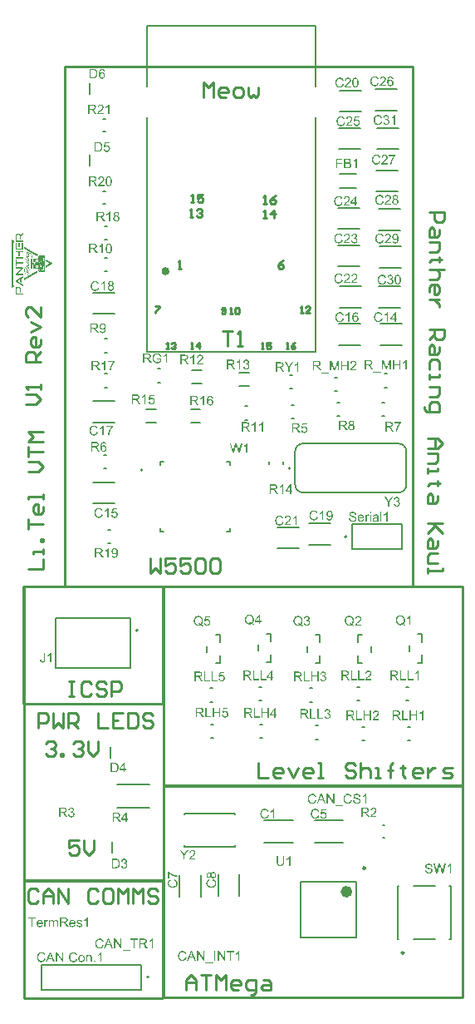
<source format=gto>
G04*
G04 #@! TF.GenerationSoftware,Altium Limited,Altium Designer,23.0.1 (38)*
G04*
G04 Layer_Color=65535*
%FSLAX44Y44*%
%MOMM*%
G71*
G04*
G04 #@! TF.SameCoordinates,29EA246D-3BC2-426E-A151-39073B1FECC7*
G04*
G04*
G04 #@! TF.FilePolarity,Positive*
G04*
G01*
G75*
%ADD10C,0.4000*%
%ADD11C,0.2000*%
%ADD12C,0.6000*%
%ADD13C,0.2500*%
%ADD14C,0.1778*%
%ADD15C,0.2540*%
%ADD16C,0.1270*%
%ADD17R,0.2000X1.2000*%
G36*
X1267429Y1054373D02*
Y1054342D01*
Y1052932D01*
X1267397D01*
Y1052901D01*
X1267366D01*
Y1052870D01*
X1267335D01*
Y1052839D01*
X1267303D01*
Y1052807D01*
X1267272D01*
Y1052776D01*
X1267241D01*
Y1052745D01*
X1267209D01*
Y1052713D01*
X1267178D01*
Y1052682D01*
X1267147D01*
Y1052651D01*
X1267084D01*
Y1052619D01*
X1267053D01*
Y1052588D01*
X1267021D01*
Y1052557D01*
X1266990D01*
Y1052525D01*
X1266959D01*
Y1052494D01*
X1266927D01*
Y1052462D01*
X1266896D01*
Y1052431D01*
X1266865D01*
Y1052400D01*
X1266833D01*
Y1052369D01*
X1266802D01*
Y1052337D01*
X1266740D01*
Y1052306D01*
X1266708D01*
Y1052275D01*
X1266677D01*
Y1052243D01*
X1266646D01*
Y1052212D01*
X1266614D01*
Y1052181D01*
X1266583D01*
Y1052149D01*
X1266552D01*
Y1052118D01*
X1266520D01*
Y1052087D01*
X1266489D01*
Y1052055D01*
X1266458D01*
Y1052024D01*
X1266395D01*
Y1051993D01*
X1266364D01*
Y1051961D01*
X1266332D01*
Y1051930D01*
X1266301D01*
Y1051899D01*
X1266270D01*
Y1051867D01*
X1266238D01*
Y1051836D01*
X1266207D01*
Y1051805D01*
X1266176D01*
Y1051773D01*
X1266144D01*
Y1051742D01*
X1266113D01*
Y1051711D01*
X1266050D01*
Y1051679D01*
X1266019D01*
Y1051648D01*
X1265988D01*
Y1051617D01*
X1265956D01*
Y1051585D01*
X1265925D01*
Y1051554D01*
X1265894D01*
Y1051523D01*
X1265862D01*
Y1051491D01*
X1265831D01*
Y1051460D01*
X1265800D01*
Y1051429D01*
X1265768D01*
Y1051397D01*
X1265737D01*
Y1051366D01*
X1265674D01*
Y1051335D01*
X1265643D01*
Y1051303D01*
X1265612D01*
Y1051272D01*
X1265580D01*
Y1051241D01*
X1265549D01*
Y1051209D01*
X1265518D01*
Y1051178D01*
X1265486D01*
Y1051147D01*
X1265455D01*
Y1051115D01*
X1265424D01*
Y1051084D01*
X1265392D01*
Y1051053D01*
X1265330D01*
Y1051021D01*
X1265298D01*
Y1050990D01*
X1265267D01*
Y1048046D01*
X1264077D01*
Y1048077D01*
X1264045D01*
Y1051679D01*
X1264014D01*
Y1051836D01*
X1263983D01*
Y1051930D01*
X1263951D01*
Y1052024D01*
X1263920D01*
Y1052087D01*
X1263889D01*
Y1052149D01*
X1263857D01*
Y1052181D01*
X1263826D01*
Y1052243D01*
X1263795D01*
Y1052275D01*
X1263763D01*
Y1052337D01*
X1263732D01*
Y1052369D01*
X1263701D01*
Y1052400D01*
X1263670D01*
Y1052431D01*
X1263638D01*
Y1052462D01*
X1263576D01*
Y1052494D01*
X1263544D01*
Y1052525D01*
X1263513D01*
Y1052557D01*
X1263450D01*
Y1052588D01*
X1263388D01*
Y1052619D01*
X1263325D01*
Y1052651D01*
X1263262D01*
Y1052682D01*
X1263168D01*
Y1052713D01*
X1263043D01*
Y1052745D01*
X1262886D01*
Y1052776D01*
X1262134D01*
Y1052745D01*
X1261978D01*
Y1052713D01*
X1261852D01*
Y1052682D01*
X1261758D01*
Y1052651D01*
X1261696D01*
Y1052619D01*
X1261633D01*
Y1052588D01*
X1261602D01*
Y1052557D01*
X1261539D01*
Y1052525D01*
X1261508D01*
Y1052494D01*
X1261445D01*
Y1052462D01*
X1261414D01*
Y1052431D01*
X1261383D01*
Y1052400D01*
X1261351D01*
Y1052369D01*
X1261320D01*
Y1052306D01*
X1261289D01*
Y1052275D01*
X1261257D01*
Y1052243D01*
X1261226D01*
Y1052181D01*
X1261195D01*
Y1052118D01*
X1261163D01*
Y1052055D01*
X1261132D01*
Y1051993D01*
X1261101D01*
Y1051899D01*
X1261069D01*
Y1051773D01*
X1261038D01*
Y1051585D01*
X1261007D01*
Y1047074D01*
X1267429D01*
Y1045696D01*
X1259660D01*
Y1045727D01*
X1259628D01*
Y1051617D01*
X1259660D01*
Y1051899D01*
X1259691D01*
Y1052055D01*
X1259722D01*
Y1052181D01*
X1259754D01*
Y1052306D01*
X1259785D01*
Y1052400D01*
X1259816D01*
Y1052494D01*
X1259848D01*
Y1052588D01*
X1259879D01*
Y1052651D01*
X1259910D01*
Y1052713D01*
X1259942D01*
Y1052776D01*
X1259973D01*
Y1052839D01*
X1260004D01*
Y1052901D01*
X1260036D01*
Y1052964D01*
X1260067D01*
Y1052995D01*
X1260098D01*
Y1053058D01*
X1260130D01*
Y1053089D01*
X1260161D01*
Y1053120D01*
X1260192D01*
Y1053183D01*
X1260223D01*
Y1053214D01*
X1260255D01*
Y1053246D01*
X1260286D01*
Y1053277D01*
X1260318D01*
Y1053308D01*
X1260349D01*
Y1053340D01*
X1260380D01*
Y1053371D01*
X1260412D01*
Y1053402D01*
X1260443D01*
Y1053434D01*
X1260474D01*
Y1053465D01*
X1260506D01*
Y1053496D01*
X1260537D01*
Y1053528D01*
X1260568D01*
Y1053559D01*
X1260600D01*
Y1053590D01*
X1260662D01*
Y1053622D01*
X1260693D01*
Y1053653D01*
X1260756D01*
Y1053684D01*
X1260787D01*
Y1053716D01*
X1260850D01*
Y1053747D01*
X1260913D01*
Y1053778D01*
X1260944D01*
Y1053810D01*
X1261007D01*
Y1053841D01*
X1261069D01*
Y1053872D01*
X1261163D01*
Y1053904D01*
X1261226D01*
Y1053935D01*
X1261320D01*
Y1053966D01*
X1261414D01*
Y1053998D01*
X1261508D01*
Y1054029D01*
X1261633D01*
Y1054060D01*
X1261758D01*
Y1054091D01*
X1261946D01*
Y1054123D01*
X1262322D01*
Y1054154D01*
X1262636D01*
Y1054123D01*
X1263012D01*
Y1054091D01*
X1263200D01*
Y1054060D01*
X1263325D01*
Y1054029D01*
X1263450D01*
Y1053998D01*
X1263544D01*
Y1053966D01*
X1263638D01*
Y1053935D01*
X1263732D01*
Y1053904D01*
X1263795D01*
Y1053872D01*
X1263857D01*
Y1053841D01*
X1263920D01*
Y1053810D01*
X1263983D01*
Y1053778D01*
X1264045D01*
Y1053747D01*
X1264108D01*
Y1053716D01*
X1264139D01*
Y1053684D01*
X1264202D01*
Y1053653D01*
X1264233D01*
Y1053622D01*
X1264265D01*
Y1053590D01*
X1264327D01*
Y1053559D01*
X1264359D01*
Y1053528D01*
X1264390D01*
Y1053496D01*
X1264421D01*
Y1053465D01*
X1264453D01*
Y1053434D01*
X1264484D01*
Y1053402D01*
X1264515D01*
Y1053371D01*
X1264547D01*
Y1053340D01*
X1264578D01*
Y1053308D01*
X1264609D01*
Y1053277D01*
X1264641D01*
Y1053246D01*
X1264672D01*
Y1053214D01*
X1264703D01*
Y1053152D01*
X1264735D01*
Y1053120D01*
X1264766D01*
Y1053089D01*
X1264797D01*
Y1053026D01*
X1264829D01*
Y1052995D01*
X1264860D01*
Y1052932D01*
X1264891D01*
Y1052870D01*
X1264922D01*
Y1052807D01*
X1264954D01*
Y1052745D01*
X1264985D01*
Y1052682D01*
X1265016D01*
Y1052619D01*
X1265048D01*
Y1052557D01*
X1265110D01*
Y1052588D01*
X1265142D01*
Y1052619D01*
X1265173D01*
Y1052651D01*
X1265204D01*
Y1052682D01*
X1265236D01*
Y1052713D01*
X1265267D01*
Y1052745D01*
X1265298D01*
Y1052776D01*
X1265330D01*
Y1052807D01*
X1265361D01*
Y1052839D01*
X1265392D01*
Y1052870D01*
X1265424D01*
Y1052901D01*
X1265455D01*
Y1052932D01*
X1265486D01*
Y1052964D01*
X1265518D01*
Y1052995D01*
X1265549D01*
Y1053026D01*
X1265580D01*
Y1053058D01*
X1265612D01*
Y1053089D01*
X1265643D01*
Y1053120D01*
X1265674D01*
Y1053152D01*
X1265706D01*
Y1053183D01*
X1265737D01*
Y1053214D01*
X1265768D01*
Y1053246D01*
X1265800D01*
Y1053277D01*
X1265831D01*
Y1053308D01*
X1265862D01*
Y1053340D01*
X1265894D01*
Y1053371D01*
X1265925D01*
Y1053402D01*
X1265956D01*
Y1053434D01*
X1265988D01*
Y1053465D01*
X1266019D01*
Y1053496D01*
X1266050D01*
Y1053528D01*
X1266082D01*
Y1053559D01*
X1266113D01*
Y1053590D01*
X1266144D01*
Y1053622D01*
X1266176D01*
Y1053653D01*
X1266207D01*
Y1053684D01*
X1266238D01*
Y1053716D01*
X1266270D01*
Y1053747D01*
X1266301D01*
Y1053778D01*
X1266332D01*
Y1053810D01*
X1266364D01*
Y1053841D01*
X1266395D01*
Y1053872D01*
X1266426D01*
Y1053904D01*
X1266458D01*
Y1053935D01*
X1266489D01*
Y1053966D01*
X1266520D01*
Y1053998D01*
X1266552D01*
Y1054029D01*
X1266583D01*
Y1054060D01*
X1266614D01*
Y1054091D01*
X1266646D01*
Y1054123D01*
X1266677D01*
Y1054154D01*
X1266708D01*
Y1054185D01*
X1266740D01*
Y1054217D01*
X1266771D01*
Y1054248D01*
X1266802D01*
Y1054279D01*
X1266833D01*
Y1054311D01*
X1266865D01*
Y1054342D01*
X1266896D01*
Y1054373D01*
X1266927D01*
Y1054405D01*
X1266959D01*
Y1054436D01*
X1266990D01*
Y1054467D01*
X1267021D01*
Y1054499D01*
X1267053D01*
Y1054530D01*
X1267084D01*
Y1054561D01*
X1267115D01*
Y1054593D01*
X1267147D01*
Y1054624D01*
X1267178D01*
Y1054655D01*
X1267209D01*
Y1054687D01*
X1267241D01*
Y1054718D01*
X1267272D01*
Y1054749D01*
X1267303D01*
Y1054781D01*
X1267335D01*
Y1054812D01*
X1267366D01*
Y1054843D01*
X1267397D01*
Y1054875D01*
X1267429D01*
Y1054373D01*
D02*
G37*
G36*
X1255462Y1048233D02*
X1255525D01*
Y1048202D01*
X1255556D01*
Y1048171D01*
X1255619D01*
Y1048139D01*
X1255681D01*
Y1048108D01*
X1255713D01*
Y1048077D01*
X1255775D01*
Y1048046D01*
X1255838D01*
Y1048014D01*
X1255869D01*
Y1047983D01*
X1255932D01*
Y1047952D01*
X1255994D01*
Y1047920D01*
X1256057D01*
Y1047889D01*
X1256088D01*
Y1047858D01*
X1256151D01*
Y1047826D01*
X1256214D01*
Y1047795D01*
X1256245D01*
Y1047764D01*
X1256308D01*
Y1047732D01*
X1256370D01*
Y1047701D01*
X1256402D01*
Y1047670D01*
X1256464D01*
Y1047638D01*
X1256527D01*
Y1047607D01*
X1256590D01*
Y1047576D01*
X1256621D01*
Y1047544D01*
X1256684D01*
Y1047513D01*
X1256746D01*
Y1047482D01*
X1256778D01*
Y1047450D01*
X1256840D01*
Y1047419D01*
X1256903D01*
Y1047388D01*
X1256934D01*
Y1047356D01*
X1256997D01*
Y1047325D01*
X1257059D01*
Y1047294D01*
X1257122D01*
Y1047262D01*
X1257153D01*
Y1047231D01*
X1257216D01*
Y1047200D01*
X1257279D01*
Y1047168D01*
X1257310D01*
Y1047137D01*
X1257373D01*
Y1047106D01*
X1257436D01*
Y1047074D01*
X1257467D01*
Y1047043D01*
X1257529D01*
Y1047012D01*
X1257592D01*
Y1046980D01*
X1257655D01*
Y1046949D01*
X1257686D01*
Y1046918D01*
X1257749D01*
Y1046886D01*
X1257811D01*
Y1046855D01*
X1257843D01*
Y1046824D01*
X1257905D01*
Y1046792D01*
X1257968D01*
Y1046761D01*
X1257999D01*
Y1046730D01*
X1258062D01*
Y1046698D01*
X1258125D01*
Y1046667D01*
X1258187D01*
Y1046636D01*
X1258219D01*
Y1046605D01*
X1258281D01*
Y1044662D01*
X1258219D01*
Y1044694D01*
X1258156D01*
Y1044725D01*
X1258125D01*
Y1044756D01*
X1258062D01*
Y1044788D01*
X1257999D01*
Y1044819D01*
X1257937D01*
Y1044850D01*
X1257905D01*
Y1044882D01*
X1257843D01*
Y1044913D01*
X1257780D01*
Y1044944D01*
X1257749D01*
Y1044976D01*
X1257686D01*
Y1045007D01*
X1257623D01*
Y1045038D01*
X1257592D01*
Y1045070D01*
X1257529D01*
Y1045101D01*
X1257467D01*
Y1045132D01*
X1257404D01*
Y1045163D01*
X1257373D01*
Y1045195D01*
X1257310D01*
Y1045226D01*
X1257247D01*
Y1045257D01*
X1257216D01*
Y1045289D01*
X1257153D01*
Y1045320D01*
X1257091D01*
Y1045351D01*
X1257059D01*
Y1045257D01*
Y1045226D01*
Y1001306D01*
X1257091D01*
Y1001337D01*
X1257153D01*
Y1001369D01*
X1257216D01*
Y1001400D01*
X1257247D01*
Y1001431D01*
X1257310D01*
Y1001463D01*
X1257373D01*
Y1001494D01*
X1257404D01*
Y1001525D01*
X1257467D01*
Y1001557D01*
X1257529D01*
Y1001588D01*
X1257561D01*
Y1001619D01*
X1257623D01*
Y1001651D01*
X1257686D01*
Y1001682D01*
X1257717D01*
Y1001713D01*
X1257780D01*
Y1001745D01*
X1257843D01*
Y1001776D01*
X1257874D01*
Y1001807D01*
X1257937D01*
Y1001839D01*
X1257999D01*
Y1001870D01*
X1258031D01*
Y1001901D01*
X1258093D01*
Y1001933D01*
X1258156D01*
Y1001964D01*
X1258187D01*
Y1001995D01*
X1258250D01*
Y1002027D01*
X1258281D01*
Y1000053D01*
X1258219D01*
Y1000022D01*
X1258187D01*
Y999990D01*
X1258125D01*
Y999959D01*
X1258062D01*
Y999928D01*
X1258031D01*
Y999896D01*
X1257968D01*
Y999865D01*
X1257905D01*
Y999834D01*
X1257874D01*
Y999802D01*
X1257811D01*
Y999771D01*
X1257749D01*
Y999740D01*
X1257717D01*
Y999708D01*
X1257655D01*
Y999677D01*
X1257592D01*
Y999646D01*
X1257561D01*
Y999614D01*
X1257498D01*
Y999583D01*
X1257436D01*
Y999552D01*
X1257404D01*
Y999520D01*
X1257342D01*
Y999489D01*
X1257279D01*
Y999458D01*
X1257247D01*
Y999426D01*
X1257185D01*
Y999395D01*
X1257122D01*
Y999364D01*
X1257091D01*
Y999333D01*
X1257028D01*
Y999301D01*
X1256966D01*
Y999270D01*
X1256934D01*
Y999239D01*
X1256872D01*
Y999207D01*
X1256809D01*
Y999176D01*
X1256778D01*
Y999145D01*
X1256715D01*
Y999113D01*
X1256652D01*
Y999082D01*
X1256621D01*
Y999051D01*
X1256558D01*
Y999019D01*
X1256496D01*
Y998988D01*
X1256464D01*
Y998957D01*
X1256402D01*
Y998925D01*
X1256339D01*
Y998894D01*
X1256308D01*
Y998863D01*
X1256245D01*
Y998831D01*
X1256182D01*
Y998800D01*
X1256151D01*
Y998769D01*
X1256088D01*
Y998737D01*
X1256026D01*
Y998706D01*
X1255994D01*
Y998675D01*
X1255932D01*
Y998643D01*
X1255869D01*
Y998612D01*
X1255838D01*
Y998581D01*
X1255775D01*
Y998549D01*
X1255713D01*
Y998518D01*
X1255681D01*
Y998487D01*
X1255619D01*
Y998455D01*
X1255556D01*
Y998424D01*
X1255525D01*
Y998393D01*
X1255462D01*
Y998361D01*
X1255399D01*
Y1048265D01*
X1255462D01*
Y1048233D01*
D02*
G37*
G36*
X1264045Y1042093D02*
Y1042062D01*
Y1039932D01*
X1262886D01*
Y1044255D01*
X1262918D01*
Y1044286D01*
X1264045D01*
Y1042093D01*
D02*
G37*
G36*
X1267429Y1037582D02*
X1259660D01*
Y1037614D01*
X1259628D01*
Y1044537D01*
X1259660D01*
Y1044568D01*
X1261007D01*
Y1038961D01*
X1266050D01*
Y1044568D01*
X1267429D01*
Y1037582D01*
D02*
G37*
G36*
X1271940Y1035609D02*
X1272034D01*
Y1035577D01*
X1272065D01*
Y1035546D01*
X1272096D01*
Y1035515D01*
X1272128D01*
Y1035483D01*
X1272159D01*
Y1035452D01*
X1272190D01*
Y1035421D01*
X1272253D01*
Y1035389D01*
X1272284D01*
Y1035358D01*
X1272347D01*
Y1035327D01*
X1272410D01*
Y1035295D01*
X1272472D01*
Y1035264D01*
X1272566D01*
Y1035233D01*
X1272629D01*
Y1035202D01*
X1272723D01*
Y1035170D01*
X1272785D01*
Y1035139D01*
X1272848D01*
Y1035108D01*
X1272911D01*
Y1035076D01*
X1272973D01*
Y1035045D01*
X1273067D01*
Y1035014D01*
X1273130D01*
Y1034982D01*
X1273193D01*
Y1034951D01*
X1273255D01*
Y1034920D01*
X1273318D01*
Y1034888D01*
X1273381D01*
Y1034857D01*
X1273443D01*
Y1034826D01*
X1273506D01*
Y1034794D01*
X1273569D01*
Y1034763D01*
X1273600D01*
Y1034732D01*
X1273663D01*
Y1034700D01*
X1273725D01*
Y1034669D01*
X1273757D01*
Y1034638D01*
X1273819D01*
Y1034606D01*
X1273882D01*
Y1034575D01*
X1273913D01*
Y1034544D01*
X1273976D01*
Y1034512D01*
X1274039D01*
Y1034481D01*
X1274101D01*
Y1034450D01*
X1274133D01*
Y1034418D01*
X1274195D01*
Y1034387D01*
X1274258D01*
Y1034356D01*
X1274289D01*
Y1034324D01*
X1274352D01*
Y1034293D01*
X1274383D01*
Y1034262D01*
X1274446D01*
Y1034230D01*
X1274477D01*
Y1034199D01*
X1274509D01*
Y1034168D01*
X1274571D01*
Y1034136D01*
X1274603D01*
Y1034105D01*
X1274634D01*
Y1034074D01*
X1274697D01*
Y1034043D01*
X1274728D01*
Y1034011D01*
X1274759D01*
Y1033980D01*
X1274790D01*
Y1033949D01*
X1274822D01*
Y1033917D01*
X1274884D01*
Y1033886D01*
X1274916D01*
Y1033855D01*
X1274947D01*
Y1033823D01*
X1274978D01*
Y1033792D01*
X1275010D01*
Y1033761D01*
X1275072D01*
Y1033729D01*
X1275104D01*
Y1033698D01*
X1275135D01*
Y1033667D01*
X1275198D01*
Y1033635D01*
X1275229D01*
Y1033604D01*
X1275260D01*
Y1033573D01*
X1275292D01*
Y1033541D01*
X1275354D01*
Y1033510D01*
X1275386D01*
Y1033479D01*
X1275417D01*
Y1033447D01*
X1275448D01*
Y1033416D01*
X1275480D01*
Y1033385D01*
X1275542D01*
Y1033353D01*
X1275574D01*
Y1033322D01*
X1275605D01*
Y1033291D01*
X1275636D01*
Y1033259D01*
X1275668D01*
Y1033228D01*
X1275699D01*
Y1033197D01*
X1275730D01*
Y1033165D01*
X1275762D01*
Y1033103D01*
X1275793D01*
Y1033071D01*
X1275824D01*
Y1033040D01*
X1275855D01*
Y1032977D01*
X1275887D01*
Y1032946D01*
X1275918D01*
Y1032915D01*
X1275949D01*
Y1032852D01*
X1275981D01*
Y1032821D01*
X1276012D01*
Y1032758D01*
X1276043D01*
Y1032727D01*
X1276075D01*
Y1032664D01*
X1276106D01*
Y1032633D01*
X1276137D01*
Y1032570D01*
X1276169D01*
Y1032507D01*
X1276200D01*
Y1032476D01*
X1276232D01*
Y1032413D01*
X1276263D01*
Y1032382D01*
X1276294D01*
Y1032319D01*
X1276325D01*
Y1032257D01*
X1276357D01*
Y1032225D01*
X1276388D01*
Y1032163D01*
X1276419D01*
Y1032100D01*
X1276451D01*
Y1032038D01*
X1276482D01*
Y1031975D01*
X1276513D01*
Y1031912D01*
X1276545D01*
Y1031850D01*
X1276576D01*
Y1031756D01*
X1276607D01*
Y1031662D01*
X1276639D01*
Y1031536D01*
X1276670D01*
Y1031348D01*
X1276701D01*
Y1031254D01*
Y1031223D01*
Y1031129D01*
X1276733D01*
Y1030503D01*
X1276701D01*
Y1030346D01*
X1276670D01*
Y1030221D01*
X1276639D01*
Y1030127D01*
X1276607D01*
Y1030033D01*
X1276576D01*
Y1029939D01*
X1276545D01*
Y1029845D01*
X1276513D01*
Y1029782D01*
X1276482D01*
Y1029719D01*
X1276451D01*
Y1029657D01*
X1276419D01*
Y1029625D01*
X1276388D01*
Y1029563D01*
X1276357D01*
Y1029531D01*
X1276325D01*
Y1029469D01*
X1276294D01*
Y1029437D01*
X1276263D01*
Y1029406D01*
X1276232D01*
Y1029375D01*
X1276200D01*
Y1029343D01*
X1276169D01*
Y1029312D01*
X1276137D01*
Y1029281D01*
X1276106D01*
Y1029249D01*
X1276075D01*
Y1029218D01*
X1276043D01*
Y1029187D01*
X1275981D01*
Y1029156D01*
X1275949D01*
Y1029124D01*
X1275887D01*
Y1029093D01*
X1275824D01*
Y1029062D01*
X1275762D01*
Y1029030D01*
X1275668D01*
Y1028999D01*
X1275574D01*
Y1028968D01*
X1275386D01*
Y1028936D01*
X1275198D01*
Y1028968D01*
X1275041D01*
Y1028999D01*
X1274978D01*
Y1029030D01*
X1274916D01*
Y1029062D01*
X1274853D01*
Y1029093D01*
X1274822D01*
Y1029124D01*
X1274759D01*
Y1029156D01*
X1274728D01*
Y1029187D01*
X1274697D01*
Y1029218D01*
X1274665D01*
Y1029249D01*
X1274603D01*
Y1029281D01*
X1274571D01*
Y1029312D01*
X1274540D01*
Y1029343D01*
X1274509D01*
Y1029375D01*
X1274477D01*
Y1029406D01*
X1274446D01*
Y1029437D01*
X1274415D01*
Y1029469D01*
X1274383D01*
Y1029500D01*
X1274352D01*
Y1029531D01*
X1274321D01*
Y1029594D01*
X1274289D01*
Y1029625D01*
X1274258D01*
Y1029688D01*
X1274227D01*
Y1029751D01*
X1274195D01*
Y1029845D01*
X1274227D01*
Y1029813D01*
X1274258D01*
Y1029782D01*
X1274289D01*
Y1029751D01*
X1274352D01*
Y1029719D01*
X1274383D01*
Y1029688D01*
X1274415D01*
Y1029625D01*
X1274446D01*
Y1029594D01*
X1274477D01*
Y1029563D01*
X1274509D01*
Y1029531D01*
X1274571D01*
Y1029500D01*
X1274603D01*
Y1029469D01*
X1274634D01*
Y1029437D01*
X1274697D01*
Y1029406D01*
X1274759D01*
Y1029375D01*
X1274853D01*
Y1029343D01*
X1274916D01*
Y1029312D01*
X1275041D01*
Y1029281D01*
X1275166D01*
Y1029249D01*
X1275542D01*
Y1029281D01*
X1275605D01*
Y1029312D01*
X1275668D01*
Y1029343D01*
X1275730D01*
Y1029375D01*
X1275762D01*
Y1029406D01*
X1275793D01*
Y1029437D01*
X1275824D01*
Y1029469D01*
X1275855D01*
Y1029500D01*
X1275887D01*
Y1029531D01*
X1275918D01*
Y1029563D01*
X1275949D01*
Y1029594D01*
X1275981D01*
Y1029657D01*
X1276012D01*
Y1029688D01*
X1276043D01*
Y1029751D01*
X1276075D01*
Y1029813D01*
X1276106D01*
Y1029876D01*
X1276137D01*
Y1029939D01*
X1276169D01*
Y1030033D01*
X1276200D01*
Y1030158D01*
X1276232D01*
Y1030315D01*
X1276263D01*
Y1031004D01*
X1276232D01*
Y1031160D01*
X1276200D01*
Y1031286D01*
X1276169D01*
Y1031411D01*
X1276137D01*
Y1031474D01*
X1276106D01*
Y1031568D01*
X1276075D01*
Y1031630D01*
X1276043D01*
Y1031693D01*
X1276012D01*
Y1031756D01*
X1275981D01*
Y1031818D01*
X1275949D01*
Y1031881D01*
X1275918D01*
Y1031912D01*
X1275887D01*
Y1031975D01*
X1275855D01*
Y1032006D01*
X1275824D01*
Y1032069D01*
X1275793D01*
Y1032100D01*
X1275762D01*
Y1032163D01*
X1275730D01*
Y1032194D01*
X1275699D01*
Y1032225D01*
X1275668D01*
Y1032288D01*
X1275636D01*
Y1032319D01*
X1275605D01*
Y1032351D01*
X1275574D01*
Y1032413D01*
X1275542D01*
Y1032445D01*
X1275511D01*
Y1032476D01*
X1275480D01*
Y1032507D01*
X1275448D01*
Y1032570D01*
X1275417D01*
Y1032601D01*
X1275386D01*
Y1032633D01*
X1275354D01*
Y1032664D01*
X1275323D01*
Y1032695D01*
X1275292D01*
Y1032727D01*
X1275260D01*
Y1032758D01*
X1275229D01*
Y1032789D01*
X1275198D01*
Y1032852D01*
X1275166D01*
Y1032883D01*
X1275135D01*
Y1032915D01*
X1275104D01*
Y1032946D01*
X1275072D01*
Y1032977D01*
X1275041D01*
Y1033009D01*
X1274978D01*
Y1033040D01*
X1274947D01*
Y1033071D01*
X1274916D01*
Y1033103D01*
X1274884D01*
Y1033134D01*
X1274853D01*
Y1033165D01*
X1274790D01*
Y1033197D01*
X1274759D01*
Y1033228D01*
X1274728D01*
Y1033259D01*
X1274697D01*
Y1033291D01*
X1274634D01*
Y1033322D01*
X1274603D01*
Y1033353D01*
X1274571D01*
Y1033385D01*
X1274509D01*
Y1033416D01*
X1274477D01*
Y1033447D01*
X1274446D01*
Y1033479D01*
X1274383D01*
Y1033510D01*
X1274352D01*
Y1033541D01*
X1274321D01*
Y1033573D01*
X1274289D01*
Y1033604D01*
X1274227D01*
Y1033635D01*
X1274195D01*
Y1033667D01*
X1274164D01*
Y1033698D01*
X1274101D01*
Y1033729D01*
X1274070D01*
Y1033761D01*
X1274007D01*
Y1033792D01*
X1273976D01*
Y1033823D01*
X1273945D01*
Y1033855D01*
X1273882D01*
Y1033886D01*
X1273851D01*
Y1033917D01*
X1273788D01*
Y1033949D01*
X1273725D01*
Y1033980D01*
X1273694D01*
Y1034011D01*
X1273631D01*
Y1034043D01*
X1273569D01*
Y1034074D01*
X1273537D01*
Y1034105D01*
X1273475D01*
Y1034136D01*
X1273412D01*
Y1034168D01*
X1273349D01*
Y1034199D01*
X1273287D01*
Y1034230D01*
X1273224D01*
Y1034262D01*
X1273161D01*
Y1034293D01*
X1273099D01*
Y1034324D01*
X1273036D01*
Y1034356D01*
X1272973D01*
Y1034387D01*
X1272911D01*
Y1034418D01*
X1272817D01*
Y1034450D01*
X1272691D01*
Y1034481D01*
X1272472D01*
Y1034293D01*
X1272504D01*
Y1034199D01*
X1272535D01*
Y1034136D01*
X1272566D01*
Y1034074D01*
X1272598D01*
Y1034011D01*
X1272629D01*
Y1033980D01*
X1272660D01*
Y1033917D01*
X1272691D01*
Y1033855D01*
X1272723D01*
Y1033792D01*
X1272754D01*
Y1033729D01*
X1272785D01*
Y1033698D01*
X1272817D01*
Y1033635D01*
X1272848D01*
Y1033573D01*
X1272879D01*
Y1033541D01*
X1272911D01*
Y1033479D01*
X1272942D01*
Y1033447D01*
X1272973D01*
Y1033385D01*
X1273005D01*
Y1033353D01*
X1273036D01*
Y1033322D01*
X1273067D01*
Y1033291D01*
X1273099D01*
Y1033228D01*
X1273130D01*
Y1033197D01*
X1273161D01*
Y1033165D01*
X1273193D01*
Y1033134D01*
X1273224D01*
Y1033071D01*
X1273255D01*
Y1033040D01*
X1273287D01*
Y1033009D01*
X1273318D01*
Y1032946D01*
X1273349D01*
Y1032915D01*
X1273381D01*
Y1032852D01*
X1273412D01*
Y1032821D01*
X1273443D01*
Y1032789D01*
X1273475D01*
Y1032727D01*
X1273506D01*
Y1032695D01*
X1273537D01*
Y1032664D01*
X1273569D01*
Y1032633D01*
X1273600D01*
Y1032570D01*
X1273631D01*
Y1032539D01*
X1273663D01*
Y1032476D01*
X1273694D01*
Y1032257D01*
X1273663D01*
Y1032100D01*
X1273631D01*
Y1032038D01*
X1273600D01*
Y1031975D01*
X1273569D01*
Y1031944D01*
X1273506D01*
Y1031912D01*
X1273443D01*
Y1031881D01*
X1273318D01*
Y1031850D01*
X1273193D01*
Y1031881D01*
X1273067D01*
Y1031912D01*
X1273005D01*
Y1031944D01*
X1272942D01*
Y1031975D01*
X1272911D01*
Y1032006D01*
X1272848D01*
Y1032038D01*
X1272817D01*
Y1032006D01*
X1272848D01*
Y1031944D01*
X1272879D01*
Y1031912D01*
X1272911D01*
Y1031850D01*
X1272942D01*
Y1031818D01*
X1272973D01*
Y1031787D01*
X1273005D01*
Y1031724D01*
X1273036D01*
Y1031693D01*
X1273067D01*
Y1031630D01*
X1273099D01*
Y1031599D01*
X1273130D01*
Y1031568D01*
X1273161D01*
Y1031505D01*
X1273193D01*
Y1031474D01*
X1273224D01*
Y1031411D01*
X1273255D01*
Y1031380D01*
X1273287D01*
Y1031348D01*
X1273318D01*
Y1031286D01*
X1273349D01*
Y1031254D01*
X1273381D01*
Y1031192D01*
X1273412D01*
Y1031160D01*
X1273443D01*
Y1031098D01*
X1273475D01*
Y1031066D01*
X1273506D01*
Y1031004D01*
X1273537D01*
Y1030973D01*
X1273569D01*
Y1030910D01*
X1273600D01*
Y1030847D01*
X1273631D01*
Y1030691D01*
X1273663D01*
Y1030565D01*
X1273631D01*
Y1030471D01*
X1273600D01*
Y1030440D01*
X1273569D01*
Y1030409D01*
X1273537D01*
Y1030377D01*
X1273506D01*
Y1030346D01*
X1273443D01*
Y1030315D01*
X1273349D01*
Y1030283D01*
X1272879D01*
Y1030315D01*
X1272660D01*
Y1030346D01*
X1272504D01*
Y1030377D01*
X1272347D01*
Y1030409D01*
X1272222D01*
Y1030440D01*
X1272065D01*
Y1030471D01*
X1271814D01*
Y1030440D01*
X1271783D01*
Y1030283D01*
X1271814D01*
Y1030221D01*
X1271846D01*
Y1030189D01*
X1271877D01*
Y1030127D01*
X1271908D01*
Y1030095D01*
X1271940D01*
Y1030033D01*
X1271971D01*
Y1030001D01*
X1272002D01*
Y1029939D01*
X1272034D01*
Y1029907D01*
X1272065D01*
Y1029845D01*
X1272096D01*
Y1029813D01*
X1272128D01*
Y1029751D01*
X1272159D01*
Y1029719D01*
X1272190D01*
Y1029688D01*
X1272222D01*
Y1029625D01*
X1272253D01*
Y1029594D01*
X1272284D01*
Y1029563D01*
X1272316D01*
Y1029531D01*
X1272347D01*
Y1029500D01*
X1272378D01*
Y1029469D01*
X1272410D01*
Y1029437D01*
X1272441D01*
Y1029375D01*
X1272472D01*
Y1029343D01*
X1272504D01*
Y1029312D01*
X1272535D01*
Y1029281D01*
X1272566D01*
Y1029249D01*
X1272598D01*
Y1029218D01*
X1272629D01*
Y1029187D01*
X1272660D01*
Y1029156D01*
X1272691D01*
Y1029124D01*
X1272723D01*
Y1029093D01*
X1272754D01*
Y1029062D01*
X1272785D01*
Y1029030D01*
X1272817D01*
Y1028999D01*
X1272848D01*
Y1028968D01*
X1272879D01*
Y1028936D01*
X1272911D01*
Y1028905D01*
X1272942D01*
Y1028874D01*
X1272973D01*
Y1028842D01*
X1273036D01*
Y1028811D01*
X1273067D01*
Y1028780D01*
X1273099D01*
Y1028748D01*
X1273161D01*
Y1028717D01*
X1273193D01*
Y1028686D01*
X1273224D01*
Y1028654D01*
X1273287D01*
Y1028623D01*
X1273318D01*
Y1028592D01*
X1273349D01*
Y1028560D01*
X1273381D01*
Y1028529D01*
X1273443D01*
Y1028498D01*
X1273475D01*
Y1028466D01*
X1273506D01*
Y1028435D01*
X1273537D01*
Y1028404D01*
X1273569D01*
Y1028372D01*
X1273600D01*
Y1028310D01*
X1273631D01*
Y1028247D01*
X1273663D01*
Y1028090D01*
X1273631D01*
Y1028028D01*
X1273600D01*
Y1027996D01*
X1273569D01*
Y1027965D01*
X1273537D01*
Y1027934D01*
X1273506D01*
Y1027902D01*
X1273443D01*
Y1027871D01*
X1273193D01*
Y1027902D01*
X1273099D01*
Y1027934D01*
X1273036D01*
Y1027965D01*
X1272973D01*
Y1027996D01*
X1272911D01*
Y1028028D01*
X1272848D01*
Y1028059D01*
X1272785D01*
Y1028090D01*
X1272723D01*
Y1028122D01*
X1272660D01*
Y1028153D01*
X1272629D01*
Y1028184D01*
X1272566D01*
Y1028216D01*
X1272535D01*
Y1028247D01*
X1272472D01*
Y1028278D01*
X1272441D01*
Y1028247D01*
X1272472D01*
Y1028184D01*
X1272504D01*
Y1028122D01*
X1272535D01*
Y1028059D01*
X1272566D01*
Y1027996D01*
X1272598D01*
Y1027934D01*
X1272629D01*
Y1027902D01*
X1272660D01*
Y1027840D01*
X1272691D01*
Y1027809D01*
X1272723D01*
Y1027746D01*
X1272754D01*
Y1027714D01*
X1272785D01*
Y1027652D01*
X1272817D01*
Y1027620D01*
X1272848D01*
Y1027558D01*
X1272879D01*
Y1027526D01*
X1272911D01*
Y1027464D01*
X1272942D01*
Y1027432D01*
X1272973D01*
Y1027370D01*
X1273005D01*
Y1027339D01*
X1273036D01*
Y1027276D01*
X1273067D01*
Y1027213D01*
X1273099D01*
Y1027182D01*
X1273130D01*
Y1027151D01*
X1273161D01*
Y1027088D01*
X1273193D01*
Y1027057D01*
X1273224D01*
Y1026994D01*
X1273255D01*
Y1026963D01*
X1273287D01*
Y1026931D01*
X1273318D01*
Y1026869D01*
X1273349D01*
Y1026837D01*
X1273381D01*
Y1026806D01*
X1273412D01*
Y1026775D01*
X1273443D01*
Y1026712D01*
X1273475D01*
Y1026681D01*
X1273506D01*
Y1026618D01*
X1273537D01*
Y1026587D01*
X1273569D01*
Y1026524D01*
X1273600D01*
Y1026461D01*
X1273631D01*
Y1026399D01*
X1273663D01*
Y1026117D01*
X1273631D01*
Y1026086D01*
X1273600D01*
Y1025992D01*
X1273569D01*
Y1025960D01*
X1273537D01*
Y1025929D01*
X1273506D01*
Y1025898D01*
X1273443D01*
Y1025866D01*
X1273318D01*
Y1025835D01*
X1273099D01*
Y1025866D01*
X1272942D01*
Y1025898D01*
X1272848D01*
Y1025929D01*
X1272754D01*
Y1025960D01*
X1272660D01*
Y1025992D01*
X1272598D01*
Y1026023D01*
X1272535D01*
Y1026054D01*
X1272504D01*
Y1025960D01*
X1272535D01*
Y1025898D01*
X1272566D01*
Y1025835D01*
X1272598D01*
Y1025772D01*
X1272629D01*
Y1025678D01*
X1272660D01*
Y1025616D01*
X1272691D01*
Y1025553D01*
X1272723D01*
Y1025490D01*
X1272754D01*
Y1025428D01*
X1272785D01*
Y1025334D01*
X1272817D01*
Y1025271D01*
X1272848D01*
Y1025208D01*
X1272879D01*
Y1025146D01*
X1272911D01*
Y1025083D01*
X1272942D01*
Y1025020D01*
X1272973D01*
Y1024958D01*
X1273005D01*
Y1024895D01*
X1273036D01*
Y1024832D01*
X1273067D01*
Y1024770D01*
X1273099D01*
Y1024707D01*
X1273130D01*
Y1024644D01*
X1273161D01*
Y1024582D01*
X1273193D01*
Y1024519D01*
X1273224D01*
Y1024488D01*
X1273255D01*
Y1024425D01*
X1273287D01*
Y1024362D01*
X1273318D01*
Y1024300D01*
X1273349D01*
Y1024237D01*
X1273381D01*
Y1024143D01*
X1273412D01*
Y1024081D01*
X1273443D01*
Y1024018D01*
X1273475D01*
Y1023955D01*
X1273506D01*
Y1023893D01*
X1273537D01*
Y1023830D01*
X1273569D01*
Y1023736D01*
X1273600D01*
Y1023673D01*
X1273631D01*
Y1023611D01*
X1273663D01*
Y1023517D01*
X1273694D01*
Y1023391D01*
X1273725D01*
Y1023141D01*
X1273757D01*
Y1023110D01*
X1273725D01*
Y1022953D01*
X1273694D01*
Y1022890D01*
X1273663D01*
Y1022828D01*
X1273631D01*
Y1022796D01*
X1273600D01*
Y1022765D01*
X1273569D01*
Y1022734D01*
X1273537D01*
Y1022702D01*
X1273506D01*
Y1022671D01*
X1273475D01*
Y1022640D01*
X1273381D01*
Y1022608D01*
X1273287D01*
Y1022577D01*
X1273161D01*
Y1022608D01*
X1273036D01*
Y1022640D01*
X1272942D01*
Y1022671D01*
X1272848D01*
Y1022702D01*
X1272785D01*
Y1022671D01*
X1272817D01*
Y1022640D01*
X1272848D01*
Y1022577D01*
X1272879D01*
Y1022546D01*
X1272911D01*
Y1022483D01*
X1272942D01*
Y1022452D01*
X1272973D01*
Y1022420D01*
X1273005D01*
Y1022358D01*
X1273036D01*
Y1022326D01*
X1273067D01*
Y1022295D01*
X1273099D01*
Y1022232D01*
X1273130D01*
Y1022201D01*
X1273161D01*
Y1022170D01*
X1273193D01*
Y1022107D01*
X1273224D01*
Y1022076D01*
X1273255D01*
Y1022044D01*
X1273287D01*
Y1021982D01*
X1273318D01*
Y1021950D01*
X1273349D01*
Y1021919D01*
X1273381D01*
Y1021856D01*
X1273412D01*
Y1021825D01*
X1273443D01*
Y1021794D01*
X1273475D01*
Y1021731D01*
X1273506D01*
Y1021700D01*
X1273537D01*
Y1021668D01*
X1273569D01*
Y1021606D01*
X1273600D01*
Y1021543D01*
X1273631D01*
Y1021386D01*
X1273663D01*
Y1021292D01*
X1273631D01*
Y1021199D01*
X1273600D01*
Y1021167D01*
X1273569D01*
Y1021105D01*
X1273537D01*
Y1021073D01*
X1273506D01*
Y1021042D01*
X1273443D01*
Y1021011D01*
X1273381D01*
Y1020979D01*
X1273287D01*
Y1020948D01*
X1272942D01*
Y1020979D01*
X1272691D01*
Y1021011D01*
X1272535D01*
Y1021042D01*
X1272378D01*
Y1021073D01*
X1272284D01*
Y1021042D01*
X1272253D01*
Y1020948D01*
X1272284D01*
Y1020823D01*
X1272316D01*
Y1020729D01*
X1272347D01*
Y1020666D01*
X1272378D01*
Y1020603D01*
X1272410D01*
Y1020541D01*
X1272441D01*
Y1020478D01*
X1272472D01*
Y1020447D01*
X1272504D01*
Y1020384D01*
X1272535D01*
Y1020321D01*
X1272566D01*
Y1020290D01*
X1272598D01*
Y1020227D01*
X1272629D01*
Y1020196D01*
X1272660D01*
Y1020133D01*
X1272691D01*
Y1020071D01*
X1272723D01*
Y1020039D01*
X1272754D01*
Y1019977D01*
X1272785D01*
Y1019946D01*
X1272817D01*
Y1019914D01*
X1272848D01*
Y1019852D01*
X1272879D01*
Y1019820D01*
X1272911D01*
Y1019789D01*
X1272942D01*
Y1019758D01*
X1272973D01*
Y1019726D01*
X1273005D01*
Y1019695D01*
X1273036D01*
Y1019663D01*
X1273067D01*
Y1019632D01*
X1273099D01*
Y1019601D01*
X1273130D01*
Y1019538D01*
X1273161D01*
Y1019507D01*
X1273193D01*
Y1019476D01*
X1273224D01*
Y1019444D01*
X1273255D01*
Y1019413D01*
X1273287D01*
Y1019382D01*
X1273318D01*
Y1019350D01*
X1273349D01*
Y1019319D01*
X1273381D01*
Y1019288D01*
X1273412D01*
Y1019256D01*
X1273443D01*
Y1019225D01*
X1273475D01*
Y1019194D01*
X1273506D01*
Y1019162D01*
X1273537D01*
Y1019131D01*
X1273569D01*
Y1019100D01*
X1273600D01*
Y1019068D01*
X1273631D01*
Y1019037D01*
X1273663D01*
Y1019006D01*
X1273694D01*
Y1018912D01*
X1273725D01*
Y1018692D01*
X1273694D01*
Y1018567D01*
X1273663D01*
Y1018536D01*
X1273631D01*
Y1018504D01*
X1273600D01*
Y1018473D01*
X1273569D01*
Y1018442D01*
X1273475D01*
Y1018410D01*
X1273412D01*
Y1018379D01*
X1273224D01*
Y1018410D01*
X1273130D01*
Y1018442D01*
X1273067D01*
Y1018473D01*
X1273005D01*
Y1018504D01*
X1272942D01*
Y1018536D01*
X1272879D01*
Y1018567D01*
X1272848D01*
Y1018598D01*
X1272785D01*
Y1018630D01*
X1272754D01*
Y1018661D01*
X1272691D01*
Y1018692D01*
X1272660D01*
Y1018724D01*
X1272629D01*
Y1018755D01*
X1272566D01*
Y1018786D01*
X1272535D01*
Y1018818D01*
X1272504D01*
Y1018849D01*
X1272472D01*
Y1018880D01*
X1272441D01*
Y1018912D01*
X1272410D01*
Y1018943D01*
X1272378D01*
Y1018974D01*
X1272316D01*
Y1019006D01*
X1272284D01*
Y1019037D01*
X1272253D01*
Y1019068D01*
X1272222D01*
Y1019131D01*
X1272190D01*
Y1019162D01*
X1272159D01*
Y1019194D01*
X1272128D01*
Y1019225D01*
X1272096D01*
Y1019256D01*
X1272065D01*
Y1019288D01*
X1272034D01*
Y1019319D01*
X1272002D01*
Y1019350D01*
X1271971D01*
Y1019382D01*
X1271940D01*
Y1019413D01*
X1271908D01*
Y1019476D01*
X1271877D01*
Y1019507D01*
X1271846D01*
Y1019538D01*
X1271814D01*
Y1019569D01*
X1271783D01*
Y1019601D01*
X1271752D01*
Y1019632D01*
X1271720D01*
Y1019695D01*
X1271689D01*
Y1019726D01*
X1271658D01*
Y1019758D01*
X1271626D01*
Y1019789D01*
X1271595D01*
Y1019852D01*
X1271564D01*
Y1019883D01*
X1271533D01*
Y1019914D01*
X1271501D01*
Y1019977D01*
X1271470D01*
Y1020008D01*
X1271439D01*
Y1020039D01*
X1271407D01*
Y1020102D01*
X1271376D01*
Y1020165D01*
X1271345D01*
Y1020227D01*
X1271313D01*
Y1020259D01*
X1271282D01*
Y1020321D01*
X1271251D01*
Y1020384D01*
X1271219D01*
Y1020447D01*
X1271188D01*
Y1020509D01*
X1271156D01*
Y1020572D01*
X1271125D01*
Y1020635D01*
X1271094D01*
Y1020697D01*
X1271063D01*
Y1020760D01*
X1271031D01*
Y1020854D01*
X1271000D01*
Y1020917D01*
X1270969D01*
Y1021011D01*
X1270937D01*
Y1021105D01*
X1270906D01*
Y1021386D01*
X1270937D01*
Y1021480D01*
X1270969D01*
Y1021512D01*
X1271000D01*
Y1021574D01*
X1271031D01*
Y1021606D01*
X1271125D01*
Y1021637D01*
X1271156D01*
Y1021606D01*
X1271282D01*
Y1021574D01*
X1271376D01*
Y1021543D01*
X1271407D01*
Y1021512D01*
X1271439D01*
Y1021480D01*
X1271470D01*
Y1021449D01*
X1271501D01*
Y1021386D01*
X1271533D01*
Y1020854D01*
X1271564D01*
Y1020760D01*
X1271595D01*
Y1020697D01*
X1271626D01*
Y1020635D01*
X1271658D01*
Y1020603D01*
X1271689D01*
Y1020541D01*
X1271720D01*
Y1020478D01*
X1271752D01*
Y1020447D01*
X1271783D01*
Y1020384D01*
X1271814D01*
Y1020353D01*
X1271846D01*
Y1020321D01*
X1271877D01*
Y1020259D01*
X1271908D01*
Y1020227D01*
X1271940D01*
Y1020196D01*
X1271971D01*
Y1020133D01*
X1272002D01*
Y1020102D01*
X1272034D01*
Y1020071D01*
X1272065D01*
Y1020039D01*
X1272096D01*
Y1020008D01*
X1272128D01*
Y1019977D01*
X1272159D01*
Y1019946D01*
X1272190D01*
Y1019914D01*
X1272222D01*
Y1019883D01*
X1272253D01*
Y1019852D01*
X1272284D01*
Y1019820D01*
X1272316D01*
Y1019789D01*
X1272347D01*
Y1019758D01*
X1272378D01*
Y1019726D01*
X1272410D01*
Y1019663D01*
X1272441D01*
Y1019632D01*
X1272472D01*
Y1019601D01*
X1272535D01*
Y1019569D01*
X1272566D01*
Y1019538D01*
X1272598D01*
Y1019507D01*
X1272629D01*
Y1019476D01*
X1272691D01*
Y1019444D01*
X1272723D01*
Y1019413D01*
X1272785D01*
Y1019382D01*
X1272817D01*
Y1019350D01*
X1272879D01*
Y1019382D01*
X1272848D01*
Y1019444D01*
X1272817D01*
Y1019507D01*
X1272785D01*
Y1019538D01*
X1272754D01*
Y1019601D01*
X1272723D01*
Y1019663D01*
X1272691D01*
Y1019726D01*
X1272660D01*
Y1019758D01*
X1272629D01*
Y1019820D01*
X1272598D01*
Y1019883D01*
X1272566D01*
Y1019914D01*
X1272535D01*
Y1019977D01*
X1272504D01*
Y1020039D01*
X1272472D01*
Y1020102D01*
X1272441D01*
Y1020133D01*
X1272410D01*
Y1020196D01*
X1272378D01*
Y1020259D01*
X1272347D01*
Y1020290D01*
X1272316D01*
Y1020353D01*
X1272284D01*
Y1020415D01*
X1272253D01*
Y1020447D01*
X1272222D01*
Y1020509D01*
X1272190D01*
Y1020572D01*
X1272159D01*
Y1020603D01*
X1272128D01*
Y1020666D01*
X1272096D01*
Y1020729D01*
X1272065D01*
Y1020760D01*
X1272034D01*
Y1020823D01*
X1272002D01*
Y1020885D01*
X1271971D01*
Y1020948D01*
X1271940D01*
Y1020979D01*
X1271908D01*
Y1021042D01*
X1271877D01*
Y1021105D01*
X1271846D01*
Y1021136D01*
X1271814D01*
Y1021199D01*
X1271783D01*
Y1021261D01*
X1271752D01*
Y1021324D01*
X1271720D01*
Y1021355D01*
X1271689D01*
Y1021418D01*
X1271658D01*
Y1021449D01*
X1271626D01*
Y1021512D01*
X1271595D01*
Y1021606D01*
X1271564D01*
Y1021731D01*
X1271595D01*
Y1021825D01*
X1271626D01*
Y1021919D01*
X1271658D01*
Y1021950D01*
X1271720D01*
Y1021982D01*
X1271908D01*
Y1021950D01*
X1272002D01*
Y1021919D01*
X1272034D01*
Y1021888D01*
X1272065D01*
Y1021825D01*
X1272096D01*
Y1021794D01*
X1272128D01*
Y1021762D01*
X1272159D01*
Y1021731D01*
X1272222D01*
Y1021700D01*
X1272284D01*
Y1021668D01*
X1272378D01*
Y1021637D01*
X1272441D01*
Y1021606D01*
X1272535D01*
Y1021574D01*
X1272660D01*
Y1021543D01*
X1272848D01*
Y1021574D01*
X1272942D01*
Y1021606D01*
X1272973D01*
Y1021637D01*
X1273005D01*
Y1021700D01*
X1273036D01*
Y1021856D01*
X1273005D01*
Y1021950D01*
X1272973D01*
Y1022013D01*
X1272942D01*
Y1022107D01*
X1272911D01*
Y1022170D01*
X1272879D01*
Y1022232D01*
X1272848D01*
Y1022264D01*
X1272817D01*
Y1022326D01*
X1272785D01*
Y1022389D01*
X1272754D01*
Y1022420D01*
X1272723D01*
Y1022483D01*
X1272691D01*
Y1022514D01*
X1272660D01*
Y1022577D01*
X1272629D01*
Y1022640D01*
X1272598D01*
Y1022671D01*
X1272566D01*
Y1022734D01*
X1272535D01*
Y1022765D01*
X1272504D01*
Y1022828D01*
X1272472D01*
Y1022890D01*
X1272441D01*
Y1022922D01*
X1272410D01*
Y1022984D01*
X1272378D01*
Y1023016D01*
X1272347D01*
Y1023047D01*
X1272316D01*
Y1023078D01*
X1272284D01*
Y1023110D01*
X1272253D01*
Y1023141D01*
X1272222D01*
Y1023172D01*
X1272159D01*
Y1023203D01*
X1272128D01*
Y1023235D01*
X1272096D01*
Y1023266D01*
X1272065D01*
Y1023297D01*
X1272034D01*
Y1023329D01*
X1272002D01*
Y1023360D01*
X1271971D01*
Y1023423D01*
X1271940D01*
Y1023454D01*
X1271908D01*
Y1023485D01*
X1271877D01*
Y1023517D01*
X1271846D01*
Y1023548D01*
X1271814D01*
Y1023579D01*
X1271783D01*
Y1023642D01*
X1271752D01*
Y1023673D01*
X1271720D01*
Y1023705D01*
X1271689D01*
Y1023736D01*
X1271658D01*
Y1023799D01*
X1271626D01*
Y1023830D01*
X1271595D01*
Y1023861D01*
X1271564D01*
Y1023924D01*
X1271533D01*
Y1023955D01*
X1271501D01*
Y1024018D01*
X1271470D01*
Y1024049D01*
X1271439D01*
Y1024112D01*
X1271407D01*
Y1024143D01*
X1271376D01*
Y1024206D01*
X1271345D01*
Y1024237D01*
X1271313D01*
Y1024300D01*
X1271282D01*
Y1024362D01*
X1271251D01*
Y1024394D01*
X1271219D01*
Y1024456D01*
X1271188D01*
Y1024519D01*
X1271156D01*
Y1024613D01*
X1271125D01*
Y1024676D01*
X1271094D01*
Y1024770D01*
X1271063D01*
Y1024864D01*
X1271031D01*
Y1024989D01*
X1271000D01*
Y1025146D01*
X1270969D01*
Y1025396D01*
X1270937D01*
Y1025490D01*
X1270969D01*
Y1025647D01*
X1271000D01*
Y1025710D01*
X1271031D01*
Y1025741D01*
X1271063D01*
Y1025772D01*
X1271094D01*
Y1025804D01*
X1271125D01*
Y1025835D01*
X1271156D01*
Y1025866D01*
X1271188D01*
Y1025898D01*
X1271439D01*
Y1025866D01*
X1271533D01*
Y1025835D01*
X1271564D01*
Y1025804D01*
X1271595D01*
Y1025772D01*
X1271626D01*
Y1025741D01*
X1271658D01*
Y1025678D01*
X1271689D01*
Y1025616D01*
X1271720D01*
Y1025240D01*
X1271689D01*
Y1025208D01*
X1271658D01*
Y1025177D01*
X1271626D01*
Y1025146D01*
X1271595D01*
Y1025114D01*
X1271407D01*
Y1024926D01*
X1271439D01*
Y1024864D01*
X1271470D01*
Y1024801D01*
X1271501D01*
Y1024770D01*
X1271533D01*
Y1024707D01*
X1271564D01*
Y1024676D01*
X1271595D01*
Y1024613D01*
X1271626D01*
Y1024582D01*
X1271658D01*
Y1024519D01*
X1271689D01*
Y1024488D01*
X1271720D01*
Y1024425D01*
X1271752D01*
Y1024394D01*
X1271783D01*
Y1024362D01*
X1271814D01*
Y1024300D01*
X1271846D01*
Y1024268D01*
X1271877D01*
Y1024237D01*
X1271908D01*
Y1024206D01*
X1271940D01*
Y1024175D01*
X1271971D01*
Y1024143D01*
X1272002D01*
Y1024112D01*
X1272034D01*
Y1024049D01*
X1272065D01*
Y1024018D01*
X1272096D01*
Y1023987D01*
X1272128D01*
Y1023955D01*
X1272159D01*
Y1023924D01*
X1272190D01*
Y1023893D01*
X1272222D01*
Y1023861D01*
X1272253D01*
Y1023830D01*
X1272316D01*
Y1023799D01*
X1272347D01*
Y1023767D01*
X1272378D01*
Y1023736D01*
X1272410D01*
Y1023705D01*
X1272441D01*
Y1023673D01*
X1272472D01*
Y1023642D01*
X1272535D01*
Y1023611D01*
X1272566D01*
Y1023579D01*
X1272598D01*
Y1023548D01*
X1272660D01*
Y1023517D01*
X1272723D01*
Y1023485D01*
X1272785D01*
Y1023454D01*
X1272817D01*
Y1023423D01*
X1272879D01*
Y1023391D01*
X1272942D01*
Y1023360D01*
X1273161D01*
Y1023391D01*
X1273193D01*
Y1023423D01*
X1273224D01*
Y1023767D01*
X1273193D01*
Y1023893D01*
X1273161D01*
Y1024018D01*
X1273130D01*
Y1024112D01*
X1273099D01*
Y1024175D01*
X1273067D01*
Y1024268D01*
X1273036D01*
Y1024331D01*
X1273005D01*
Y1024394D01*
X1272973D01*
Y1024488D01*
X1272942D01*
Y1024550D01*
X1272911D01*
Y1024644D01*
X1272879D01*
Y1024707D01*
X1272848D01*
Y1024770D01*
X1272817D01*
Y1024864D01*
X1272785D01*
Y1024926D01*
X1272754D01*
Y1025020D01*
X1272723D01*
Y1025083D01*
X1272691D01*
Y1025146D01*
X1272660D01*
Y1025240D01*
X1272629D01*
Y1025302D01*
X1272598D01*
Y1025396D01*
X1272566D01*
Y1025459D01*
X1272535D01*
Y1025553D01*
X1272504D01*
Y1025616D01*
X1272472D01*
Y1025710D01*
X1272441D01*
Y1025772D01*
X1272410D01*
Y1025835D01*
X1272378D01*
Y1025929D01*
X1272347D01*
Y1026023D01*
X1272316D01*
Y1026117D01*
X1272284D01*
Y1026180D01*
X1272253D01*
Y1026211D01*
X1272190D01*
Y1026242D01*
X1272128D01*
Y1026273D01*
X1272096D01*
Y1026305D01*
X1272065D01*
Y1026336D01*
X1272002D01*
Y1026367D01*
X1271971D01*
Y1026399D01*
X1271908D01*
Y1026430D01*
X1271877D01*
Y1026461D01*
X1271814D01*
Y1026493D01*
X1271720D01*
Y1026524D01*
X1271626D01*
Y1026555D01*
X1271595D01*
Y1026587D01*
X1271533D01*
Y1026618D01*
X1271501D01*
Y1026649D01*
X1271470D01*
Y1026681D01*
X1271439D01*
Y1026712D01*
X1271407D01*
Y1026743D01*
X1271376D01*
Y1026775D01*
X1271345D01*
Y1026806D01*
X1271313D01*
Y1026837D01*
X1271282D01*
Y1026900D01*
X1271251D01*
Y1026931D01*
X1271219D01*
Y1026963D01*
X1271188D01*
Y1027025D01*
X1271156D01*
Y1027119D01*
X1271125D01*
Y1027182D01*
X1271156D01*
Y1027276D01*
X1271125D01*
Y1027307D01*
X1271156D01*
Y1027401D01*
X1271188D01*
Y1027432D01*
X1271219D01*
Y1027464D01*
X1271251D01*
Y1027495D01*
X1271282D01*
Y1027526D01*
X1271407D01*
Y1027495D01*
X1271439D01*
Y1027464D01*
X1271470D01*
Y1027432D01*
X1271501D01*
Y1027401D01*
X1271533D01*
Y1027370D01*
X1271564D01*
Y1027339D01*
X1271595D01*
Y1027307D01*
X1271626D01*
Y1027276D01*
X1271658D01*
Y1027245D01*
X1271689D01*
Y1027213D01*
X1271752D01*
Y1027182D01*
X1271783D01*
Y1027151D01*
X1271814D01*
Y1027119D01*
X1271846D01*
Y1027088D01*
X1271908D01*
Y1027057D01*
X1271940D01*
Y1027025D01*
X1271971D01*
Y1026994D01*
X1272034D01*
Y1026963D01*
X1272065D01*
Y1026931D01*
X1272096D01*
Y1026900D01*
X1272128D01*
Y1026869D01*
X1272190D01*
Y1026837D01*
X1272222D01*
Y1026806D01*
X1272284D01*
Y1026775D01*
X1272347D01*
Y1026743D01*
X1272378D01*
Y1026712D01*
X1272441D01*
Y1026681D01*
X1272504D01*
Y1026649D01*
X1272566D01*
Y1026618D01*
X1272629D01*
Y1026587D01*
X1272723D01*
Y1026555D01*
X1272817D01*
Y1026524D01*
X1272911D01*
Y1026555D01*
X1272973D01*
Y1026775D01*
X1272942D01*
Y1026931D01*
X1272911D01*
Y1027025D01*
X1272879D01*
Y1027088D01*
X1272848D01*
Y1027182D01*
X1272817D01*
Y1027245D01*
X1272785D01*
Y1027307D01*
X1272754D01*
Y1027370D01*
X1272723D01*
Y1027432D01*
X1272691D01*
Y1027495D01*
X1272660D01*
Y1027558D01*
X1272629D01*
Y1027620D01*
X1272598D01*
Y1027652D01*
X1272566D01*
Y1027714D01*
X1272535D01*
Y1027777D01*
X1272504D01*
Y1027809D01*
X1272472D01*
Y1027871D01*
X1272441D01*
Y1027934D01*
X1272410D01*
Y1027996D01*
X1272378D01*
Y1028059D01*
X1272347D01*
Y1028090D01*
X1272316D01*
Y1028153D01*
X1272284D01*
Y1028216D01*
X1272253D01*
Y1028278D01*
X1272222D01*
Y1028341D01*
X1272190D01*
Y1028404D01*
X1272159D01*
Y1028466D01*
X1272128D01*
Y1028529D01*
X1272096D01*
Y1028560D01*
X1272034D01*
Y1028592D01*
X1272002D01*
Y1028623D01*
X1271940D01*
Y1028654D01*
X1271877D01*
Y1028686D01*
X1271846D01*
Y1028717D01*
X1271783D01*
Y1028748D01*
X1271752D01*
Y1028780D01*
X1271689D01*
Y1028811D01*
X1271626D01*
Y1028842D01*
X1271595D01*
Y1028874D01*
X1271533D01*
Y1028905D01*
X1271470D01*
Y1028936D01*
X1271407D01*
Y1028968D01*
X1271376D01*
Y1028999D01*
X1271313D01*
Y1029030D01*
X1271282D01*
Y1029093D01*
X1271251D01*
Y1029156D01*
X1271219D01*
Y1029249D01*
X1271188D01*
Y1029406D01*
X1271156D01*
Y1029500D01*
X1271188D01*
Y1029625D01*
X1271219D01*
Y1029657D01*
X1271251D01*
Y1029688D01*
X1271282D01*
Y1029719D01*
X1271470D01*
Y1029688D01*
X1271564D01*
Y1029657D01*
X1271626D01*
Y1029625D01*
X1271658D01*
Y1029594D01*
X1271689D01*
Y1029563D01*
X1271720D01*
Y1029500D01*
X1271752D01*
Y1029469D01*
X1271783D01*
Y1029437D01*
X1271814D01*
Y1029406D01*
X1271846D01*
Y1029375D01*
X1271877D01*
Y1029343D01*
X1271908D01*
Y1029312D01*
X1271940D01*
Y1029281D01*
X1271971D01*
Y1029249D01*
X1272002D01*
Y1029218D01*
X1272065D01*
Y1029187D01*
X1272096D01*
Y1029156D01*
X1272128D01*
Y1029124D01*
X1272190D01*
Y1029093D01*
X1272253D01*
Y1029062D01*
X1272378D01*
Y1029124D01*
X1272347D01*
Y1029187D01*
X1272316D01*
Y1029218D01*
X1272284D01*
Y1029281D01*
X1272253D01*
Y1029312D01*
X1272222D01*
Y1029343D01*
X1272190D01*
Y1029406D01*
X1272159D01*
Y1029437D01*
X1272128D01*
Y1029469D01*
X1272096D01*
Y1029531D01*
X1272065D01*
Y1029563D01*
X1272034D01*
Y1029625D01*
X1272002D01*
Y1029657D01*
X1271971D01*
Y1029688D01*
X1271940D01*
Y1029751D01*
X1271908D01*
Y1029782D01*
X1271877D01*
Y1029813D01*
X1271846D01*
Y1029876D01*
X1271814D01*
Y1029907D01*
X1271783D01*
Y1029939D01*
X1271752D01*
Y1030001D01*
X1271720D01*
Y1030033D01*
X1271689D01*
Y1030064D01*
X1271658D01*
Y1030127D01*
X1271626D01*
Y1030158D01*
X1271595D01*
Y1030189D01*
X1271564D01*
Y1030221D01*
X1271533D01*
Y1030283D01*
X1271501D01*
Y1030315D01*
X1271470D01*
Y1030346D01*
X1271439D01*
Y1030377D01*
X1271407D01*
Y1030440D01*
X1271376D01*
Y1030471D01*
X1271345D01*
Y1030503D01*
X1271313D01*
Y1030534D01*
X1271282D01*
Y1030596D01*
X1271251D01*
Y1030628D01*
X1271219D01*
Y1030659D01*
X1271188D01*
Y1030722D01*
X1271156D01*
Y1030753D01*
X1271125D01*
Y1030785D01*
X1271094D01*
Y1030879D01*
X1271063D01*
Y1030941D01*
X1271031D01*
Y1031035D01*
X1271000D01*
Y1031160D01*
X1271031D01*
Y1031254D01*
X1271063D01*
Y1031317D01*
X1271094D01*
Y1031348D01*
X1271125D01*
Y1031380D01*
X1271156D01*
Y1031411D01*
X1271407D01*
Y1031380D01*
X1271470D01*
Y1031348D01*
X1271533D01*
Y1031317D01*
X1271595D01*
Y1031286D01*
X1271626D01*
Y1031254D01*
X1271720D01*
Y1031223D01*
X1271783D01*
Y1031192D01*
X1271846D01*
Y1031160D01*
X1271940D01*
Y1031129D01*
X1272034D01*
Y1031098D01*
X1272128D01*
Y1031066D01*
X1272222D01*
Y1031035D01*
X1272347D01*
Y1031004D01*
X1272472D01*
Y1030973D01*
X1272629D01*
Y1030941D01*
X1272973D01*
Y1030973D01*
X1273036D01*
Y1031004D01*
X1273067D01*
Y1031192D01*
X1273036D01*
Y1031286D01*
X1273005D01*
Y1031348D01*
X1272973D01*
Y1031442D01*
X1272942D01*
Y1031505D01*
X1272911D01*
Y1031568D01*
X1272879D01*
Y1031630D01*
X1272848D01*
Y1031662D01*
X1272817D01*
Y1031724D01*
X1272785D01*
Y1031756D01*
X1272754D01*
Y1031818D01*
X1272723D01*
Y1031850D01*
X1272691D01*
Y1031912D01*
X1272660D01*
Y1031944D01*
X1272629D01*
Y1032006D01*
X1272598D01*
Y1032038D01*
X1272566D01*
Y1032100D01*
X1272535D01*
Y1032132D01*
X1272504D01*
Y1032194D01*
X1272472D01*
Y1032225D01*
X1272441D01*
Y1032288D01*
X1272410D01*
Y1032319D01*
X1272378D01*
Y1032351D01*
X1272347D01*
Y1032413D01*
X1272316D01*
Y1032445D01*
X1272284D01*
Y1032476D01*
X1272253D01*
Y1032507D01*
X1272222D01*
Y1032539D01*
X1272190D01*
Y1032570D01*
X1272159D01*
Y1032601D01*
X1272128D01*
Y1032633D01*
X1272096D01*
Y1032664D01*
X1272065D01*
Y1032695D01*
X1272034D01*
Y1032727D01*
X1272002D01*
Y1032758D01*
X1271971D01*
Y1032789D01*
X1271940D01*
Y1032821D01*
X1271908D01*
Y1032883D01*
X1271877D01*
Y1032915D01*
X1271846D01*
Y1032946D01*
X1271814D01*
Y1032977D01*
X1271783D01*
Y1033009D01*
X1271752D01*
Y1033040D01*
X1271720D01*
Y1033103D01*
X1271689D01*
Y1033134D01*
X1271658D01*
Y1033165D01*
X1271626D01*
Y1033228D01*
X1271595D01*
Y1033259D01*
X1271564D01*
Y1033291D01*
X1271533D01*
Y1033353D01*
X1271501D01*
Y1033385D01*
X1271470D01*
Y1033447D01*
X1271439D01*
Y1033479D01*
X1271407D01*
Y1033541D01*
X1271376D01*
Y1033573D01*
X1271345D01*
Y1033635D01*
X1271313D01*
Y1033698D01*
X1271282D01*
Y1033761D01*
X1271251D01*
Y1033823D01*
X1271219D01*
Y1033886D01*
X1271188D01*
Y1033949D01*
X1271156D01*
Y1034011D01*
X1271125D01*
Y1034074D01*
X1271094D01*
Y1034168D01*
X1271063D01*
Y1034230D01*
X1271031D01*
Y1034324D01*
X1271000D01*
Y1034450D01*
X1270969D01*
Y1034920D01*
X1271000D01*
Y1035014D01*
X1271031D01*
Y1035076D01*
X1271063D01*
Y1035108D01*
X1271125D01*
Y1035139D01*
X1271156D01*
Y1035170D01*
X1271188D01*
Y1035202D01*
X1271313D01*
Y1035170D01*
X1271439D01*
Y1035139D01*
X1271470D01*
Y1035108D01*
X1271501D01*
Y1035076D01*
X1271533D01*
Y1035045D01*
X1271564D01*
Y1034982D01*
X1271595D01*
Y1034951D01*
X1271626D01*
Y1034920D01*
X1271658D01*
Y1034669D01*
X1271626D01*
Y1034638D01*
X1271595D01*
Y1034606D01*
X1271533D01*
Y1034575D01*
X1271501D01*
Y1034512D01*
X1271470D01*
Y1034418D01*
X1271501D01*
Y1034324D01*
X1271533D01*
Y1034262D01*
X1271564D01*
Y1034199D01*
X1271595D01*
Y1034136D01*
X1271626D01*
Y1034105D01*
X1271658D01*
Y1034043D01*
X1271689D01*
Y1034011D01*
X1271720D01*
Y1033949D01*
X1271752D01*
Y1033886D01*
X1271783D01*
Y1033855D01*
X1271814D01*
Y1033792D01*
X1271846D01*
Y1033761D01*
X1271877D01*
Y1033698D01*
X1271908D01*
Y1033667D01*
X1271940D01*
Y1033635D01*
X1271971D01*
Y1033573D01*
X1272002D01*
Y1033541D01*
X1272034D01*
Y1033510D01*
X1272065D01*
Y1033479D01*
X1272096D01*
Y1033416D01*
X1272128D01*
Y1033385D01*
X1272159D01*
Y1033353D01*
X1272190D01*
Y1033322D01*
X1272222D01*
Y1033291D01*
X1272253D01*
Y1033259D01*
X1272284D01*
Y1033228D01*
X1272316D01*
Y1033197D01*
X1272347D01*
Y1033165D01*
X1272378D01*
Y1033134D01*
X1272410D01*
Y1033103D01*
X1272441D01*
Y1033071D01*
X1272472D01*
Y1033040D01*
X1272504D01*
Y1033009D01*
X1272535D01*
Y1032977D01*
X1272598D01*
Y1032946D01*
X1272629D01*
Y1032915D01*
X1272660D01*
Y1032883D01*
X1272691D01*
Y1032852D01*
X1272754D01*
Y1032821D01*
X1272785D01*
Y1032789D01*
X1272848D01*
Y1032758D01*
X1272942D01*
Y1032727D01*
X1273036D01*
Y1032789D01*
X1273005D01*
Y1032883D01*
X1272973D01*
Y1032946D01*
X1272942D01*
Y1033009D01*
X1272911D01*
Y1033071D01*
X1272879D01*
Y1033134D01*
X1272848D01*
Y1033197D01*
X1272817D01*
Y1033259D01*
X1272785D01*
Y1033291D01*
X1272754D01*
Y1033353D01*
X1272723D01*
Y1033416D01*
X1272691D01*
Y1033479D01*
X1272660D01*
Y1033510D01*
X1272629D01*
Y1033573D01*
X1272598D01*
Y1033635D01*
X1272566D01*
Y1033667D01*
X1272535D01*
Y1033729D01*
X1272504D01*
Y1033792D01*
X1272472D01*
Y1033823D01*
X1272441D01*
Y1033886D01*
X1272410D01*
Y1033949D01*
X1272378D01*
Y1033980D01*
X1272347D01*
Y1034043D01*
X1272316D01*
Y1034074D01*
X1272284D01*
Y1034136D01*
X1272253D01*
Y1034199D01*
X1272222D01*
Y1034230D01*
X1272190D01*
Y1034293D01*
X1272159D01*
Y1034324D01*
X1272128D01*
Y1034387D01*
X1272096D01*
Y1034450D01*
X1272065D01*
Y1034481D01*
X1272034D01*
Y1034544D01*
X1272002D01*
Y1034575D01*
X1271971D01*
Y1034638D01*
X1271940D01*
Y1034669D01*
X1271908D01*
Y1034732D01*
X1271877D01*
Y1034763D01*
X1271846D01*
Y1034826D01*
X1271814D01*
Y1034857D01*
X1271783D01*
Y1034920D01*
X1271752D01*
Y1034951D01*
X1271720D01*
Y1035014D01*
X1271689D01*
Y1035076D01*
X1271658D01*
Y1035139D01*
X1271626D01*
Y1035421D01*
X1271658D01*
Y1035515D01*
X1271689D01*
Y1035546D01*
X1271752D01*
Y1035577D01*
X1271783D01*
Y1035609D01*
X1271877D01*
Y1035640D01*
X1271940D01*
Y1035609D01*
D02*
G37*
G36*
X1267460Y1034857D02*
X1264077D01*
Y1031066D01*
Y1031035D01*
Y1030941D01*
X1262855D01*
Y1034857D01*
X1259660D01*
Y1034888D01*
X1259628D01*
Y1036235D01*
X1267460D01*
Y1034857D01*
D02*
G37*
G36*
X1268525Y1040558D02*
X1268588D01*
Y1040527D01*
X1268650D01*
Y1040496D01*
X1268713D01*
Y1040464D01*
X1268744D01*
Y1040433D01*
X1268807D01*
Y1040402D01*
X1268870D01*
Y1040370D01*
X1268901D01*
Y1040339D01*
X1268964D01*
Y1040308D01*
X1269026D01*
Y1040276D01*
X1269089D01*
Y1040245D01*
X1269120D01*
Y1040214D01*
X1269183D01*
Y1040182D01*
X1269246D01*
Y1040151D01*
X1269277D01*
Y1040120D01*
X1269340D01*
Y1040089D01*
X1269402D01*
Y1040057D01*
X1269465D01*
Y1040026D01*
X1269496D01*
Y1039995D01*
X1269559D01*
Y1039963D01*
X1269622D01*
Y1039932D01*
X1269653D01*
Y1039901D01*
X1269715D01*
Y1039869D01*
X1269778D01*
Y1039838D01*
X1269809D01*
Y1039807D01*
X1269872D01*
Y1039775D01*
X1269935D01*
Y1039744D01*
X1269997D01*
Y1039713D01*
X1270029D01*
Y1039681D01*
X1270091D01*
Y1039650D01*
X1270154D01*
Y1039619D01*
X1270185D01*
Y1039587D01*
X1270248D01*
Y1039556D01*
X1270311D01*
Y1039525D01*
X1270373D01*
Y1039493D01*
X1270405D01*
Y1039462D01*
X1270467D01*
Y1039431D01*
X1270530D01*
Y1039399D01*
X1270561D01*
Y1039368D01*
X1270624D01*
Y1039337D01*
X1270687D01*
Y1039305D01*
X1270749D01*
Y1039274D01*
X1270781D01*
Y1039243D01*
X1270843D01*
Y1039211D01*
X1270906D01*
Y1039180D01*
X1270937D01*
Y1039149D01*
X1271000D01*
Y1039117D01*
X1271063D01*
Y1039086D01*
X1271125D01*
Y1039055D01*
X1271156D01*
Y1039023D01*
X1271219D01*
Y1038992D01*
X1271282D01*
Y1038961D01*
X1271313D01*
Y1038929D01*
X1271376D01*
Y1038898D01*
X1271439D01*
Y1038867D01*
X1271501D01*
Y1038835D01*
X1271533D01*
Y1038804D01*
X1271595D01*
Y1038773D01*
X1271658D01*
Y1038742D01*
X1271689D01*
Y1038710D01*
X1271752D01*
Y1038679D01*
X1271814D01*
Y1038648D01*
X1271877D01*
Y1038616D01*
X1271908D01*
Y1038585D01*
X1271971D01*
Y1038553D01*
X1272034D01*
Y1038522D01*
X1272065D01*
Y1038491D01*
X1272128D01*
Y1038459D01*
X1272190D01*
Y1038428D01*
X1272253D01*
Y1038397D01*
X1272284D01*
Y1038365D01*
X1272347D01*
Y1038334D01*
X1272410D01*
Y1038303D01*
X1272441D01*
Y1038272D01*
X1272504D01*
Y1038240D01*
X1272566D01*
Y1038209D01*
X1272629D01*
Y1038178D01*
X1272660D01*
Y1038146D01*
X1272723D01*
Y1038115D01*
X1272785D01*
Y1038084D01*
X1272817D01*
Y1038052D01*
X1272879D01*
Y1038021D01*
X1272942D01*
Y1037990D01*
X1273005D01*
Y1037958D01*
X1273036D01*
Y1037927D01*
X1273099D01*
Y1037896D01*
X1273161D01*
Y1037864D01*
X1273193D01*
Y1037833D01*
X1273255D01*
Y1037802D01*
X1273318D01*
Y1037770D01*
X1273381D01*
Y1037739D01*
X1273412D01*
Y1037708D01*
X1273475D01*
Y1037676D01*
X1273537D01*
Y1037645D01*
X1273569D01*
Y1037614D01*
X1273631D01*
Y1037582D01*
X1273694D01*
Y1037551D01*
X1273757D01*
Y1037520D01*
X1273788D01*
Y1037488D01*
X1273851D01*
Y1037457D01*
X1273913D01*
Y1037426D01*
X1273945D01*
Y1037394D01*
X1274007D01*
Y1037363D01*
X1274070D01*
Y1037332D01*
X1274164D01*
Y1037238D01*
X1274195D01*
Y1037206D01*
X1274258D01*
Y1037175D01*
X1274321D01*
Y1037144D01*
X1274352D01*
Y1037113D01*
X1274415D01*
Y1037081D01*
X1274477D01*
Y1037050D01*
X1274540D01*
Y1037019D01*
X1274571D01*
Y1036987D01*
X1274634D01*
Y1036956D01*
X1274697D01*
Y1036925D01*
X1274728D01*
Y1036893D01*
X1274790D01*
Y1036862D01*
X1274853D01*
Y1036831D01*
X1274884D01*
Y1036799D01*
X1274947D01*
Y1036768D01*
X1275010D01*
Y1036737D01*
X1275072D01*
Y1036705D01*
X1275104D01*
Y1036674D01*
X1275166D01*
Y1036643D01*
X1275229D01*
Y1036611D01*
X1275260D01*
Y1036580D01*
X1275323D01*
Y1036549D01*
X1275386D01*
Y1036517D01*
X1275417D01*
Y1036486D01*
X1275480D01*
Y1036455D01*
X1275542D01*
Y1036423D01*
X1275605D01*
Y1036392D01*
X1275636D01*
Y1036361D01*
X1275699D01*
Y1036329D01*
X1275762D01*
Y1036298D01*
X1275793D01*
Y1036267D01*
X1275855D01*
Y1036235D01*
X1275918D01*
Y1036204D01*
X1275949D01*
Y1036173D01*
X1276012D01*
Y1036141D01*
X1276075D01*
Y1036110D01*
X1276137D01*
Y1036079D01*
X1276169D01*
Y1036047D01*
X1276232D01*
Y1036016D01*
X1276294D01*
Y1035985D01*
X1276357D01*
Y1035953D01*
X1276419D01*
Y1035922D01*
X1276451D01*
Y1035891D01*
X1276513D01*
Y1035859D01*
X1276576D01*
Y1035828D01*
X1276639D01*
Y1035797D01*
X1276701D01*
Y1035765D01*
X1276733D01*
Y1035734D01*
X1276795D01*
Y1035703D01*
X1276858D01*
Y1035671D01*
X1276921D01*
Y1035640D01*
X1276983D01*
Y1035609D01*
X1277015D01*
Y1035577D01*
X1277077D01*
Y1035546D01*
X1277140D01*
Y1035515D01*
X1277203D01*
Y1035483D01*
X1277265D01*
Y1035452D01*
X1277297D01*
Y1035421D01*
X1277359D01*
Y1035389D01*
X1277422D01*
Y1035358D01*
X1277485D01*
Y1035327D01*
X1277547D01*
Y1035295D01*
X1277579D01*
Y1035264D01*
X1277641D01*
Y1035233D01*
X1277704D01*
Y1035202D01*
X1277766D01*
Y1035170D01*
X1277829D01*
Y1035139D01*
X1277860D01*
Y1035108D01*
X1277923D01*
Y1035076D01*
X1277986D01*
Y1035045D01*
X1278048D01*
Y1035014D01*
X1278111D01*
Y1034982D01*
X1278142D01*
Y1034951D01*
X1278205D01*
Y1034920D01*
X1278268D01*
Y1034888D01*
X1278330D01*
Y1034857D01*
X1278393D01*
Y1034826D01*
X1278456D01*
Y1034794D01*
X1278487D01*
Y1034763D01*
X1278550D01*
Y1034732D01*
X1278612D01*
Y1034700D01*
X1278675D01*
Y1034669D01*
X1278738D01*
Y1034638D01*
X1278769D01*
Y1034606D01*
X1278832D01*
Y1034575D01*
X1278894D01*
Y1034544D01*
X1278957D01*
Y1034512D01*
X1279019D01*
Y1034481D01*
X1279051D01*
Y1034450D01*
X1279113D01*
Y1034418D01*
X1279176D01*
Y1034387D01*
X1279239D01*
Y1034356D01*
X1279302D01*
Y1034324D01*
X1279333D01*
Y1034293D01*
X1279396D01*
Y1034262D01*
X1279458D01*
Y1034230D01*
X1279521D01*
Y1034199D01*
X1279583D01*
Y1034168D01*
X1279615D01*
Y1034136D01*
X1279677D01*
Y1034105D01*
X1279740D01*
Y1034074D01*
X1279803D01*
Y1034043D01*
X1279865D01*
Y1034011D01*
X1279897D01*
Y1033980D01*
X1279959D01*
Y1033949D01*
X1280022D01*
Y1033917D01*
X1280085D01*
Y1033886D01*
X1280147D01*
Y1033855D01*
X1280210D01*
Y1033823D01*
X1280241D01*
Y1033792D01*
X1280304D01*
Y1033761D01*
X1280367D01*
Y1033729D01*
X1280429D01*
Y1033698D01*
X1280492D01*
Y1033667D01*
X1280523D01*
Y1033635D01*
X1280586D01*
Y1033604D01*
X1280648D01*
Y1033573D01*
X1280711D01*
Y1033541D01*
X1280774D01*
Y1033510D01*
X1280805D01*
Y1033479D01*
X1280868D01*
Y1033447D01*
X1280930D01*
Y1033416D01*
X1280993D01*
Y1033385D01*
X1281056D01*
Y1033353D01*
X1281087D01*
Y1033322D01*
X1281150D01*
Y1033291D01*
X1281212D01*
Y1033259D01*
X1281275D01*
Y1033228D01*
X1281338D01*
Y1033197D01*
X1281369D01*
Y1033165D01*
X1281432D01*
Y1033134D01*
X1281494D01*
Y1033103D01*
X1281557D01*
Y1033071D01*
X1281620D01*
Y1033040D01*
X1281651D01*
Y1033009D01*
X1281714D01*
Y1032977D01*
X1281776D01*
Y1032946D01*
X1281839D01*
Y1032915D01*
X1281902D01*
Y1032883D01*
X1281933D01*
Y1032852D01*
X1281996D01*
Y1032821D01*
X1282058D01*
Y1032789D01*
X1282121D01*
Y1032758D01*
X1282184D01*
Y1032727D01*
X1282246D01*
Y1032695D01*
X1282278D01*
Y1032664D01*
X1282340D01*
Y1032633D01*
X1282403D01*
Y1032601D01*
X1282466D01*
Y1032570D01*
X1282528D01*
Y1032539D01*
X1282559D01*
Y1032507D01*
X1282622D01*
Y1032445D01*
X1282591D01*
Y1032413D01*
X1282559D01*
Y1032382D01*
X1282528D01*
Y1032351D01*
X1282497D01*
Y1032288D01*
X1282466D01*
Y1032257D01*
X1282434D01*
Y1032194D01*
X1282403D01*
Y1032163D01*
X1282372D01*
Y1032100D01*
X1282340D01*
Y1032069D01*
X1282309D01*
Y1032006D01*
X1282278D01*
Y1031944D01*
X1282246D01*
Y1031881D01*
X1282215D01*
Y1031818D01*
X1282184D01*
Y1031756D01*
X1282152D01*
Y1031662D01*
X1282121D01*
Y1031599D01*
X1282090D01*
Y1031505D01*
X1282058D01*
Y1031411D01*
X1282027D01*
Y1031286D01*
X1281996D01*
Y1031129D01*
X1281964D01*
Y1030941D01*
X1281933D01*
Y1030847D01*
X1281870D01*
Y1030879D01*
X1281808D01*
Y1030910D01*
X1281745D01*
Y1030941D01*
X1281714D01*
Y1030973D01*
X1281651D01*
Y1031004D01*
X1281588D01*
Y1031035D01*
X1281526D01*
Y1031066D01*
X1281494D01*
Y1031098D01*
X1281432D01*
Y1031129D01*
X1281369D01*
Y1031160D01*
X1281306D01*
Y1031192D01*
X1281244D01*
Y1031223D01*
X1281212D01*
Y1031254D01*
X1281150D01*
Y1031286D01*
X1281087D01*
Y1031317D01*
X1281024D01*
Y1031348D01*
X1280993D01*
Y1031380D01*
X1280930D01*
Y1031411D01*
X1280868D01*
Y1031442D01*
X1280805D01*
Y1031474D01*
X1280742D01*
Y1031505D01*
X1280711D01*
Y1031536D01*
X1280648D01*
Y1031568D01*
X1280586D01*
Y1031599D01*
X1280523D01*
Y1031630D01*
X1280492D01*
Y1031662D01*
X1280429D01*
Y1031693D01*
X1280367D01*
Y1031724D01*
X1280304D01*
Y1031756D01*
X1280241D01*
Y1031787D01*
X1280210D01*
Y1031818D01*
X1280147D01*
Y1031850D01*
X1280085D01*
Y1031881D01*
X1280022D01*
Y1031912D01*
X1279991D01*
Y1031944D01*
X1279928D01*
Y1031975D01*
X1279865D01*
Y1032006D01*
X1279803D01*
Y1032038D01*
X1279740D01*
Y1032069D01*
X1279709D01*
Y1032100D01*
X1279646D01*
Y1032132D01*
X1279583D01*
Y1032163D01*
X1279521D01*
Y1032194D01*
X1279489D01*
Y1032225D01*
X1279427D01*
Y1032257D01*
X1279364D01*
Y1032288D01*
X1279302D01*
Y1032319D01*
X1279270D01*
Y1032351D01*
X1279208D01*
Y1032382D01*
X1279145D01*
Y1032413D01*
X1279082D01*
Y1032445D01*
X1279019D01*
Y1032476D01*
X1278988D01*
Y1032507D01*
X1278926D01*
Y1032539D01*
X1278863D01*
Y1032570D01*
X1278800D01*
Y1032601D01*
X1278769D01*
Y1032633D01*
X1278706D01*
Y1032664D01*
X1278644D01*
Y1032695D01*
X1278581D01*
Y1032727D01*
X1278518D01*
Y1032758D01*
X1278487D01*
Y1032789D01*
X1278424D01*
Y1032821D01*
X1278362D01*
Y1032852D01*
X1278299D01*
Y1032883D01*
X1278268D01*
Y1032915D01*
X1278205D01*
Y1032946D01*
X1278142D01*
Y1032977D01*
X1278080D01*
Y1033009D01*
X1278017D01*
Y1033040D01*
X1277986D01*
Y1033071D01*
X1277923D01*
Y1033103D01*
X1277860D01*
Y1033134D01*
X1277829D01*
Y1033165D01*
X1277766D01*
Y1033197D01*
X1277704D01*
Y1033228D01*
X1277673D01*
Y1033259D01*
X1277610D01*
Y1033291D01*
X1277547D01*
Y1033322D01*
X1277485D01*
Y1033353D01*
X1277453D01*
Y1033385D01*
X1277391D01*
Y1033416D01*
X1277328D01*
Y1033447D01*
X1277297D01*
Y1033479D01*
X1277234D01*
Y1033510D01*
X1277171D01*
Y1033541D01*
X1277140D01*
Y1033573D01*
X1277077D01*
Y1033604D01*
X1277015D01*
Y1033635D01*
X1276952D01*
Y1033667D01*
X1276921D01*
Y1033698D01*
X1276858D01*
Y1033729D01*
X1276795D01*
Y1033761D01*
X1276764D01*
Y1033792D01*
X1276701D01*
Y1033823D01*
X1276639D01*
Y1033855D01*
X1276607D01*
Y1033886D01*
X1276545D01*
Y1033917D01*
X1276482D01*
Y1033949D01*
X1276419D01*
Y1033980D01*
X1276388D01*
Y1034011D01*
X1276325D01*
Y1034043D01*
X1276263D01*
Y1034074D01*
X1276232D01*
Y1034105D01*
X1276169D01*
Y1034136D01*
X1276106D01*
Y1034168D01*
X1276075D01*
Y1034199D01*
X1276012D01*
Y1034230D01*
X1275949D01*
Y1034262D01*
X1275887D01*
Y1034293D01*
X1275855D01*
Y1034324D01*
X1275793D01*
Y1034356D01*
X1275730D01*
Y1034387D01*
X1275699D01*
Y1034418D01*
X1275636D01*
Y1034450D01*
X1275574D01*
Y1034481D01*
X1275542D01*
Y1034512D01*
X1275480D01*
Y1034544D01*
X1275417D01*
Y1034575D01*
X1275354D01*
Y1034606D01*
X1275323D01*
Y1034638D01*
X1275260D01*
Y1034669D01*
X1275198D01*
Y1034700D01*
X1275166D01*
Y1034732D01*
X1275104D01*
Y1034763D01*
X1275041D01*
Y1034794D01*
X1275010D01*
Y1034826D01*
X1274947D01*
Y1034857D01*
X1274884D01*
Y1034888D01*
X1274822D01*
Y1034920D01*
X1274790D01*
Y1034951D01*
X1274728D01*
Y1034982D01*
X1274665D01*
Y1035014D01*
X1274634D01*
Y1035045D01*
X1274571D01*
Y1035076D01*
X1274509D01*
Y1035108D01*
X1274477D01*
Y1035139D01*
X1274415D01*
Y1035170D01*
X1274352D01*
Y1035202D01*
X1274289D01*
Y1035233D01*
X1274258D01*
Y1035264D01*
X1274195D01*
Y1035295D01*
X1274133D01*
Y1035327D01*
X1274101D01*
Y1035358D01*
X1274039D01*
Y1035389D01*
X1273976D01*
Y1035421D01*
X1273945D01*
Y1035452D01*
X1273882D01*
Y1035483D01*
X1273819D01*
Y1035515D01*
X1273757D01*
Y1035546D01*
X1273725D01*
Y1035577D01*
X1273663D01*
Y1035609D01*
X1273600D01*
Y1035640D01*
X1273569D01*
Y1035671D01*
X1273506D01*
Y1035703D01*
X1273443D01*
Y1035734D01*
X1273412D01*
Y1035765D01*
X1273349D01*
Y1035797D01*
X1273287D01*
Y1035828D01*
X1273224D01*
Y1035859D01*
X1273193D01*
Y1035891D01*
X1273130D01*
Y1035922D01*
X1273067D01*
Y1035953D01*
X1273036D01*
Y1035985D01*
X1272973D01*
Y1036016D01*
X1272911D01*
Y1036047D01*
X1272879D01*
Y1036079D01*
X1272817D01*
Y1036110D01*
X1272754D01*
Y1036141D01*
X1272691D01*
Y1036173D01*
X1272660D01*
Y1036204D01*
X1272598D01*
Y1036235D01*
X1272535D01*
Y1036267D01*
X1272504D01*
Y1036298D01*
X1272441D01*
Y1036329D01*
X1272378D01*
Y1036361D01*
X1272347D01*
Y1036392D01*
X1272284D01*
Y1036423D01*
X1272222D01*
Y1036455D01*
X1272159D01*
Y1036486D01*
X1272128D01*
Y1036517D01*
X1272065D01*
Y1036549D01*
X1272002D01*
Y1036580D01*
X1271971D01*
Y1036611D01*
X1271908D01*
Y1036643D01*
X1271846D01*
Y1036674D01*
X1271814D01*
Y1036705D01*
X1271752D01*
Y1036737D01*
X1271689D01*
Y1036768D01*
X1271626D01*
Y1036799D01*
X1271595D01*
Y1036831D01*
X1271533D01*
Y1036862D01*
X1271470D01*
Y1036893D01*
X1271439D01*
Y1036925D01*
X1271376D01*
Y1036956D01*
X1271313D01*
Y1036987D01*
X1271282D01*
Y1037019D01*
X1271219D01*
Y1037050D01*
X1271156D01*
Y1037081D01*
X1271094D01*
Y1037113D01*
X1271063D01*
Y1037144D01*
X1271000D01*
Y1037175D01*
X1270937D01*
Y1037206D01*
X1270906D01*
Y1037238D01*
X1270843D01*
Y1037269D01*
X1270812D01*
Y1037300D01*
X1270781D01*
Y1037332D01*
X1270718D01*
Y1037363D01*
X1270655D01*
Y1037394D01*
X1270624D01*
Y1037426D01*
X1270561D01*
Y1037457D01*
X1270499D01*
Y1037488D01*
X1270436D01*
Y1037520D01*
X1270405D01*
Y1037551D01*
X1270342D01*
Y1037582D01*
X1270279D01*
Y1037614D01*
X1270248D01*
Y1037645D01*
X1270185D01*
Y1037676D01*
X1270123D01*
Y1037708D01*
X1270060D01*
Y1037739D01*
X1270029D01*
Y1037770D01*
X1269966D01*
Y1037802D01*
X1269903D01*
Y1037833D01*
X1269872D01*
Y1037864D01*
X1269809D01*
Y1037896D01*
X1269747D01*
Y1037927D01*
X1269684D01*
Y1037958D01*
X1269653D01*
Y1037990D01*
X1269590D01*
Y1038021D01*
X1269528D01*
Y1038052D01*
X1269496D01*
Y1038084D01*
X1269434D01*
Y1038115D01*
X1269371D01*
Y1038146D01*
X1269308D01*
Y1038178D01*
X1269277D01*
Y1038209D01*
X1269214D01*
Y1038240D01*
X1269152D01*
Y1038272D01*
X1269120D01*
Y1038303D01*
X1269058D01*
Y1038334D01*
X1268995D01*
Y1038365D01*
X1268932D01*
Y1038397D01*
X1268901D01*
Y1038428D01*
X1268838D01*
Y1038459D01*
X1268776D01*
Y1038491D01*
X1268744D01*
Y1038522D01*
X1268682D01*
Y1038553D01*
X1268619D01*
Y1038585D01*
X1268556D01*
Y1038616D01*
X1268525D01*
Y1038648D01*
X1268494D01*
Y1039681D01*
Y1039713D01*
Y1040590D01*
X1268525D01*
Y1040558D01*
D02*
G37*
G36*
X1287572Y1029657D02*
X1286507D01*
Y1030565D01*
Y1030596D01*
Y1031066D01*
X1287572D01*
Y1029657D01*
D02*
G37*
G36*
X1287948Y1031912D02*
X1288605D01*
Y1031881D01*
X1288793D01*
Y1031850D01*
X1288950D01*
Y1031818D01*
X1289044D01*
Y1031787D01*
X1289107D01*
Y1031756D01*
X1289169D01*
Y1031724D01*
X1289201D01*
Y1031693D01*
X1289232D01*
Y1031662D01*
X1289263D01*
Y1031630D01*
X1289295D01*
Y1031599D01*
X1288605D01*
Y1029594D01*
X1288543D01*
Y1029563D01*
X1287979D01*
Y1029657D01*
X1287728D01*
Y1031254D01*
X1286350D01*
Y1029657D01*
X1285974D01*
Y1029500D01*
X1285755D01*
Y1029469D01*
X1284690D01*
Y1029657D01*
X1283531D01*
Y1029719D01*
X1283499D01*
Y1029845D01*
X1283468D01*
Y1030064D01*
X1283437D01*
Y1030785D01*
X1283405D01*
Y1031129D01*
X1283437D01*
Y1031317D01*
X1283468D01*
Y1031411D01*
X1283499D01*
Y1031474D01*
X1283531D01*
Y1031536D01*
X1283562D01*
Y1031568D01*
X1283593D01*
Y1031599D01*
X1283656D01*
Y1031630D01*
X1283687D01*
Y1031662D01*
X1283781D01*
Y1031693D01*
X1283907D01*
Y1031724D01*
X1284063D01*
Y1031756D01*
X1284251D01*
Y1031787D01*
X1284470D01*
Y1031818D01*
X1284752D01*
Y1031850D01*
X1285128D01*
Y1031881D01*
X1285723D01*
Y1031912D01*
X1287666D01*
Y1031944D01*
X1287948D01*
Y1031912D01*
D02*
G37*
G36*
X1267460Y1028592D02*
X1259660D01*
Y1028623D01*
X1259628D01*
Y1029970D01*
X1267460D01*
Y1028592D01*
D02*
G37*
G36*
X1283249Y1030565D02*
X1283280D01*
Y1029939D01*
X1283311D01*
Y1029751D01*
X1283343D01*
Y1029657D01*
X1283280D01*
Y1028216D01*
X1283249D01*
Y1028247D01*
X1283123D01*
Y1028278D01*
X1283029D01*
Y1028310D01*
X1282967D01*
Y1028341D01*
X1282935D01*
Y1028372D01*
X1282904D01*
Y1028404D01*
X1282873D01*
Y1028435D01*
X1282841D01*
Y1028498D01*
X1282810D01*
Y1028560D01*
X1282779D01*
Y1028654D01*
X1282747D01*
Y1028874D01*
X1282716D01*
Y1029281D01*
Y1029312D01*
X1282685D01*
Y1029845D01*
X1282716D01*
Y1030127D01*
X1282747D01*
Y1030252D01*
X1282779D01*
Y1030346D01*
X1282810D01*
Y1030409D01*
X1282841D01*
Y1030440D01*
X1282873D01*
Y1030471D01*
X1282904D01*
Y1030503D01*
X1282967D01*
Y1030534D01*
X1283029D01*
Y1030565D01*
X1283092D01*
Y1030596D01*
X1283186D01*
Y1030628D01*
X1283249D01*
Y1030565D01*
D02*
G37*
G36*
X1284502Y1025960D02*
X1283468D01*
Y1027871D01*
X1280147D01*
Y1025929D01*
X1280116D01*
Y1025898D01*
X1280053D01*
Y1025866D01*
X1279991D01*
Y1025835D01*
X1279959D01*
Y1025804D01*
X1279897D01*
Y1025772D01*
X1279834D01*
Y1025741D01*
X1279771D01*
Y1025710D01*
X1279709D01*
Y1025678D01*
X1279646D01*
Y1025647D01*
X1279583D01*
Y1025616D01*
X1279552D01*
Y1025584D01*
X1279489D01*
Y1025553D01*
X1279427D01*
Y1025522D01*
X1279364D01*
Y1025490D01*
X1279302D01*
Y1025459D01*
X1279239D01*
Y1025428D01*
X1279176D01*
Y1025396D01*
X1279145D01*
Y1025365D01*
X1279082D01*
Y1025334D01*
X1279019D01*
Y1025302D01*
X1278957D01*
Y1025271D01*
X1278894D01*
Y1025240D01*
X1278863D01*
Y1025208D01*
X1278800D01*
Y1028498D01*
X1280147D01*
Y1028122D01*
X1283468D01*
Y1029469D01*
X1284502D01*
Y1025960D01*
D02*
G37*
G36*
X1269935Y1028498D02*
X1270029D01*
Y1028466D01*
X1270091D01*
Y1028435D01*
X1270123D01*
Y1028404D01*
X1270154D01*
Y1028372D01*
X1270217D01*
Y1028341D01*
X1270248D01*
Y1028310D01*
X1270279D01*
Y1028278D01*
X1270311D01*
Y1028247D01*
X1270342D01*
Y1028184D01*
X1270373D01*
Y1028153D01*
X1270405D01*
Y1028122D01*
X1270436D01*
Y1028059D01*
X1270467D01*
Y1028028D01*
X1270499D01*
Y1027965D01*
X1270530D01*
Y1027871D01*
X1270561D01*
Y1027777D01*
X1270593D01*
Y1027620D01*
X1270561D01*
Y1027558D01*
X1270530D01*
Y1027526D01*
X1270499D01*
Y1027495D01*
X1270311D01*
Y1027526D01*
X1270185D01*
Y1027558D01*
X1270123D01*
Y1027589D01*
X1270060D01*
Y1027620D01*
X1269997D01*
Y1027652D01*
X1269966D01*
Y1027683D01*
X1269935D01*
Y1027714D01*
X1269872D01*
Y1027746D01*
X1269841D01*
Y1027809D01*
X1269809D01*
Y1027840D01*
X1269778D01*
Y1027871D01*
X1269747D01*
Y1027902D01*
X1269715D01*
Y1027965D01*
X1269684D01*
Y1027996D01*
X1269653D01*
Y1028122D01*
X1269622D01*
Y1028247D01*
X1269653D01*
Y1028372D01*
X1269684D01*
Y1028435D01*
X1269715D01*
Y1028498D01*
X1269778D01*
Y1028529D01*
X1269935D01*
Y1028498D01*
D02*
G37*
G36*
X1285974Y1026305D02*
X1284721D01*
Y1029343D01*
X1285974D01*
Y1026305D01*
D02*
G37*
G36*
X1287822Y1025960D02*
X1287164D01*
Y1025992D01*
X1287133D01*
Y1029469D01*
X1287822D01*
Y1025960D01*
D02*
G37*
G36*
X1286820D02*
X1286162D01*
Y1029469D01*
X1286820D01*
Y1025960D01*
D02*
G37*
G36*
X1285974Y1025804D02*
X1287478D01*
Y1025772D01*
X1287446D01*
Y1025741D01*
X1287384D01*
Y1025710D01*
X1287321D01*
Y1025678D01*
X1287258D01*
Y1025647D01*
X1287196D01*
Y1025616D01*
X1287133D01*
Y1025584D01*
X1287102D01*
Y1025553D01*
X1287039D01*
Y1025522D01*
X1286976D01*
Y1025490D01*
X1286945D01*
Y1025459D01*
X1286882D01*
Y1025428D01*
X1286851D01*
Y1025396D01*
X1286820D01*
Y1025365D01*
X1286757D01*
Y1025334D01*
X1286726D01*
Y1025302D01*
X1286695D01*
Y1025271D01*
X1286663D01*
Y1025240D01*
X1286632D01*
Y1025208D01*
X1286601D01*
Y1025240D01*
X1286475D01*
Y1025271D01*
X1286381D01*
Y1025302D01*
X1286287D01*
Y1025334D01*
X1286193D01*
Y1025365D01*
X1286131D01*
Y1025396D01*
X1286037D01*
Y1025428D01*
X1285943D01*
Y1025459D01*
X1285880D01*
Y1025490D01*
X1285817D01*
Y1025522D01*
X1285723D01*
Y1025553D01*
X1285661D01*
Y1025584D01*
X1285598D01*
Y1025616D01*
X1285504D01*
Y1025647D01*
X1285441D01*
Y1025678D01*
X1285379D01*
Y1025710D01*
X1285316D01*
Y1025741D01*
X1285222D01*
Y1025772D01*
X1285160D01*
Y1025804D01*
X1285097D01*
Y1025835D01*
X1285034D01*
Y1025866D01*
X1284972D01*
Y1025898D01*
X1284909D01*
Y1025929D01*
X1284846D01*
Y1025960D01*
X1284784D01*
Y1025992D01*
X1284721D01*
Y1026023D01*
X1284690D01*
Y1026086D01*
X1284846D01*
Y1026117D01*
X1285222D01*
Y1026148D01*
X1285974D01*
Y1025804D01*
D02*
G37*
G36*
X1278393Y1028466D02*
X1278424D01*
Y1027714D01*
Y1027683D01*
Y1024989D01*
X1278393D01*
Y1024958D01*
X1278362D01*
Y1024926D01*
X1278299D01*
Y1024895D01*
X1278268D01*
Y1024864D01*
X1278205D01*
Y1024832D01*
X1278142D01*
Y1024801D01*
X1278111D01*
Y1024770D01*
X1278048D01*
Y1024738D01*
X1277986D01*
Y1024707D01*
X1277954D01*
Y1024676D01*
X1277892D01*
Y1024644D01*
X1277860D01*
Y1024613D01*
X1277798D01*
Y1024582D01*
X1277766D01*
Y1024550D01*
X1277704D01*
Y1024519D01*
X1277673D01*
Y1024488D01*
X1277610D01*
Y1024456D01*
X1277579D01*
Y1024425D01*
X1277547D01*
Y1024394D01*
X1277485D01*
Y1024362D01*
X1277453D01*
Y1024331D01*
X1277422D01*
Y1024300D01*
X1277359D01*
Y1024268D01*
X1277297D01*
Y1028466D01*
X1277328D01*
Y1028498D01*
X1278393D01*
Y1028466D01*
D02*
G37*
G36*
X1290516Y1027809D02*
X1290579D01*
Y1027777D01*
X1290610D01*
Y1027746D01*
X1290673D01*
Y1027714D01*
X1290736D01*
Y1027683D01*
X1290767D01*
Y1027652D01*
X1290830D01*
Y1027620D01*
X1290892D01*
Y1027589D01*
X1290955D01*
Y1027558D01*
X1290986D01*
Y1027526D01*
X1291049D01*
Y1027495D01*
X1291112D01*
Y1027464D01*
X1291143D01*
Y1027432D01*
X1291206D01*
Y1027401D01*
X1291268D01*
Y1027370D01*
X1291331D01*
Y1027339D01*
X1291362D01*
Y1027307D01*
X1291425D01*
Y1027276D01*
X1291487D01*
Y1027245D01*
X1291519D01*
Y1027213D01*
X1291582D01*
Y1027182D01*
X1291644D01*
Y1027151D01*
X1291676D01*
Y1027119D01*
X1291738D01*
Y1027088D01*
X1291801D01*
Y1027057D01*
X1291864D01*
Y1027025D01*
X1291895D01*
Y1026994D01*
X1291957D01*
Y1026963D01*
X1292020D01*
Y1026931D01*
X1292051D01*
Y1026900D01*
X1292114D01*
Y1026869D01*
X1292177D01*
Y1026837D01*
X1292239D01*
Y1026806D01*
X1292271D01*
Y1026775D01*
X1292333D01*
Y1026743D01*
X1292396D01*
Y1026712D01*
X1292427D01*
Y1026681D01*
X1292490D01*
Y1026649D01*
X1292553D01*
Y1026618D01*
X1292615D01*
Y1026587D01*
X1292647D01*
Y1026555D01*
X1292709D01*
Y1026524D01*
X1292772D01*
Y1026493D01*
X1292803D01*
Y1026461D01*
X1292866D01*
Y1026430D01*
X1292929D01*
Y1026399D01*
X1292991D01*
Y1026367D01*
X1293023D01*
Y1026336D01*
X1293085D01*
Y1026305D01*
X1293148D01*
Y1026273D01*
X1293179D01*
Y1026242D01*
X1293242D01*
Y1026211D01*
X1293304D01*
Y1026180D01*
X1293367D01*
Y1026148D01*
X1293398D01*
Y1026117D01*
X1293461D01*
Y1026086D01*
X1293524D01*
Y1026054D01*
X1293555D01*
Y1026023D01*
X1293618D01*
Y1025992D01*
X1293680D01*
Y1025960D01*
X1293743D01*
Y1025929D01*
X1293774D01*
Y1025898D01*
X1293837D01*
Y1025866D01*
X1293900D01*
Y1025835D01*
X1293931D01*
Y1025804D01*
X1293994D01*
Y1025772D01*
X1294056D01*
Y1025741D01*
X1294119D01*
Y1025710D01*
X1294150D01*
Y1025678D01*
X1294213D01*
Y1025647D01*
X1294276D01*
Y1025616D01*
X1294307D01*
Y1025584D01*
X1294370D01*
Y1025553D01*
X1294432D01*
Y1025522D01*
X1294495D01*
Y1025490D01*
X1294526D01*
Y1025459D01*
X1294589D01*
Y1025428D01*
X1294651D01*
Y1025396D01*
X1294683D01*
Y1025365D01*
X1294745D01*
Y1025334D01*
X1294808D01*
Y1025302D01*
X1294871D01*
Y1025271D01*
X1294902D01*
Y1025240D01*
X1294965D01*
Y1025208D01*
X1295027D01*
Y1025177D01*
X1295059D01*
Y1025146D01*
X1295121D01*
Y1025114D01*
X1295184D01*
Y1025083D01*
X1295247D01*
Y1025052D01*
X1295278D01*
Y1025020D01*
X1295341D01*
Y1024989D01*
X1295403D01*
Y1024958D01*
X1295435D01*
Y1024926D01*
X1295497D01*
Y1024895D01*
X1295560D01*
Y1024864D01*
X1295623D01*
Y1024832D01*
X1295654D01*
Y1024801D01*
X1295717D01*
Y1024770D01*
X1295779D01*
Y1024738D01*
X1295811D01*
Y1024707D01*
X1295873D01*
Y1024676D01*
X1295936D01*
Y1024644D01*
X1296030D01*
Y1024550D01*
X1296061D01*
Y1024519D01*
X1296093D01*
Y1024488D01*
X1296155D01*
Y1024456D01*
X1296218D01*
Y1024425D01*
X1296281D01*
Y1024394D01*
X1296312D01*
Y1024362D01*
X1296375D01*
Y1024331D01*
X1296437D01*
Y1024300D01*
X1296469D01*
Y1024268D01*
X1296531D01*
Y1024237D01*
X1296594D01*
Y1024206D01*
X1296625D01*
Y1024175D01*
X1296688D01*
Y1024143D01*
X1296750D01*
Y1024112D01*
X1296813D01*
Y1024081D01*
X1296844D01*
Y1024049D01*
X1296907D01*
Y1024018D01*
X1296970D01*
Y1023987D01*
X1297001D01*
Y1023955D01*
X1297064D01*
Y1023924D01*
X1297126D01*
Y1023893D01*
X1297158D01*
Y1023861D01*
X1297220D01*
Y1023830D01*
X1297283D01*
Y1023799D01*
X1297346D01*
Y1023767D01*
X1297377D01*
Y1023736D01*
X1297440D01*
Y1023705D01*
X1297502D01*
Y1023673D01*
X1297534D01*
Y1023642D01*
X1297596D01*
Y1023611D01*
X1297659D01*
Y1023579D01*
X1297690D01*
Y1023548D01*
X1297659D01*
Y1023517D01*
X1297596D01*
Y1023485D01*
X1297534D01*
Y1023454D01*
X1297502D01*
Y1023423D01*
X1297440D01*
Y1023391D01*
X1297377D01*
Y1023360D01*
X1297346D01*
Y1023329D01*
X1297283D01*
Y1023297D01*
X1297220D01*
Y1023266D01*
X1297189D01*
Y1023235D01*
X1297126D01*
Y1023203D01*
X1297064D01*
Y1023172D01*
X1297032D01*
Y1023141D01*
X1296970D01*
Y1023110D01*
X1296907D01*
Y1023078D01*
X1296876D01*
Y1023047D01*
X1296813D01*
Y1023016D01*
X1296750D01*
Y1022984D01*
X1296719D01*
Y1022953D01*
X1296656D01*
Y1022922D01*
X1296594D01*
Y1022890D01*
X1296562D01*
Y1022859D01*
X1296500D01*
Y1022828D01*
X1296437D01*
Y1022796D01*
X1296406D01*
Y1022765D01*
X1296343D01*
Y1022734D01*
X1296281D01*
Y1022702D01*
X1296249D01*
Y1022671D01*
X1296187D01*
Y1022640D01*
X1296124D01*
Y1022608D01*
X1296093D01*
Y1022577D01*
X1296030D01*
Y1022546D01*
X1295967D01*
Y1022514D01*
X1295936D01*
Y1022483D01*
X1295873D01*
Y1022452D01*
X1295842D01*
Y1022420D01*
X1295779D01*
Y1022389D01*
X1295717D01*
Y1022358D01*
X1295685D01*
Y1022326D01*
X1295623D01*
Y1022295D01*
X1295560D01*
Y1022264D01*
X1295529D01*
Y1022232D01*
X1295466D01*
Y1022201D01*
X1295403D01*
Y1022170D01*
X1295372D01*
Y1022138D01*
X1295309D01*
Y1022107D01*
X1295247D01*
Y1022076D01*
X1295215D01*
Y1022044D01*
X1295153D01*
Y1022013D01*
X1295090D01*
Y1021982D01*
X1295027D01*
Y1021950D01*
X1294996D01*
Y1021919D01*
X1294933D01*
Y1021888D01*
X1294871D01*
Y1021856D01*
X1294839D01*
Y1021825D01*
X1294777D01*
Y1021794D01*
X1294714D01*
Y1021762D01*
X1294683D01*
Y1021731D01*
X1294620D01*
Y1021700D01*
X1294558D01*
Y1021668D01*
X1294526D01*
Y1021637D01*
X1294464D01*
Y1021606D01*
X1294401D01*
Y1021574D01*
X1294370D01*
Y1021543D01*
X1294307D01*
Y1021512D01*
X1294244D01*
Y1021480D01*
X1294213D01*
Y1021449D01*
X1294150D01*
Y1021418D01*
X1294088D01*
Y1021386D01*
X1294056D01*
Y1021355D01*
X1293994D01*
Y1021324D01*
X1293931D01*
Y1021292D01*
X1293900D01*
Y1021261D01*
X1293837D01*
Y1021230D01*
X1293774D01*
Y1021199D01*
X1293743D01*
Y1021167D01*
X1293712D01*
Y1021199D01*
X1293680D01*
Y1021167D01*
X1293618D01*
Y1021136D01*
X1293586D01*
Y1021105D01*
X1293524D01*
Y1021073D01*
X1293461D01*
Y1021042D01*
X1293398D01*
Y1021011D01*
X1293367D01*
Y1020979D01*
X1293304D01*
Y1020948D01*
X1293242D01*
Y1020917D01*
X1293210D01*
Y1020885D01*
X1293148D01*
Y1020854D01*
X1293085D01*
Y1020823D01*
X1293023D01*
Y1020791D01*
X1292991D01*
Y1020760D01*
X1292929D01*
Y1020729D01*
X1292866D01*
Y1020697D01*
X1292835D01*
Y1020666D01*
X1292772D01*
Y1020635D01*
X1292709D01*
Y1020603D01*
X1292647D01*
Y1020572D01*
X1292615D01*
Y1020541D01*
X1292553D01*
Y1020509D01*
X1292490D01*
Y1020478D01*
X1292459D01*
Y1020447D01*
X1292396D01*
Y1020415D01*
X1292333D01*
Y1020384D01*
X1292271D01*
Y1020353D01*
X1292239D01*
Y1020321D01*
X1292177D01*
Y1020290D01*
X1292114D01*
Y1020259D01*
X1292083D01*
Y1020227D01*
X1292020D01*
Y1020196D01*
X1291957D01*
Y1020165D01*
X1291895D01*
Y1020133D01*
X1291864D01*
Y1020102D01*
X1291801D01*
Y1020071D01*
X1291738D01*
Y1020039D01*
X1291707D01*
Y1020008D01*
X1291644D01*
Y1019977D01*
X1291582D01*
Y1019946D01*
X1291519D01*
Y1019914D01*
X1291487D01*
Y1019883D01*
X1291425D01*
Y1019852D01*
X1291362D01*
Y1019820D01*
X1291331D01*
Y1019789D01*
X1291268D01*
Y1019758D01*
X1291206D01*
Y1019726D01*
X1291174D01*
Y1019695D01*
X1291112D01*
Y1019663D01*
X1291049D01*
Y1019632D01*
X1290986D01*
Y1019601D01*
X1290955D01*
Y1019569D01*
X1290892D01*
Y1019538D01*
X1290830D01*
Y1019507D01*
X1290798D01*
Y1019476D01*
X1290736D01*
Y1019444D01*
X1290673D01*
Y1019413D01*
X1290610D01*
Y1019382D01*
X1290579D01*
Y1019350D01*
X1290516D01*
Y1019319D01*
X1290485D01*
Y1021292D01*
X1290548D01*
Y1021324D01*
X1290610D01*
Y1021355D01*
X1290642D01*
Y1021386D01*
X1290704D01*
Y1021418D01*
X1290767D01*
Y1021449D01*
X1290830D01*
Y1021480D01*
X1290861D01*
Y1021512D01*
X1290924D01*
Y1021543D01*
X1290986D01*
Y1021574D01*
X1291018D01*
Y1021606D01*
X1291080D01*
Y1021637D01*
X1291143D01*
Y1021668D01*
X1291206D01*
Y1021700D01*
X1291237D01*
Y1021731D01*
X1291300D01*
Y1021762D01*
X1291362D01*
Y1021794D01*
X1291394D01*
Y1021825D01*
X1291456D01*
Y1021856D01*
X1291519D01*
Y1021888D01*
X1291582D01*
Y1021919D01*
X1291613D01*
Y1021950D01*
X1291676D01*
Y1021982D01*
X1291738D01*
Y1022013D01*
X1291770D01*
Y1022044D01*
X1291832D01*
Y1022076D01*
X1291895D01*
Y1022107D01*
X1291957D01*
Y1022138D01*
X1291989D01*
Y1022170D01*
X1292051D01*
Y1022201D01*
X1292114D01*
Y1022232D01*
X1292145D01*
Y1022264D01*
X1292208D01*
Y1022295D01*
X1292271D01*
Y1022326D01*
X1292333D01*
Y1022358D01*
X1292365D01*
Y1022389D01*
X1292427D01*
Y1022420D01*
X1292490D01*
Y1022452D01*
X1292521D01*
Y1022483D01*
X1292584D01*
Y1022514D01*
X1292647D01*
Y1022546D01*
X1292709D01*
Y1022577D01*
X1292741D01*
Y1022608D01*
X1292803D01*
Y1022640D01*
X1292866D01*
Y1022671D01*
X1292897D01*
Y1022702D01*
X1292960D01*
Y1022734D01*
X1293023D01*
Y1022765D01*
X1293085D01*
Y1022796D01*
X1293116D01*
Y1022828D01*
X1293179D01*
Y1022859D01*
X1293242D01*
Y1022890D01*
X1293273D01*
Y1022922D01*
X1293336D01*
Y1022953D01*
X1293398D01*
Y1022984D01*
X1293461D01*
Y1023016D01*
X1293492D01*
Y1023047D01*
X1293555D01*
Y1023078D01*
X1293618D01*
Y1023110D01*
X1293649D01*
Y1023141D01*
X1293712D01*
Y1023172D01*
X1293774D01*
Y1023203D01*
X1293837D01*
Y1023235D01*
X1293868D01*
Y1023266D01*
X1293931D01*
Y1023297D01*
X1293994D01*
Y1023329D01*
X1294025D01*
Y1023360D01*
X1294088D01*
Y1023391D01*
X1294150D01*
Y1023423D01*
X1294213D01*
Y1023454D01*
X1294244D01*
Y1023485D01*
X1294307D01*
Y1023517D01*
X1294370D01*
Y1023548D01*
X1294401D01*
Y1023579D01*
X1294338D01*
Y1023611D01*
X1294276D01*
Y1023642D01*
X1294244D01*
Y1023673D01*
X1294182D01*
Y1023705D01*
X1294119D01*
Y1023736D01*
X1294088D01*
Y1023767D01*
X1294025D01*
Y1023799D01*
X1293962D01*
Y1023830D01*
X1293900D01*
Y1023861D01*
X1293868D01*
Y1023893D01*
X1293806D01*
Y1023924D01*
X1293743D01*
Y1023955D01*
X1293712D01*
Y1024018D01*
X1293649D01*
Y1024049D01*
X1293618D01*
Y1024081D01*
X1293555D01*
Y1024112D01*
X1293492D01*
Y1024143D01*
X1293430D01*
Y1024175D01*
X1293398D01*
Y1024206D01*
X1293336D01*
Y1024237D01*
X1293273D01*
Y1024268D01*
X1293242D01*
Y1024300D01*
X1293179D01*
Y1024331D01*
X1293116D01*
Y1024362D01*
X1293054D01*
Y1024394D01*
X1293023D01*
Y1024425D01*
X1292960D01*
Y1024456D01*
X1292897D01*
Y1024488D01*
X1292866D01*
Y1024519D01*
X1292803D01*
Y1024550D01*
X1292741D01*
Y1024582D01*
X1292678D01*
Y1024613D01*
X1292647D01*
Y1024644D01*
X1292584D01*
Y1024676D01*
X1292521D01*
Y1024707D01*
X1292490D01*
Y1024738D01*
X1292427D01*
Y1024770D01*
X1292365D01*
Y1024801D01*
X1292302D01*
Y1024832D01*
X1292271D01*
Y1024864D01*
X1292208D01*
Y1024895D01*
X1292145D01*
Y1024926D01*
X1292114D01*
Y1024958D01*
X1292051D01*
Y1024989D01*
X1291989D01*
Y1025020D01*
X1291926D01*
Y1025052D01*
X1291895D01*
Y1025083D01*
X1291832D01*
Y1025114D01*
X1291770D01*
Y1025146D01*
X1291738D01*
Y1025177D01*
X1291676D01*
Y1025208D01*
X1291613D01*
Y1025240D01*
X1291550D01*
Y1025271D01*
X1291519D01*
Y1025302D01*
X1291456D01*
Y1025334D01*
X1291394D01*
Y1025365D01*
X1291362D01*
Y1025396D01*
X1291300D01*
Y1025428D01*
X1291237D01*
Y1025459D01*
X1291174D01*
Y1025490D01*
X1291143D01*
Y1025522D01*
X1291080D01*
Y1025553D01*
X1291018D01*
Y1025584D01*
X1290986D01*
Y1025616D01*
X1290924D01*
Y1025647D01*
X1290861D01*
Y1025678D01*
X1290798D01*
Y1025710D01*
X1290767D01*
Y1025741D01*
X1290704D01*
Y1025772D01*
X1290642D01*
Y1025804D01*
X1290610D01*
Y1025835D01*
X1290548D01*
Y1025866D01*
X1290485D01*
Y1027840D01*
X1290516D01*
Y1027809D01*
D02*
G37*
G36*
X1283280Y1025804D02*
X1284752D01*
Y1025772D01*
X1284815D01*
Y1025741D01*
X1284878D01*
Y1025710D01*
X1284940D01*
Y1025678D01*
X1285003D01*
Y1025647D01*
X1285066D01*
Y1025616D01*
X1285128D01*
Y1025584D01*
X1285191D01*
Y1025553D01*
X1285285D01*
Y1025522D01*
X1285347D01*
Y1025490D01*
X1285410D01*
Y1025459D01*
X1285473D01*
Y1025428D01*
X1285535D01*
Y1025396D01*
X1285598D01*
Y1025365D01*
X1285692D01*
Y1025334D01*
X1285755D01*
Y1025302D01*
X1285817D01*
Y1025271D01*
X1285880D01*
Y1025240D01*
X1285974D01*
Y1025208D01*
X1286037D01*
Y1025177D01*
X1286099D01*
Y1025146D01*
X1286193D01*
Y1025114D01*
X1286256D01*
Y1025083D01*
X1286350D01*
Y1025052D01*
X1286444D01*
Y1025020D01*
X1286538D01*
Y1024989D01*
X1286695D01*
Y1024958D01*
X1286726D01*
Y1024989D01*
X1286757D01*
Y1025020D01*
X1286788D01*
Y1025052D01*
X1286820D01*
Y1025083D01*
X1286851D01*
Y1025114D01*
X1286882D01*
Y1025146D01*
X1286914D01*
Y1025177D01*
X1286945D01*
Y1025208D01*
X1287008D01*
Y1025240D01*
X1287039D01*
Y1025271D01*
X1287070D01*
Y1025302D01*
X1287133D01*
Y1025334D01*
X1287164D01*
Y1025365D01*
X1287227D01*
Y1025396D01*
X1287258D01*
Y1025428D01*
X1287321D01*
Y1025459D01*
X1287384D01*
Y1025490D01*
X1287446D01*
Y1025522D01*
X1287509D01*
Y1025553D01*
X1287572D01*
Y1025584D01*
X1287634D01*
Y1025616D01*
X1287728D01*
Y1025647D01*
X1287822D01*
Y1025678D01*
X1287885D01*
Y1025710D01*
X1288010D01*
Y1025741D01*
X1288198D01*
Y1025710D01*
X1288230D01*
Y1025678D01*
X1288261D01*
Y1025616D01*
X1288292D01*
Y1025553D01*
X1288324D01*
Y1025459D01*
X1288355D01*
Y1025365D01*
X1288386D01*
Y1025208D01*
X1288418D01*
Y1025020D01*
X1288449D01*
Y1024707D01*
X1288480D01*
Y1021856D01*
X1288449D01*
Y1021543D01*
X1288418D01*
Y1021355D01*
X1288386D01*
Y1021199D01*
X1288355D01*
Y1021105D01*
X1288324D01*
Y1021011D01*
X1288292D01*
Y1020948D01*
X1288261D01*
Y1020917D01*
X1288230D01*
Y1020854D01*
X1288167D01*
Y1020823D01*
X1288073D01*
Y1020854D01*
X1287948D01*
Y1020885D01*
X1287854D01*
Y1020917D01*
X1287791D01*
Y1020948D01*
X1287697D01*
Y1020979D01*
X1287634D01*
Y1021011D01*
X1287572D01*
Y1021042D01*
X1287509D01*
Y1021073D01*
X1287446D01*
Y1021105D01*
X1287384D01*
Y1021136D01*
X1287321D01*
Y1021167D01*
X1287258D01*
Y1021199D01*
X1287227D01*
Y1021230D01*
X1287164D01*
Y1021261D01*
X1287133D01*
Y1021292D01*
X1287070D01*
Y1021324D01*
X1287039D01*
Y1021355D01*
X1286976D01*
Y1021386D01*
X1286945D01*
Y1021418D01*
X1286914D01*
Y1021449D01*
X1286882D01*
Y1021480D01*
X1286851D01*
Y1021512D01*
X1286788D01*
Y1021543D01*
X1286757D01*
Y1021574D01*
X1286726D01*
Y1021606D01*
X1286601D01*
Y1021574D01*
X1286475D01*
Y1021543D01*
X1286381D01*
Y1021512D01*
X1286319D01*
Y1021480D01*
X1286225D01*
Y1021449D01*
X1286162D01*
Y1021418D01*
X1286068D01*
Y1021386D01*
X1286005D01*
Y1021355D01*
X1285911D01*
Y1021324D01*
X1285849D01*
Y1021292D01*
X1285786D01*
Y1021261D01*
X1285723D01*
Y1021230D01*
X1285629D01*
Y1021199D01*
X1285567D01*
Y1021167D01*
X1285504D01*
Y1021136D01*
X1285441D01*
Y1021105D01*
X1285379D01*
Y1021073D01*
X1285316D01*
Y1021042D01*
X1285222D01*
Y1021011D01*
X1285160D01*
Y1020979D01*
X1285097D01*
Y1020948D01*
X1285034D01*
Y1020917D01*
X1284972D01*
Y1020885D01*
X1284909D01*
Y1020854D01*
X1284846D01*
Y1020823D01*
X1284784D01*
Y1020791D01*
X1284721D01*
Y1020760D01*
X1284690D01*
Y1020791D01*
X1283280D01*
Y1019288D01*
X1283249D01*
Y1019319D01*
X1283092D01*
Y1019350D01*
X1282935D01*
Y1019382D01*
X1282810D01*
Y1019444D01*
X1282779D01*
Y1019476D01*
X1282716D01*
Y1019507D01*
X1282653D01*
Y1019538D01*
X1282591D01*
Y1019569D01*
X1282528D01*
Y1019601D01*
X1282497D01*
Y1019632D01*
X1282434D01*
Y1019663D01*
X1282372D01*
Y1019695D01*
X1282309D01*
Y1019726D01*
X1282246D01*
Y1019758D01*
X1282184D01*
Y1019789D01*
X1282121D01*
Y1019820D01*
X1282058D01*
Y1019852D01*
X1281996D01*
Y1019883D01*
X1281933D01*
Y1019914D01*
X1281902D01*
Y1019946D01*
X1281839D01*
Y1019977D01*
X1281776D01*
Y1020008D01*
X1281714D01*
Y1020039D01*
X1281651D01*
Y1020071D01*
X1281588D01*
Y1020102D01*
X1281526D01*
Y1020133D01*
X1281463D01*
Y1020165D01*
X1281400D01*
Y1020196D01*
X1281338D01*
Y1020227D01*
X1281275D01*
Y1020259D01*
X1281244D01*
Y1020290D01*
X1281181D01*
Y1020321D01*
X1281118D01*
Y1020353D01*
X1281056D01*
Y1020384D01*
X1280993D01*
Y1020415D01*
X1280930D01*
Y1020447D01*
X1280868D01*
Y1020478D01*
X1280805D01*
Y1020509D01*
X1280742D01*
Y1020541D01*
X1280680D01*
Y1020572D01*
X1280617D01*
Y1020603D01*
X1280555D01*
Y1020635D01*
X1280523D01*
Y1020666D01*
X1280461D01*
Y1020697D01*
X1280398D01*
Y1020729D01*
X1280335D01*
Y1020760D01*
X1280273D01*
Y1020791D01*
X1280210D01*
Y1020823D01*
X1280147D01*
Y1020854D01*
X1280085D01*
Y1020885D01*
X1280022D01*
Y1020917D01*
X1279959D01*
Y1020948D01*
X1279928D01*
Y1020979D01*
X1279865D01*
Y1021011D01*
X1279803D01*
Y1021042D01*
X1279740D01*
Y1021073D01*
X1279677D01*
Y1021105D01*
X1279615D01*
Y1021136D01*
X1279552D01*
Y1021167D01*
X1279489D01*
Y1021199D01*
X1279458D01*
Y1021230D01*
X1279396D01*
Y1021261D01*
X1279333D01*
Y1021292D01*
X1279270D01*
Y1021324D01*
X1279208D01*
Y1021355D01*
X1279145D01*
Y1021386D01*
X1279113D01*
Y1021418D01*
X1279051D01*
Y1021449D01*
X1278988D01*
Y1021480D01*
X1278926D01*
Y1021512D01*
X1278863D01*
Y1021543D01*
X1278832D01*
Y1021574D01*
X1278769D01*
Y1021606D01*
X1278706D01*
Y1021637D01*
X1278644D01*
Y1021668D01*
X1278581D01*
Y1021700D01*
X1278550D01*
Y1021731D01*
X1278487D01*
Y1021762D01*
X1278424D01*
Y1021794D01*
X1278393D01*
Y1021825D01*
X1278330D01*
Y1021856D01*
X1278268D01*
Y1021888D01*
X1278236D01*
Y1021919D01*
X1278174D01*
Y1021950D01*
X1278111D01*
Y1021982D01*
X1278080D01*
Y1022013D01*
X1278017D01*
Y1022044D01*
X1277986D01*
Y1022076D01*
X1277923D01*
Y1022107D01*
X1277892D01*
Y1022138D01*
X1277829D01*
Y1022170D01*
X1277798D01*
Y1022201D01*
X1277735D01*
Y1022232D01*
X1277704D01*
Y1022264D01*
X1277641D01*
Y1022295D01*
X1277610D01*
Y1022326D01*
X1277579D01*
Y1022358D01*
X1277516D01*
Y1022389D01*
X1277485D01*
Y1022420D01*
X1277453D01*
Y1022452D01*
X1277422D01*
Y1022483D01*
X1277391D01*
Y1022514D01*
X1277359D01*
Y1022546D01*
X1277328D01*
Y1022577D01*
X1277297D01*
Y1022608D01*
X1277265D01*
Y1022640D01*
X1277234D01*
Y1022671D01*
X1277203D01*
Y1022702D01*
X1277171D01*
Y1022765D01*
X1277140D01*
Y1022828D01*
X1277109D01*
Y1022890D01*
X1277077D01*
Y1023016D01*
X1277046D01*
Y1023235D01*
X1277015D01*
Y1023360D01*
X1277046D01*
Y1023579D01*
X1277077D01*
Y1023673D01*
X1277109D01*
Y1023767D01*
X1277140D01*
Y1023830D01*
X1277171D01*
Y1023861D01*
X1277203D01*
Y1023893D01*
X1277234D01*
Y1023924D01*
X1277265D01*
Y1023955D01*
X1277297D01*
Y1024018D01*
X1277359D01*
Y1024049D01*
X1277391D01*
Y1024081D01*
X1277422D01*
Y1024112D01*
X1277453D01*
Y1024143D01*
X1277485D01*
Y1024175D01*
X1277516D01*
Y1024206D01*
X1277579D01*
Y1024237D01*
X1277610D01*
Y1024268D01*
X1277641D01*
Y1024300D01*
X1277704D01*
Y1024331D01*
X1277735D01*
Y1024362D01*
X1277766D01*
Y1024394D01*
X1277829D01*
Y1024425D01*
X1277860D01*
Y1024456D01*
X1277923D01*
Y1024488D01*
X1277954D01*
Y1024519D01*
X1278017D01*
Y1024550D01*
X1278080D01*
Y1024582D01*
X1278111D01*
Y1024613D01*
X1278174D01*
Y1024644D01*
X1278205D01*
Y1024676D01*
X1278268D01*
Y1024707D01*
X1278330D01*
Y1024738D01*
X1278362D01*
Y1024770D01*
X1278424D01*
Y1024801D01*
X1278487D01*
Y1024832D01*
X1278518D01*
Y1024864D01*
X1278581D01*
Y1024895D01*
X1278644D01*
Y1024926D01*
X1278706D01*
Y1024958D01*
X1278738D01*
Y1024989D01*
X1278800D01*
Y1025020D01*
X1278863D01*
Y1025052D01*
X1278926D01*
Y1025083D01*
X1278957D01*
Y1025114D01*
X1279019D01*
Y1025146D01*
X1279082D01*
Y1025177D01*
X1279145D01*
Y1025208D01*
X1279208D01*
Y1025240D01*
X1279270D01*
Y1025271D01*
X1279302D01*
Y1025302D01*
X1279364D01*
Y1025334D01*
X1279427D01*
Y1025365D01*
X1279489D01*
Y1025396D01*
X1279552D01*
Y1025428D01*
X1279615D01*
Y1025459D01*
X1279646D01*
Y1025490D01*
X1279709D01*
Y1025522D01*
X1279771D01*
Y1025553D01*
X1279834D01*
Y1025584D01*
X1279897D01*
Y1025616D01*
X1279959D01*
Y1025647D01*
X1280022D01*
Y1025678D01*
X1280085D01*
Y1025710D01*
X1280116D01*
Y1025741D01*
X1280179D01*
Y1025772D01*
X1280241D01*
Y1025804D01*
X1280304D01*
Y1025835D01*
X1280367D01*
Y1025866D01*
X1280429D01*
Y1025898D01*
X1280492D01*
Y1025929D01*
X1280555D01*
Y1025960D01*
X1280617D01*
Y1025992D01*
X1280648D01*
Y1026023D01*
X1280711D01*
Y1026054D01*
X1280774D01*
Y1026086D01*
X1280836D01*
Y1026117D01*
X1280899D01*
Y1026148D01*
X1280962D01*
Y1026180D01*
X1281024D01*
Y1026211D01*
X1281087D01*
Y1026242D01*
X1281150D01*
Y1026273D01*
X1281212D01*
Y1026305D01*
X1281275D01*
Y1026336D01*
X1281306D01*
Y1026367D01*
X1281369D01*
Y1026399D01*
X1281432D01*
Y1026430D01*
X1281494D01*
Y1026461D01*
X1281557D01*
Y1026493D01*
X1281620D01*
Y1026524D01*
X1281682D01*
Y1026555D01*
X1281745D01*
Y1026587D01*
X1281808D01*
Y1026618D01*
X1281870D01*
Y1026649D01*
X1281902D01*
Y1026681D01*
X1281964D01*
Y1026712D01*
X1282027D01*
Y1026743D01*
X1282090D01*
Y1026775D01*
X1282152D01*
Y1026806D01*
X1282215D01*
Y1026837D01*
X1282278D01*
Y1026869D01*
X1282340D01*
Y1026900D01*
X1282403D01*
Y1026931D01*
X1282466D01*
Y1026963D01*
X1282497D01*
Y1026994D01*
X1282559D01*
Y1027025D01*
X1282622D01*
Y1027057D01*
X1282685D01*
Y1027088D01*
X1282747D01*
Y1027119D01*
X1282810D01*
Y1027182D01*
X1282841D01*
Y1027213D01*
X1282998D01*
Y1027245D01*
X1283155D01*
Y1027276D01*
X1283280D01*
Y1025804D01*
D02*
G37*
G36*
X1261007Y1024801D02*
X1267429D01*
Y1024237D01*
Y1024206D01*
Y1023423D01*
X1261007D01*
Y1020478D01*
X1259628D01*
Y1027746D01*
X1261007D01*
Y1024801D01*
D02*
G37*
G36*
X1286632Y1021324D02*
X1286663D01*
Y1021292D01*
X1286726D01*
Y1021261D01*
X1286757D01*
Y1021230D01*
X1286788D01*
Y1021199D01*
X1286820D01*
Y1021167D01*
X1286882D01*
Y1021136D01*
X1286914D01*
Y1021105D01*
X1286976D01*
Y1021073D01*
X1287008D01*
Y1021042D01*
X1287070D01*
Y1021011D01*
X1287133D01*
Y1020979D01*
X1287164D01*
Y1020948D01*
X1287227D01*
Y1020917D01*
X1287290D01*
Y1020885D01*
X1287352D01*
Y1020854D01*
X1287415D01*
Y1020823D01*
X1287509D01*
Y1020791D01*
X1285974D01*
Y1020415D01*
X1285567D01*
Y1020447D01*
X1285034D01*
Y1020478D01*
X1284721D01*
Y1020509D01*
X1284690D01*
Y1020572D01*
X1284752D01*
Y1020603D01*
X1284815D01*
Y1020635D01*
X1284878D01*
Y1020666D01*
X1284940D01*
Y1020697D01*
X1285003D01*
Y1020729D01*
X1285066D01*
Y1020760D01*
X1285128D01*
Y1020791D01*
X1285191D01*
Y1020823D01*
X1285253D01*
Y1020854D01*
X1285347D01*
Y1020885D01*
X1285410D01*
Y1020917D01*
X1285473D01*
Y1020948D01*
X1285535D01*
Y1020979D01*
X1285629D01*
Y1021011D01*
X1285692D01*
Y1021042D01*
X1285755D01*
Y1021073D01*
X1285849D01*
Y1021105D01*
X1285911D01*
Y1021136D01*
X1286005D01*
Y1021167D01*
X1286068D01*
Y1021199D01*
X1286162D01*
Y1021230D01*
X1286225D01*
Y1021261D01*
X1286319D01*
Y1021292D01*
X1286413D01*
Y1021324D01*
X1286538D01*
Y1021355D01*
X1286632D01*
Y1021324D01*
D02*
G37*
G36*
X1277328Y1022295D02*
X1277391D01*
Y1022264D01*
X1277422D01*
Y1022232D01*
X1277453D01*
Y1022201D01*
X1277485D01*
Y1022170D01*
X1277547D01*
Y1022138D01*
X1277579D01*
Y1022107D01*
X1277641D01*
Y1022076D01*
X1277673D01*
Y1022044D01*
X1277704D01*
Y1022013D01*
X1277766D01*
Y1021982D01*
X1277798D01*
Y1021950D01*
X1277860D01*
Y1021919D01*
X1277892D01*
Y1021888D01*
X1277954D01*
Y1021856D01*
X1278017D01*
Y1021825D01*
X1278048D01*
Y1021794D01*
X1278111D01*
Y1021762D01*
X1278174D01*
Y1021731D01*
X1278205D01*
Y1021700D01*
X1278268D01*
Y1021668D01*
X1278330D01*
Y1021637D01*
X1278362D01*
Y1021606D01*
X1278393D01*
Y1021574D01*
X1278424D01*
Y1018097D01*
X1277297D01*
Y1021167D01*
Y1021199D01*
Y1022326D01*
X1277328D01*
Y1022295D01*
D02*
G37*
G36*
X1276827Y1025114D02*
Y1025083D01*
Y1018097D01*
X1275511D01*
Y1018129D01*
X1275480D01*
Y1028466D01*
X1276827D01*
Y1025114D01*
D02*
G37*
G36*
X1285943Y1020259D02*
X1285974D01*
Y1018035D01*
Y1018003D01*
Y1017251D01*
X1285943D01*
Y1017220D01*
X1284721D01*
Y1020290D01*
X1285943D01*
Y1020259D01*
D02*
G37*
G36*
X1287791Y1020603D02*
X1287822D01*
Y1017126D01*
X1287791D01*
Y1017095D01*
X1287164D01*
Y1017126D01*
X1287133D01*
Y1019946D01*
Y1019977D01*
Y1020603D01*
X1287164D01*
Y1020635D01*
X1287791D01*
Y1020603D01*
D02*
G37*
G36*
X1286820Y1017095D02*
X1286162D01*
Y1020102D01*
Y1020133D01*
Y1020635D01*
X1286820D01*
Y1017095D01*
D02*
G37*
G36*
X1278863Y1021324D02*
X1278926D01*
Y1021292D01*
X1278988D01*
Y1021261D01*
X1279019D01*
Y1021230D01*
X1279082D01*
Y1021199D01*
X1279145D01*
Y1021167D01*
X1279208D01*
Y1021136D01*
X1279270D01*
Y1021105D01*
X1279333D01*
Y1021073D01*
X1279396D01*
Y1021042D01*
X1279427D01*
Y1021011D01*
X1279489D01*
Y1020979D01*
X1279552D01*
Y1020948D01*
X1279615D01*
Y1020917D01*
X1279677D01*
Y1020885D01*
X1279740D01*
Y1020854D01*
X1279803D01*
Y1020823D01*
X1279865D01*
Y1020791D01*
X1279897D01*
Y1020760D01*
X1279959D01*
Y1020729D01*
X1280022D01*
Y1020697D01*
X1280085D01*
Y1020666D01*
X1280147D01*
Y1020165D01*
Y1020133D01*
Y1018724D01*
X1283468D01*
Y1020635D01*
X1284502D01*
Y1017095D01*
X1283468D01*
Y1018473D01*
X1280147D01*
Y1018097D01*
X1278800D01*
Y1021355D01*
X1278863D01*
Y1021324D01*
D02*
G37*
G36*
X1283280Y1016938D02*
X1283343D01*
Y1016844D01*
X1283311D01*
Y1016656D01*
X1283280D01*
Y1015998D01*
X1283249D01*
Y1015967D01*
X1283155D01*
Y1015998D01*
X1283061D01*
Y1016030D01*
X1282998D01*
Y1016061D01*
X1282935D01*
Y1016092D01*
X1282904D01*
Y1016124D01*
X1282841D01*
Y1016186D01*
X1282810D01*
Y1016249D01*
X1282779D01*
Y1016343D01*
X1282747D01*
Y1016468D01*
X1282716D01*
Y1016750D01*
X1282685D01*
Y1017251D01*
X1282716D01*
Y1017690D01*
X1282747D01*
Y1017941D01*
X1282779D01*
Y1018035D01*
X1282810D01*
Y1018097D01*
X1282841D01*
Y1018129D01*
X1282873D01*
Y1018191D01*
X1282904D01*
Y1018223D01*
X1282967D01*
Y1018254D01*
X1282998D01*
Y1018285D01*
X1283061D01*
Y1018316D01*
X1283155D01*
Y1018348D01*
X1283280D01*
Y1016938D01*
D02*
G37*
G36*
X1287572Y1015528D02*
X1287540D01*
Y1015497D01*
X1286538D01*
Y1015528D01*
X1286507D01*
Y1016938D01*
X1287572D01*
Y1015528D01*
D02*
G37*
G36*
X1289514Y1015466D02*
Y1015434D01*
Y1015184D01*
X1289483D01*
Y1015153D01*
X1288793D01*
Y1015184D01*
X1288762D01*
Y1025866D01*
X1288793D01*
Y1026086D01*
X1288762D01*
Y1031411D01*
X1289514D01*
Y1015466D01*
D02*
G37*
G36*
X1285222Y1017095D02*
X1285974D01*
Y1016938D01*
X1286350D01*
Y1015340D01*
X1287728D01*
Y1016938D01*
X1287979D01*
Y1017001D01*
X1288010D01*
Y1017032D01*
X1288198D01*
Y1017001D01*
X1288605D01*
Y1014996D01*
X1289295D01*
Y1014933D01*
X1289263D01*
Y1014902D01*
X1289232D01*
Y1014871D01*
X1289169D01*
Y1014839D01*
X1289138D01*
Y1014808D01*
X1289075D01*
Y1014777D01*
X1288981D01*
Y1014745D01*
X1288856D01*
Y1014714D01*
X1288699D01*
Y1014683D01*
X1288386D01*
Y1014651D01*
X1286507D01*
Y1014683D01*
X1285410D01*
Y1014714D01*
X1284940D01*
Y1014745D01*
X1284627D01*
Y1014777D01*
X1284376D01*
Y1014808D01*
X1284157D01*
Y1014839D01*
X1284001D01*
Y1014871D01*
X1283844D01*
Y1014902D01*
X1283750D01*
Y1014933D01*
X1283656D01*
Y1014965D01*
X1283625D01*
Y1014996D01*
X1283593D01*
Y1015027D01*
X1283562D01*
Y1015059D01*
X1283531D01*
Y1015090D01*
X1283499D01*
Y1015184D01*
X1283468D01*
Y1015278D01*
X1283437D01*
Y1015466D01*
X1283405D01*
Y1015810D01*
X1283437D01*
Y1016499D01*
X1283468D01*
Y1016750D01*
X1283499D01*
Y1016876D01*
X1283531D01*
Y1016938D01*
X1284690D01*
Y1017126D01*
X1285222D01*
Y1017095D01*
D02*
G37*
G36*
X1269997Y1019789D02*
X1270091D01*
Y1019758D01*
X1270154D01*
Y1019726D01*
X1270217D01*
Y1019695D01*
X1270279D01*
Y1019663D01*
X1270311D01*
Y1019632D01*
X1270342D01*
Y1019601D01*
X1270405D01*
Y1019569D01*
X1270436D01*
Y1019538D01*
X1270467D01*
Y1019507D01*
X1270499D01*
Y1019476D01*
X1270530D01*
Y1019444D01*
X1270561D01*
Y1019413D01*
X1270593D01*
Y1019382D01*
X1270624D01*
Y1019350D01*
X1270655D01*
Y1019319D01*
X1270687D01*
Y1019288D01*
X1270718D01*
Y1019225D01*
X1270749D01*
Y1019194D01*
X1270781D01*
Y1019162D01*
X1270812D01*
Y1019100D01*
X1270843D01*
Y1019068D01*
X1270875D01*
Y1019006D01*
X1270906D01*
Y1018943D01*
X1270937D01*
Y1018912D01*
X1270969D01*
Y1018849D01*
X1271000D01*
Y1018818D01*
X1271031D01*
Y1018755D01*
X1271063D01*
Y1018692D01*
X1271094D01*
Y1018630D01*
X1271125D01*
Y1018567D01*
X1271156D01*
Y1018504D01*
X1271188D01*
Y1018442D01*
X1271219D01*
Y1018379D01*
X1271251D01*
Y1018348D01*
X1271282D01*
Y1018285D01*
X1271313D01*
Y1018223D01*
X1271345D01*
Y1018160D01*
X1271376D01*
Y1018129D01*
X1271407D01*
Y1018066D01*
X1271439D01*
Y1018035D01*
X1271470D01*
Y1017972D01*
X1271501D01*
Y1017941D01*
X1271533D01*
Y1017878D01*
X1271564D01*
Y1017815D01*
X1271595D01*
Y1017784D01*
X1271626D01*
Y1017721D01*
X1271658D01*
Y1017659D01*
X1271689D01*
Y1017596D01*
X1271720D01*
Y1017502D01*
X1271752D01*
Y1017439D01*
X1271783D01*
Y1017345D01*
X1271814D01*
Y1017251D01*
X1271846D01*
Y1017157D01*
X1271877D01*
Y1017063D01*
X1271908D01*
Y1016938D01*
X1271940D01*
Y1016844D01*
X1271971D01*
Y1016719D01*
X1272002D01*
Y1016562D01*
X1272034D01*
Y1016437D01*
X1272065D01*
Y1016312D01*
X1272159D01*
Y1016343D01*
X1272284D01*
Y1016374D01*
X1272410D01*
Y1016406D01*
X1272472D01*
Y1016437D01*
X1272504D01*
Y1016468D01*
X1272566D01*
Y1016499D01*
X1272629D01*
Y1016531D01*
X1272660D01*
Y1016562D01*
X1272723D01*
Y1016593D01*
X1272785D01*
Y1016625D01*
X1272817D01*
Y1016656D01*
X1272879D01*
Y1016687D01*
X1272911D01*
Y1016719D01*
X1272942D01*
Y1016750D01*
X1273005D01*
Y1016781D01*
X1273036D01*
Y1016813D01*
X1273067D01*
Y1016844D01*
X1273099D01*
Y1016876D01*
X1273130D01*
Y1016907D01*
X1273161D01*
Y1016938D01*
X1273193D01*
Y1016969D01*
X1273224D01*
Y1017001D01*
X1273255D01*
Y1017032D01*
X1273287D01*
Y1017063D01*
X1273318D01*
Y1017095D01*
X1273381D01*
Y1017126D01*
X1273412D01*
Y1017157D01*
X1273443D01*
Y1017189D01*
X1273475D01*
Y1017220D01*
X1273537D01*
Y1017251D01*
X1273569D01*
Y1017283D01*
X1273631D01*
Y1017314D01*
X1273663D01*
Y1017345D01*
X1273694D01*
Y1017377D01*
X1273757D01*
Y1017408D01*
X1273788D01*
Y1017439D01*
X1273819D01*
Y1017471D01*
X1273882D01*
Y1017502D01*
X1273913D01*
Y1017533D01*
X1273945D01*
Y1017565D01*
X1273976D01*
Y1017596D01*
X1274007D01*
Y1017627D01*
X1274039D01*
Y1017659D01*
X1274101D01*
Y1017690D01*
X1274133D01*
Y1017721D01*
X1274164D01*
Y1017753D01*
X1274195D01*
Y1017784D01*
X1274227D01*
Y1017815D01*
X1274258D01*
Y1017847D01*
X1274289D01*
Y1017878D01*
X1274321D01*
Y1017909D01*
X1274352D01*
Y1017941D01*
X1274383D01*
Y1017972D01*
X1274415D01*
Y1018003D01*
X1274446D01*
Y1018035D01*
X1274477D01*
Y1018066D01*
X1274509D01*
Y1018097D01*
X1274540D01*
Y1018129D01*
X1274571D01*
Y1018160D01*
X1274603D01*
Y1018191D01*
X1274634D01*
Y1018223D01*
X1274665D01*
Y1018254D01*
X1274697D01*
Y1018316D01*
X1274728D01*
Y1018348D01*
X1274759D01*
Y1018379D01*
X1274790D01*
Y1018410D01*
X1274822D01*
Y1018473D01*
X1274853D01*
Y1018504D01*
X1274884D01*
Y1018536D01*
X1274916D01*
Y1018567D01*
X1274947D01*
Y1018630D01*
X1274978D01*
Y1018661D01*
X1275010D01*
Y1018692D01*
X1275041D01*
Y1018755D01*
X1275072D01*
Y1018786D01*
X1275104D01*
Y1018818D01*
X1275135D01*
Y1018912D01*
X1275166D01*
Y1019006D01*
X1275198D01*
Y1019131D01*
X1275229D01*
Y1019288D01*
X1275260D01*
Y1019319D01*
X1275323D01*
Y1019288D01*
X1275354D01*
Y1019225D01*
X1275386D01*
Y1019131D01*
X1275417D01*
Y1019006D01*
X1275386D01*
Y1018912D01*
X1275354D01*
Y1018818D01*
X1275323D01*
Y1018755D01*
X1275292D01*
Y1018692D01*
X1275260D01*
Y1018630D01*
X1275229D01*
Y1018598D01*
X1275198D01*
Y1018536D01*
X1275166D01*
Y1018504D01*
X1275135D01*
Y1018442D01*
X1275104D01*
Y1018410D01*
X1275072D01*
Y1018348D01*
X1275041D01*
Y1018316D01*
X1275010D01*
Y1018285D01*
X1274978D01*
Y1018254D01*
X1274947D01*
Y1018191D01*
X1274916D01*
Y1018160D01*
X1274884D01*
Y1018129D01*
X1274853D01*
Y1018097D01*
X1274822D01*
Y1018066D01*
X1274790D01*
Y1018035D01*
X1274759D01*
Y1017972D01*
X1274728D01*
Y1017941D01*
X1274697D01*
Y1017909D01*
X1274665D01*
Y1017878D01*
X1274634D01*
Y1017847D01*
X1274603D01*
Y1017815D01*
X1274571D01*
Y1017784D01*
X1274540D01*
Y1017721D01*
X1274509D01*
Y1017690D01*
X1274477D01*
Y1017659D01*
X1274446D01*
Y1017627D01*
X1274415D01*
Y1017596D01*
X1274383D01*
Y1017533D01*
X1274352D01*
Y1017502D01*
X1274321D01*
Y1017471D01*
X1274289D01*
Y1017439D01*
X1274258D01*
Y1017408D01*
X1274227D01*
Y1017377D01*
X1274195D01*
Y1017314D01*
X1274164D01*
Y1017283D01*
X1274133D01*
Y1017251D01*
X1274101D01*
Y1017220D01*
X1274070D01*
Y1017189D01*
X1274039D01*
Y1017157D01*
X1274007D01*
Y1017126D01*
X1273976D01*
Y1017095D01*
X1273945D01*
Y1017032D01*
X1273913D01*
Y1017001D01*
X1273882D01*
Y1016969D01*
X1273851D01*
Y1016938D01*
X1273819D01*
Y1016907D01*
X1273788D01*
Y1016876D01*
X1273757D01*
Y1016844D01*
X1273725D01*
Y1016813D01*
X1273663D01*
Y1016781D01*
X1273631D01*
Y1016750D01*
X1273600D01*
Y1016719D01*
X1273569D01*
Y1016687D01*
X1273537D01*
Y1016656D01*
X1273506D01*
Y1016625D01*
X1273475D01*
Y1016593D01*
X1273443D01*
Y1016562D01*
X1273412D01*
Y1016531D01*
X1273381D01*
Y1016499D01*
X1273349D01*
Y1016468D01*
X1273318D01*
Y1016437D01*
X1273287D01*
Y1016406D01*
X1273255D01*
Y1016374D01*
X1273224D01*
Y1016343D01*
X1273193D01*
Y1016312D01*
X1273161D01*
Y1016280D01*
X1273130D01*
Y1016249D01*
X1273099D01*
Y1016218D01*
X1273067D01*
Y1016186D01*
X1273036D01*
Y1016155D01*
X1272973D01*
Y1016124D01*
X1272942D01*
Y1016092D01*
X1272911D01*
Y1016061D01*
X1272879D01*
Y1016030D01*
X1272848D01*
Y1015998D01*
X1272817D01*
Y1015967D01*
X1272754D01*
Y1015936D01*
X1272723D01*
Y1015904D01*
X1272691D01*
Y1015873D01*
X1272629D01*
Y1015842D01*
X1272598D01*
Y1015810D01*
X1272566D01*
Y1015779D01*
X1272535D01*
Y1015716D01*
X1272504D01*
Y1015685D01*
X1272472D01*
Y1015654D01*
X1272441D01*
Y1015622D01*
X1272410D01*
Y1015591D01*
X1272378D01*
Y1015560D01*
X1272347D01*
Y1015528D01*
X1272316D01*
Y1015434D01*
X1272347D01*
Y1015309D01*
X1272378D01*
Y1015153D01*
X1272410D01*
Y1015027D01*
X1272441D01*
Y1014839D01*
X1272472D01*
Y1014651D01*
X1272504D01*
Y1014432D01*
X1272535D01*
Y1014244D01*
X1272566D01*
Y1014213D01*
X1272598D01*
Y1014181D01*
X1272629D01*
Y1014150D01*
X1272691D01*
Y1014119D01*
X1272723D01*
Y1014087D01*
X1272754D01*
Y1014056D01*
X1272817D01*
Y1014025D01*
X1272848D01*
Y1013993D01*
X1272879D01*
Y1013962D01*
X1272942D01*
Y1013931D01*
X1272973D01*
Y1013899D01*
X1273036D01*
Y1013868D01*
X1273067D01*
Y1013837D01*
X1273130D01*
Y1013805D01*
X1273161D01*
Y1013774D01*
X1273224D01*
Y1013743D01*
X1273255D01*
Y1013711D01*
X1273318D01*
Y1013680D01*
X1273381D01*
Y1013649D01*
X1273443D01*
Y1013617D01*
X1273475D01*
Y1013586D01*
X1273537D01*
Y1013555D01*
X1273631D01*
Y1013523D01*
X1273694D01*
Y1013492D01*
X1273757D01*
Y1013461D01*
X1273819D01*
Y1013429D01*
X1273913D01*
Y1013398D01*
X1274007D01*
Y1013367D01*
X1274070D01*
Y1013335D01*
X1274164D01*
Y1013304D01*
X1274258D01*
Y1013273D01*
X1274352D01*
Y1013242D01*
X1274446D01*
Y1013210D01*
X1274571D01*
Y1013179D01*
X1274634D01*
Y1013148D01*
X1274697D01*
Y1013116D01*
X1274759D01*
Y1013085D01*
X1274822D01*
Y1013054D01*
X1274947D01*
Y1012960D01*
X1274916D01*
Y1012928D01*
X1274603D01*
Y1012960D01*
X1274446D01*
Y1012991D01*
X1274289D01*
Y1013022D01*
X1274164D01*
Y1013054D01*
X1274070D01*
Y1013085D01*
X1273945D01*
Y1013116D01*
X1273851D01*
Y1013148D01*
X1273757D01*
Y1013179D01*
X1273663D01*
Y1013210D01*
X1273569D01*
Y1013242D01*
X1273506D01*
Y1013273D01*
X1273412D01*
Y1013304D01*
X1273349D01*
Y1013335D01*
X1273255D01*
Y1013367D01*
X1273193D01*
Y1013398D01*
X1273130D01*
Y1013429D01*
X1273067D01*
Y1013461D01*
X1272973D01*
Y1013492D01*
X1272911D01*
Y1013523D01*
X1272848D01*
Y1013555D01*
X1272785D01*
Y1013586D01*
X1272723D01*
Y1013617D01*
X1272660D01*
Y1013649D01*
X1272598D01*
Y1013680D01*
X1272535D01*
Y1013617D01*
X1272566D01*
Y1012427D01*
X1272535D01*
Y1012083D01*
X1272504D01*
Y1011926D01*
X1272472D01*
Y1011801D01*
X1272441D01*
Y1011707D01*
X1272410D01*
Y1011613D01*
X1272378D01*
Y1011550D01*
X1272347D01*
Y1011456D01*
X1272316D01*
Y1011393D01*
X1272284D01*
Y1011331D01*
X1272253D01*
Y1011268D01*
X1272222D01*
Y1011237D01*
X1272190D01*
Y1011174D01*
X1272159D01*
Y1011143D01*
X1272128D01*
Y1011111D01*
X1272096D01*
Y1011080D01*
X1272065D01*
Y1011049D01*
X1272034D01*
Y1011017D01*
X1271971D01*
Y1010986D01*
X1271908D01*
Y1010955D01*
X1271846D01*
Y1010923D01*
X1271658D01*
Y1010955D01*
X1271595D01*
Y1010986D01*
X1271533D01*
Y1011017D01*
X1271564D01*
Y1011049D01*
X1271658D01*
Y1011080D01*
X1271752D01*
Y1011111D01*
X1271814D01*
Y1011143D01*
X1271846D01*
Y1011174D01*
X1271877D01*
Y1011237D01*
X1271908D01*
Y1011268D01*
X1271940D01*
Y1011331D01*
X1271971D01*
Y1011393D01*
X1272002D01*
Y1011456D01*
X1272034D01*
Y1011519D01*
X1272065D01*
Y1011581D01*
X1272096D01*
Y1011738D01*
X1272128D01*
Y1011957D01*
X1272159D01*
Y1012145D01*
X1272190D01*
Y1012396D01*
X1272222D01*
Y1013680D01*
X1272190D01*
Y1013899D01*
X1272159D01*
Y1013931D01*
X1272096D01*
Y1013962D01*
X1272065D01*
Y1013993D01*
X1272002D01*
Y1014025D01*
X1271971D01*
Y1014056D01*
X1271908D01*
Y1014087D01*
X1271877D01*
Y1014119D01*
X1271814D01*
Y1014150D01*
X1271783D01*
Y1014181D01*
X1271720D01*
Y1014213D01*
X1271689D01*
Y1014244D01*
X1271626D01*
Y1014275D01*
X1271595D01*
Y1014307D01*
X1271564D01*
Y1014338D01*
X1271501D01*
Y1014369D01*
X1271470D01*
Y1014401D01*
X1271407D01*
Y1014432D01*
X1271376D01*
Y1014463D01*
X1271345D01*
Y1014495D01*
X1271282D01*
Y1014526D01*
X1271251D01*
Y1014557D01*
X1271188D01*
Y1014589D01*
X1271156D01*
Y1014620D01*
X1271125D01*
Y1014651D01*
X1271063D01*
Y1014683D01*
X1271031D01*
Y1014714D01*
X1270969D01*
Y1014745D01*
X1270937D01*
Y1014777D01*
X1270906D01*
Y1014808D01*
X1270843D01*
Y1014839D01*
X1270812D01*
Y1014871D01*
X1270781D01*
Y1014902D01*
X1270718D01*
Y1014933D01*
X1270687D01*
Y1014965D01*
X1270624D01*
Y1014996D01*
X1270593D01*
Y1015027D01*
X1270530D01*
Y1015059D01*
X1270499D01*
Y1015090D01*
X1270467D01*
Y1015121D01*
X1270405D01*
Y1015153D01*
X1270373D01*
Y1015184D01*
X1270342D01*
Y1015215D01*
X1270311D01*
Y1015247D01*
X1270279D01*
Y1015278D01*
X1270248D01*
Y1015309D01*
X1270185D01*
Y1015340D01*
X1270154D01*
Y1015372D01*
X1270123D01*
Y1015403D01*
X1270060D01*
Y1015434D01*
X1270029D01*
Y1015466D01*
X1269966D01*
Y1015497D01*
X1269935D01*
Y1015560D01*
X1269903D01*
Y1015591D01*
X1269872D01*
Y1015654D01*
X1269841D01*
Y1015716D01*
X1269809D01*
Y1015779D01*
X1269778D01*
Y1015873D01*
X1269747D01*
Y1016312D01*
X1269778D01*
Y1016374D01*
X1269809D01*
Y1016437D01*
X1269841D01*
Y1016468D01*
X1269903D01*
Y1016499D01*
X1270060D01*
Y1016468D01*
X1270154D01*
Y1016437D01*
X1270217D01*
Y1016406D01*
X1270279D01*
Y1016374D01*
X1270311D01*
Y1016343D01*
X1270342D01*
Y1016312D01*
X1270373D01*
Y1016280D01*
X1270405D01*
Y1016249D01*
X1270436D01*
Y1016218D01*
X1270467D01*
Y1016155D01*
X1270499D01*
Y1016124D01*
X1270530D01*
Y1016061D01*
X1270561D01*
Y1015998D01*
X1270593D01*
Y1015936D01*
X1270624D01*
Y1015904D01*
X1270655D01*
Y1015842D01*
X1270687D01*
Y1015810D01*
X1270718D01*
Y1015748D01*
X1270749D01*
Y1015716D01*
X1270781D01*
Y1015685D01*
X1270812D01*
Y1015654D01*
X1270843D01*
Y1015622D01*
X1270875D01*
Y1015591D01*
X1270906D01*
Y1015560D01*
X1270937D01*
Y1015528D01*
X1271000D01*
Y1015497D01*
X1271031D01*
Y1015466D01*
X1271063D01*
Y1015434D01*
X1271094D01*
Y1015403D01*
X1271125D01*
Y1015372D01*
X1271156D01*
Y1015340D01*
X1271188D01*
Y1015309D01*
X1271219D01*
Y1015278D01*
X1271282D01*
Y1015247D01*
X1271313D01*
Y1015215D01*
X1271345D01*
Y1015184D01*
X1271376D01*
Y1015153D01*
X1271407D01*
Y1015121D01*
X1271439D01*
Y1015090D01*
X1271470D01*
Y1015059D01*
X1271533D01*
Y1015027D01*
X1271564D01*
Y1014996D01*
X1271595D01*
Y1014965D01*
X1271626D01*
Y1014933D01*
X1271658D01*
Y1014902D01*
X1271689D01*
Y1014871D01*
X1271752D01*
Y1014839D01*
X1271783D01*
Y1014808D01*
X1271814D01*
Y1014777D01*
X1271846D01*
Y1014745D01*
X1271877D01*
Y1014714D01*
X1271940D01*
Y1014683D01*
X1271971D01*
Y1014651D01*
X1272002D01*
Y1014620D01*
X1272065D01*
Y1014589D01*
X1272096D01*
Y1014620D01*
X1272065D01*
Y1014745D01*
X1272034D01*
Y1014839D01*
X1272002D01*
Y1014933D01*
X1271971D01*
Y1015027D01*
X1271940D01*
Y1015121D01*
X1271908D01*
Y1015247D01*
X1271877D01*
Y1015372D01*
X1271846D01*
Y1015434D01*
X1271814D01*
Y1015466D01*
X1271783D01*
Y1015497D01*
X1271752D01*
Y1015528D01*
X1271720D01*
Y1015560D01*
X1271689D01*
Y1015622D01*
X1271658D01*
Y1015685D01*
X1271626D01*
Y1015779D01*
X1271595D01*
Y1016030D01*
X1271626D01*
Y1016124D01*
X1271658D01*
Y1016155D01*
X1271626D01*
Y1016249D01*
X1271595D01*
Y1016343D01*
X1271564D01*
Y1016437D01*
X1271533D01*
Y1016499D01*
X1271501D01*
Y1016593D01*
X1271470D01*
Y1016656D01*
X1271439D01*
Y1016719D01*
X1271407D01*
Y1016813D01*
X1271376D01*
Y1016876D01*
X1271345D01*
Y1016938D01*
X1271313D01*
Y1017001D01*
X1271282D01*
Y1017095D01*
X1271251D01*
Y1017157D01*
X1271219D01*
Y1017220D01*
X1271188D01*
Y1017283D01*
X1271156D01*
Y1017345D01*
X1271125D01*
Y1017408D01*
X1271094D01*
Y1017439D01*
X1271063D01*
Y1017502D01*
X1271031D01*
Y1017565D01*
X1271000D01*
Y1017627D01*
X1270969D01*
Y1017690D01*
X1270937D01*
Y1017721D01*
X1270906D01*
Y1017784D01*
X1270875D01*
Y1017847D01*
X1270843D01*
Y1017878D01*
X1270812D01*
Y1017941D01*
X1270781D01*
Y1018003D01*
X1270749D01*
Y1018035D01*
X1270718D01*
Y1018097D01*
X1270687D01*
Y1018129D01*
X1270655D01*
Y1018191D01*
X1270624D01*
Y1018223D01*
X1270593D01*
Y1018285D01*
X1270561D01*
Y1018316D01*
X1270530D01*
Y1018379D01*
X1270499D01*
Y1018410D01*
X1270467D01*
Y1018442D01*
X1270436D01*
Y1018504D01*
X1270405D01*
Y1018536D01*
X1270373D01*
Y1018567D01*
X1270342D01*
Y1018598D01*
X1270311D01*
Y1018661D01*
X1270279D01*
Y1018692D01*
X1270248D01*
Y1018724D01*
X1270217D01*
Y1018755D01*
X1270185D01*
Y1018786D01*
X1270154D01*
Y1018818D01*
X1270091D01*
Y1018849D01*
X1270060D01*
Y1018880D01*
X1269997D01*
Y1018912D01*
X1269966D01*
Y1018943D01*
X1269872D01*
Y1018974D01*
X1269747D01*
Y1019006D01*
X1269496D01*
Y1018974D01*
X1269434D01*
Y1018943D01*
X1269371D01*
Y1018880D01*
X1269340D01*
Y1018849D01*
X1269308D01*
Y1018786D01*
X1269277D01*
Y1018724D01*
X1269246D01*
Y1018692D01*
X1269214D01*
Y1018630D01*
X1269183D01*
Y1018567D01*
X1269152D01*
Y1018504D01*
X1269120D01*
Y1018410D01*
X1269089D01*
Y1018348D01*
X1269058D01*
Y1018223D01*
X1269026D01*
Y1018097D01*
X1268995D01*
Y1017909D01*
X1268964D01*
Y1017659D01*
X1268932D01*
Y1017377D01*
X1268901D01*
Y1016531D01*
X1268932D01*
Y1016280D01*
X1268964D01*
Y1016092D01*
X1268995D01*
Y1015936D01*
X1269026D01*
Y1015779D01*
X1269058D01*
Y1015654D01*
X1269089D01*
Y1015497D01*
X1269120D01*
Y1015372D01*
X1269152D01*
Y1015247D01*
X1269183D01*
Y1015121D01*
X1269214D01*
Y1014996D01*
X1269246D01*
Y1014902D01*
X1269277D01*
Y1014808D01*
X1269308D01*
Y1014745D01*
X1269340D01*
Y1014714D01*
X1269371D01*
Y1014651D01*
X1269402D01*
Y1014620D01*
X1269434D01*
Y1014557D01*
X1269465D01*
Y1014526D01*
X1269528D01*
Y1014495D01*
X1269559D01*
Y1014463D01*
X1269590D01*
Y1014432D01*
X1269622D01*
Y1014401D01*
X1269653D01*
Y1014369D01*
X1269684D01*
Y1014338D01*
X1269715D01*
Y1014307D01*
X1269747D01*
Y1014275D01*
X1269778D01*
Y1014213D01*
X1269809D01*
Y1014150D01*
X1269841D01*
Y1014087D01*
X1269872D01*
Y1013962D01*
X1269903D01*
Y1013868D01*
X1269935D01*
Y1013523D01*
X1269903D01*
Y1013461D01*
X1269872D01*
Y1013398D01*
X1269841D01*
Y1013335D01*
X1269809D01*
Y1013304D01*
X1269747D01*
Y1013273D01*
X1269559D01*
Y1013304D01*
X1269465D01*
Y1013335D01*
X1269434D01*
Y1013367D01*
X1269402D01*
Y1013398D01*
X1269340D01*
Y1013461D01*
X1269308D01*
Y1013492D01*
X1269277D01*
Y1013523D01*
X1269246D01*
Y1013586D01*
X1269214D01*
Y1013649D01*
X1269183D01*
Y1013711D01*
X1269152D01*
Y1013774D01*
X1269120D01*
Y1013837D01*
X1269089D01*
Y1013899D01*
X1269058D01*
Y1013962D01*
X1269026D01*
Y1014056D01*
X1268995D01*
Y1014150D01*
X1268964D01*
Y1014275D01*
X1268932D01*
Y1014401D01*
X1268901D01*
Y1014526D01*
X1268870D01*
Y1014714D01*
X1268838D01*
Y1014933D01*
X1268807D01*
Y1015184D01*
X1268776D01*
Y1015466D01*
X1268744D01*
Y1015779D01*
X1268713D01*
Y1016186D01*
X1268682D01*
Y1016907D01*
X1268650D01*
Y1017095D01*
X1268682D01*
Y1017627D01*
X1268713D01*
Y1017909D01*
X1268744D01*
Y1018129D01*
X1268776D01*
Y1018316D01*
X1268807D01*
Y1018473D01*
X1268838D01*
Y1018598D01*
X1268870D01*
Y1018724D01*
X1268901D01*
Y1018818D01*
X1268932D01*
Y1018912D01*
X1268964D01*
Y1019006D01*
X1268995D01*
Y1019100D01*
X1269026D01*
Y1019162D01*
X1269058D01*
Y1019225D01*
X1269089D01*
Y1019288D01*
X1269120D01*
Y1019350D01*
X1269152D01*
Y1019413D01*
X1269183D01*
Y1019444D01*
X1269214D01*
Y1019476D01*
X1269246D01*
Y1019538D01*
X1269277D01*
Y1019569D01*
X1269308D01*
Y1019601D01*
X1269340D01*
Y1019632D01*
X1269371D01*
Y1019663D01*
X1269434D01*
Y1019695D01*
X1269465D01*
Y1019726D01*
X1269528D01*
Y1019758D01*
X1269590D01*
Y1019789D01*
X1269684D01*
Y1019820D01*
X1269997D01*
Y1019789D01*
D02*
G37*
G36*
X1266959Y1019569D02*
X1267084D01*
Y1019538D01*
X1267147D01*
Y1019507D01*
X1267209D01*
Y1019476D01*
X1267272D01*
Y1019444D01*
X1267303D01*
Y1019413D01*
X1267335D01*
Y1019382D01*
X1267366D01*
Y1019350D01*
X1267397D01*
Y1019319D01*
X1267429D01*
Y1019256D01*
X1267460D01*
Y1019194D01*
X1267491D01*
Y1019100D01*
X1267523D01*
Y1018755D01*
X1267491D01*
Y1018630D01*
X1267460D01*
Y1018567D01*
X1267429D01*
Y1018504D01*
X1267397D01*
Y1018473D01*
X1267366D01*
Y1018442D01*
X1267335D01*
Y1018379D01*
X1267303D01*
Y1018348D01*
X1267272D01*
Y1018316D01*
X1267241D01*
Y1018285D01*
X1267209D01*
Y1018254D01*
X1267178D01*
Y1018223D01*
X1267147D01*
Y1018191D01*
X1267115D01*
Y1018160D01*
X1267084D01*
Y1018129D01*
X1267053D01*
Y1018097D01*
X1267021D01*
Y1018066D01*
X1266990D01*
Y1018035D01*
X1266959D01*
Y1018003D01*
X1266927D01*
Y1017972D01*
X1266896D01*
Y1017941D01*
X1266865D01*
Y1017909D01*
X1266833D01*
Y1017878D01*
X1266802D01*
Y1017847D01*
X1266771D01*
Y1017815D01*
X1266740D01*
Y1017784D01*
X1266708D01*
Y1017753D01*
X1266677D01*
Y1017721D01*
X1266646D01*
Y1017690D01*
X1266614D01*
Y1017659D01*
X1266583D01*
Y1017627D01*
X1266552D01*
Y1017596D01*
X1266520D01*
Y1017565D01*
X1266489D01*
Y1017533D01*
X1266458D01*
Y1017502D01*
X1266426D01*
Y1017471D01*
X1266395D01*
Y1017439D01*
X1266364D01*
Y1017408D01*
X1266332D01*
Y1017377D01*
X1266301D01*
Y1017345D01*
X1266270D01*
Y1017314D01*
X1266238D01*
Y1017283D01*
X1266207D01*
Y1017251D01*
X1266176D01*
Y1017220D01*
X1266144D01*
Y1017189D01*
X1266113D01*
Y1017157D01*
X1266082D01*
Y1017126D01*
X1266050D01*
Y1017095D01*
X1266019D01*
Y1017063D01*
X1265988D01*
Y1017032D01*
X1265956D01*
Y1017001D01*
X1265925D01*
Y1016969D01*
X1265894D01*
Y1016938D01*
X1265862D01*
Y1016907D01*
X1265831D01*
Y1016876D01*
X1265800D01*
Y1016844D01*
X1265768D01*
Y1016813D01*
X1265737D01*
Y1016781D01*
X1265706D01*
Y1016750D01*
X1265674D01*
Y1016719D01*
X1265643D01*
Y1016687D01*
X1265612D01*
Y1016656D01*
X1265580D01*
Y1016625D01*
X1265549D01*
Y1016593D01*
X1265518D01*
Y1016562D01*
X1265486D01*
Y1016531D01*
X1265455D01*
Y1016499D01*
X1265424D01*
Y1016468D01*
X1265392D01*
Y1016437D01*
X1265361D01*
Y1016406D01*
X1265330D01*
Y1016374D01*
X1265298D01*
Y1016343D01*
X1265267D01*
Y1016312D01*
X1265236D01*
Y1016280D01*
X1265204D01*
Y1016249D01*
X1265173D01*
Y1016218D01*
X1265142D01*
Y1016186D01*
X1265110D01*
Y1016155D01*
X1265079D01*
Y1016124D01*
X1265048D01*
Y1016092D01*
X1265016D01*
Y1016061D01*
X1264985D01*
Y1016030D01*
X1264954D01*
Y1015998D01*
X1264922D01*
Y1015967D01*
X1264860D01*
Y1015936D01*
X1264829D01*
Y1015904D01*
X1264797D01*
Y1015873D01*
X1264766D01*
Y1015842D01*
X1264735D01*
Y1015810D01*
X1264703D01*
Y1015779D01*
X1264672D01*
Y1015748D01*
X1264641D01*
Y1015716D01*
X1264609D01*
Y1015685D01*
X1264578D01*
Y1015654D01*
X1264547D01*
Y1015622D01*
X1264515D01*
Y1015591D01*
X1264484D01*
Y1015560D01*
X1264453D01*
Y1015528D01*
X1264421D01*
Y1015497D01*
X1264390D01*
Y1015466D01*
X1264359D01*
Y1015434D01*
X1264327D01*
Y1015403D01*
X1264296D01*
Y1015372D01*
X1264265D01*
Y1015340D01*
X1264233D01*
Y1015309D01*
X1264202D01*
Y1015278D01*
X1264171D01*
Y1015247D01*
X1264139D01*
Y1015215D01*
X1264108D01*
Y1015184D01*
X1264077D01*
Y1015153D01*
X1264045D01*
Y1015121D01*
X1264014D01*
Y1015090D01*
X1263983D01*
Y1015059D01*
X1263951D01*
Y1015027D01*
X1263920D01*
Y1014996D01*
X1263889D01*
Y1014965D01*
X1263857D01*
Y1014933D01*
X1263826D01*
Y1014902D01*
X1263795D01*
Y1014871D01*
X1263763D01*
Y1014839D01*
X1263732D01*
Y1014808D01*
X1263701D01*
Y1014777D01*
X1263670D01*
Y1014745D01*
X1263638D01*
Y1014714D01*
X1263607D01*
Y1014683D01*
X1263576D01*
Y1014651D01*
X1263544D01*
Y1014620D01*
X1263513D01*
Y1014589D01*
X1263482D01*
Y1014557D01*
X1263450D01*
Y1014526D01*
X1263419D01*
Y1014495D01*
X1263388D01*
Y1014463D01*
X1263356D01*
Y1014432D01*
X1263325D01*
Y1014401D01*
X1263294D01*
Y1014369D01*
X1263262D01*
Y1014338D01*
X1263231D01*
Y1014307D01*
X1263200D01*
Y1014275D01*
X1263168D01*
Y1014244D01*
X1263137D01*
Y1014213D01*
X1263106D01*
Y1014181D01*
X1263074D01*
Y1014150D01*
X1263043D01*
Y1014119D01*
X1263012D01*
Y1014087D01*
X1262980D01*
Y1014056D01*
X1262949D01*
Y1014025D01*
X1262918D01*
Y1013993D01*
X1262886D01*
Y1013962D01*
X1262855D01*
Y1013931D01*
X1262824D01*
Y1013899D01*
X1262792D01*
Y1013868D01*
X1262761D01*
Y1013837D01*
X1262730D01*
Y1013805D01*
X1262698D01*
Y1013774D01*
X1262667D01*
Y1013743D01*
X1262636D01*
Y1013711D01*
X1262604D01*
Y1013680D01*
X1262573D01*
Y1013649D01*
X1262542D01*
Y1013617D01*
X1262510D01*
Y1013586D01*
X1262479D01*
Y1013555D01*
X1262448D01*
Y1013523D01*
X1262416D01*
Y1013492D01*
X1262385D01*
Y1013461D01*
X1262354D01*
Y1013429D01*
X1262322D01*
Y1013398D01*
X1262291D01*
Y1013367D01*
X1262260D01*
Y1013335D01*
X1262228D01*
Y1013304D01*
X1262197D01*
Y1013273D01*
X1262166D01*
Y1013242D01*
X1262134D01*
Y1013210D01*
X1262103D01*
Y1013179D01*
X1262072D01*
Y1013148D01*
X1262040D01*
Y1013116D01*
X1262009D01*
Y1013085D01*
X1261978D01*
Y1013054D01*
X1261946D01*
Y1013022D01*
X1261915D01*
Y1012991D01*
X1261884D01*
Y1012960D01*
X1261852D01*
Y1012928D01*
X1261821D01*
Y1012897D01*
X1261790D01*
Y1012866D01*
X1261758D01*
Y1012834D01*
X1267429D01*
Y1011519D01*
X1260223D01*
Y1011550D01*
X1260067D01*
Y1011581D01*
X1259973D01*
Y1011613D01*
X1259879D01*
Y1011644D01*
X1259848D01*
Y1011675D01*
X1259785D01*
Y1011707D01*
X1259754D01*
Y1011738D01*
X1259722D01*
Y1011769D01*
X1259691D01*
Y1011801D01*
X1259660D01*
Y1011832D01*
X1259628D01*
Y1011895D01*
X1259597D01*
Y1011957D01*
X1259566D01*
Y1012083D01*
X1259534D01*
Y1012364D01*
X1259566D01*
Y1012458D01*
X1259597D01*
Y1012552D01*
X1259628D01*
Y1012615D01*
X1259660D01*
Y1012646D01*
X1259691D01*
Y1012678D01*
X1259722D01*
Y1012740D01*
X1259754D01*
Y1012772D01*
X1259785D01*
Y1012803D01*
X1259816D01*
Y1012834D01*
X1259848D01*
Y1012866D01*
X1259879D01*
Y1012897D01*
X1259910D01*
Y1012928D01*
X1259942D01*
Y1012960D01*
X1259973D01*
Y1012991D01*
X1260004D01*
Y1013022D01*
X1260036D01*
Y1013054D01*
X1260067D01*
Y1013085D01*
X1260098D01*
Y1013116D01*
X1260130D01*
Y1013148D01*
X1260161D01*
Y1013179D01*
X1260192D01*
Y1013210D01*
X1260223D01*
Y1013242D01*
X1260255D01*
Y1013273D01*
X1260286D01*
Y1013304D01*
X1260318D01*
Y1013335D01*
X1260349D01*
Y1013367D01*
X1260380D01*
Y1013398D01*
X1260412D01*
Y1013429D01*
X1260443D01*
Y1013461D01*
X1260474D01*
Y1013492D01*
X1260506D01*
Y1013523D01*
X1260537D01*
Y1013555D01*
X1260568D01*
Y1013586D01*
X1260600D01*
Y1013617D01*
X1260631D01*
Y1013649D01*
X1260662D01*
Y1013680D01*
X1260693D01*
Y1013711D01*
X1260725D01*
Y1013743D01*
X1260756D01*
Y1013774D01*
X1260787D01*
Y1013805D01*
X1260819D01*
Y1013837D01*
X1260850D01*
Y1013868D01*
X1260881D01*
Y1013899D01*
X1260913D01*
Y1013931D01*
X1260944D01*
Y1013962D01*
X1260975D01*
Y1013993D01*
X1261007D01*
Y1014025D01*
X1261038D01*
Y1014056D01*
X1261069D01*
Y1014087D01*
X1261101D01*
Y1014119D01*
X1261132D01*
Y1014150D01*
X1261163D01*
Y1014181D01*
X1261195D01*
Y1014213D01*
X1261226D01*
Y1014244D01*
X1261257D01*
Y1014275D01*
X1261289D01*
Y1014307D01*
X1261320D01*
Y1014338D01*
X1261351D01*
Y1014369D01*
X1261383D01*
Y1014401D01*
X1261414D01*
Y1014432D01*
X1261445D01*
Y1014463D01*
X1261477D01*
Y1014495D01*
X1261508D01*
Y1014526D01*
X1261539D01*
Y1014557D01*
X1261571D01*
Y1014589D01*
X1261602D01*
Y1014620D01*
X1261633D01*
Y1014651D01*
X1261665D01*
Y1014683D01*
X1261696D01*
Y1014714D01*
X1261727D01*
Y1014745D01*
X1261758D01*
Y1014777D01*
X1261790D01*
Y1014808D01*
X1261821D01*
Y1014839D01*
X1261852D01*
Y1014871D01*
X1261884D01*
Y1014902D01*
X1261915D01*
Y1014933D01*
X1261946D01*
Y1014965D01*
X1261978D01*
Y1014996D01*
X1262009D01*
Y1015027D01*
X1262040D01*
Y1015059D01*
X1262072D01*
Y1015090D01*
X1262103D01*
Y1015121D01*
X1262134D01*
Y1015153D01*
X1262166D01*
Y1015184D01*
X1262197D01*
Y1015215D01*
X1262228D01*
Y1015247D01*
X1262260D01*
Y1015278D01*
X1262291D01*
Y1015309D01*
X1262322D01*
Y1015340D01*
X1262354D01*
Y1015372D01*
X1262385D01*
Y1015403D01*
X1262416D01*
Y1015434D01*
X1262448D01*
Y1015466D01*
X1262479D01*
Y1015497D01*
X1262510D01*
Y1015528D01*
X1262542D01*
Y1015560D01*
X1262573D01*
Y1015591D01*
X1262604D01*
Y1015622D01*
X1262636D01*
Y1015654D01*
X1262667D01*
Y1015685D01*
X1262698D01*
Y1015748D01*
X1262730D01*
Y1015779D01*
X1262761D01*
Y1015810D01*
X1262792D01*
Y1015842D01*
X1262824D01*
Y1015873D01*
X1262855D01*
Y1015904D01*
X1262886D01*
Y1015936D01*
X1262918D01*
Y1015967D01*
X1262949D01*
Y1015998D01*
X1262980D01*
Y1016030D01*
X1263012D01*
Y1016061D01*
X1263043D01*
Y1016092D01*
X1263074D01*
Y1016124D01*
X1263106D01*
Y1016155D01*
X1263137D01*
Y1016186D01*
X1263168D01*
Y1016218D01*
X1263200D01*
Y1016249D01*
X1263231D01*
Y1016280D01*
X1263262D01*
Y1016312D01*
X1263294D01*
Y1016343D01*
X1263325D01*
Y1016374D01*
X1263356D01*
Y1016406D01*
X1263388D01*
Y1016437D01*
X1263419D01*
Y1016468D01*
X1263450D01*
Y1016499D01*
X1263482D01*
Y1016531D01*
X1263513D01*
Y1016562D01*
X1263544D01*
Y1016593D01*
X1263576D01*
Y1016625D01*
X1263607D01*
Y1016656D01*
X1263638D01*
Y1016687D01*
X1263670D01*
Y1016719D01*
X1263701D01*
Y1016750D01*
X1263732D01*
Y1016781D01*
X1263763D01*
Y1016813D01*
X1263795D01*
Y1016844D01*
X1263826D01*
Y1016876D01*
X1263857D01*
Y1016907D01*
X1263889D01*
Y1016938D01*
X1263920D01*
Y1016969D01*
X1263951D01*
Y1017001D01*
X1263983D01*
Y1017032D01*
X1264014D01*
Y1017063D01*
X1264045D01*
Y1017095D01*
X1264077D01*
Y1017126D01*
X1264108D01*
Y1017157D01*
X1264139D01*
Y1017189D01*
X1264171D01*
Y1017220D01*
X1264202D01*
Y1017251D01*
X1264233D01*
Y1017283D01*
X1264265D01*
Y1017314D01*
X1264296D01*
Y1017345D01*
X1264327D01*
Y1017377D01*
X1264359D01*
Y1017408D01*
X1264390D01*
Y1017439D01*
X1264421D01*
Y1017471D01*
X1264453D01*
Y1017502D01*
X1264484D01*
Y1017533D01*
X1264515D01*
Y1017565D01*
X1264547D01*
Y1017596D01*
X1264578D01*
Y1017627D01*
X1264609D01*
Y1017659D01*
X1264641D01*
Y1017690D01*
X1264672D01*
Y1017721D01*
X1264703D01*
Y1017753D01*
X1264735D01*
Y1017784D01*
X1264766D01*
Y1017815D01*
X1264797D01*
Y1017847D01*
X1264829D01*
Y1017878D01*
X1264860D01*
Y1017909D01*
X1264891D01*
Y1017941D01*
X1264922D01*
Y1017972D01*
X1264954D01*
Y1018003D01*
X1264985D01*
Y1018035D01*
X1265016D01*
Y1018066D01*
X1265048D01*
Y1018097D01*
X1265079D01*
Y1018129D01*
X1265110D01*
Y1018160D01*
X1265142D01*
Y1018191D01*
X1265173D01*
Y1018223D01*
X1265204D01*
Y1018254D01*
X1265236D01*
Y1018285D01*
X1259597D01*
Y1018316D01*
X1259566D01*
Y1019601D01*
X1266959D01*
Y1019569D01*
D02*
G37*
G36*
X1281933Y1016186D02*
X1281964D01*
Y1015998D01*
X1281996D01*
Y1015842D01*
X1282027D01*
Y1015716D01*
X1282058D01*
Y1015622D01*
X1282090D01*
Y1015528D01*
X1282121D01*
Y1015466D01*
X1282152D01*
Y1015372D01*
X1282184D01*
Y1015309D01*
X1282215D01*
Y1015247D01*
X1282246D01*
Y1015184D01*
X1282278D01*
Y1015121D01*
X1282309D01*
Y1015090D01*
X1282340D01*
Y1015027D01*
X1282372D01*
Y1014965D01*
X1282403D01*
Y1014933D01*
X1282434D01*
Y1014871D01*
X1282466D01*
Y1014839D01*
X1282497D01*
Y1014808D01*
X1282528D01*
Y1014745D01*
X1282559D01*
Y1014714D01*
X1282591D01*
Y1014683D01*
X1282622D01*
Y1014620D01*
X1282559D01*
Y1014589D01*
X1282497D01*
Y1014557D01*
X1282466D01*
Y1014526D01*
X1282403D01*
Y1014495D01*
X1282340D01*
Y1014463D01*
X1282278D01*
Y1014432D01*
X1282215D01*
Y1014401D01*
X1282184D01*
Y1014369D01*
X1282121D01*
Y1014338D01*
X1282058D01*
Y1014307D01*
X1281996D01*
Y1014275D01*
X1281933D01*
Y1014244D01*
X1281902D01*
Y1014213D01*
X1281839D01*
Y1014181D01*
X1281776D01*
Y1014150D01*
X1281714D01*
Y1014119D01*
X1281651D01*
Y1014087D01*
X1281588D01*
Y1014056D01*
X1281557D01*
Y1014025D01*
X1281494D01*
Y1013993D01*
X1281432D01*
Y1013962D01*
X1281369D01*
Y1013931D01*
X1281306D01*
Y1013899D01*
X1281275D01*
Y1013868D01*
X1281212D01*
Y1013837D01*
X1281150D01*
Y1013805D01*
X1281087D01*
Y1013774D01*
X1281024D01*
Y1013743D01*
X1280993D01*
Y1013711D01*
X1280930D01*
Y1013680D01*
X1280868D01*
Y1013649D01*
X1280805D01*
Y1013617D01*
X1280742D01*
Y1013586D01*
X1280711D01*
Y1013555D01*
X1280648D01*
Y1013523D01*
X1280586D01*
Y1013492D01*
X1280523D01*
Y1013461D01*
X1280461D01*
Y1013429D01*
X1280429D01*
Y1013398D01*
X1280367D01*
Y1013367D01*
X1280304D01*
Y1013335D01*
X1280241D01*
Y1013304D01*
X1280179D01*
Y1013273D01*
X1280147D01*
Y1013242D01*
X1280085D01*
Y1013210D01*
X1280022D01*
Y1013179D01*
X1279959D01*
Y1013148D01*
X1279897D01*
Y1013116D01*
X1279865D01*
Y1013085D01*
X1279803D01*
Y1013054D01*
X1279740D01*
Y1013022D01*
X1279677D01*
Y1012991D01*
X1279615D01*
Y1012960D01*
X1279552D01*
Y1012928D01*
X1279521D01*
Y1012897D01*
X1279458D01*
Y1012866D01*
X1279396D01*
Y1012834D01*
X1279333D01*
Y1012803D01*
X1279270D01*
Y1012772D01*
X1279239D01*
Y1012740D01*
X1279176D01*
Y1012709D01*
X1279113D01*
Y1012678D01*
X1279051D01*
Y1012646D01*
X1278988D01*
Y1012615D01*
X1278957D01*
Y1012584D01*
X1278894D01*
Y1012552D01*
X1278832D01*
Y1012521D01*
X1278769D01*
Y1012490D01*
X1278706D01*
Y1012458D01*
X1278675D01*
Y1012427D01*
X1278612D01*
Y1012396D01*
X1278550D01*
Y1012364D01*
X1278487D01*
Y1012333D01*
X1278424D01*
Y1012302D01*
X1278393D01*
Y1012270D01*
X1278330D01*
Y1012239D01*
X1278268D01*
Y1012208D01*
X1278205D01*
Y1012177D01*
X1278142D01*
Y1012145D01*
X1278111D01*
Y1012114D01*
X1278048D01*
Y1012083D01*
X1277986D01*
Y1012051D01*
X1277923D01*
Y1012020D01*
X1277860D01*
Y1011989D01*
X1277829D01*
Y1011957D01*
X1277766D01*
Y1011926D01*
X1277704D01*
Y1011895D01*
X1277641D01*
Y1011863D01*
X1277579D01*
Y1011832D01*
X1277516D01*
Y1011801D01*
X1277485D01*
Y1011769D01*
X1277422D01*
Y1011738D01*
X1277359D01*
Y1011707D01*
X1277297D01*
Y1011675D01*
X1277234D01*
Y1011644D01*
X1277203D01*
Y1011613D01*
X1277140D01*
Y1011581D01*
X1277077D01*
Y1011550D01*
X1277015D01*
Y1011519D01*
X1276952D01*
Y1011487D01*
X1276921D01*
Y1011456D01*
X1276858D01*
Y1011425D01*
X1276795D01*
Y1011393D01*
X1276733D01*
Y1011362D01*
X1276670D01*
Y1011331D01*
X1276639D01*
Y1011299D01*
X1276576D01*
Y1011268D01*
X1276513D01*
Y1011237D01*
X1276451D01*
Y1011205D01*
X1276388D01*
Y1011174D01*
X1276357D01*
Y1011143D01*
X1276294D01*
Y1011111D01*
X1276232D01*
Y1011080D01*
X1276169D01*
Y1011049D01*
X1276106D01*
Y1011017D01*
X1276075D01*
Y1010986D01*
X1276012D01*
Y1010955D01*
X1275949D01*
Y1010923D01*
X1275918D01*
Y1010892D01*
X1275855D01*
Y1010861D01*
X1275793D01*
Y1010829D01*
X1275762D01*
Y1010798D01*
X1275699D01*
Y1010767D01*
X1275636D01*
Y1010735D01*
X1275574D01*
Y1010704D01*
X1275542D01*
Y1010673D01*
X1275480D01*
Y1010641D01*
X1275417D01*
Y1010610D01*
X1275386D01*
Y1010579D01*
X1275323D01*
Y1010547D01*
X1275260D01*
Y1010516D01*
X1275229D01*
Y1010485D01*
X1275166D01*
Y1010453D01*
X1275104D01*
Y1010422D01*
X1275041D01*
Y1010391D01*
X1275010D01*
Y1010359D01*
X1274947D01*
Y1010328D01*
X1274884D01*
Y1010297D01*
X1274853D01*
Y1010266D01*
X1274790D01*
Y1010234D01*
X1274759D01*
Y1010203D01*
X1274697D01*
Y1010172D01*
X1274634D01*
Y1010140D01*
X1274603D01*
Y1010109D01*
X1274540D01*
Y1010078D01*
X1274477D01*
Y1010046D01*
X1274446D01*
Y1010015D01*
X1274383D01*
Y1009984D01*
X1274321D01*
Y1009952D01*
X1274258D01*
Y1009921D01*
X1274227D01*
Y1009890D01*
X1274164D01*
Y1009858D01*
X1274101D01*
Y1009827D01*
X1274070D01*
Y1009796D01*
X1274007D01*
Y1009764D01*
X1273945D01*
Y1009733D01*
X1273882D01*
Y1009702D01*
X1273851D01*
Y1009670D01*
X1273788D01*
Y1009639D01*
X1273725D01*
Y1009608D01*
X1273694D01*
Y1009576D01*
X1273631D01*
Y1009545D01*
X1273569D01*
Y1009514D01*
X1273506D01*
Y1009482D01*
X1273475D01*
Y1009451D01*
X1273412D01*
Y1009420D01*
X1273349D01*
Y1009388D01*
X1273318D01*
Y1009357D01*
X1273255D01*
Y1009326D01*
X1273193D01*
Y1009294D01*
X1273130D01*
Y1009263D01*
X1273099D01*
Y1009232D01*
X1273036D01*
Y1009200D01*
X1272973D01*
Y1009169D01*
X1272942D01*
Y1009138D01*
X1272879D01*
Y1009106D01*
X1272817D01*
Y1009075D01*
X1272785D01*
Y1009044D01*
X1272723D01*
Y1009013D01*
X1272660D01*
Y1008981D01*
X1272598D01*
Y1008950D01*
X1272566D01*
Y1008919D01*
X1272504D01*
Y1008887D01*
X1272441D01*
Y1008856D01*
X1272410D01*
Y1008824D01*
X1272347D01*
Y1008793D01*
X1272284D01*
Y1008762D01*
X1272222D01*
Y1008730D01*
X1272190D01*
Y1008699D01*
X1272128D01*
Y1008668D01*
X1272065D01*
Y1008636D01*
X1272034D01*
Y1008605D01*
X1271971D01*
Y1008574D01*
X1271908D01*
Y1008543D01*
X1271877D01*
Y1008511D01*
X1271814D01*
Y1008480D01*
X1271752D01*
Y1008449D01*
X1271689D01*
Y1008417D01*
X1271658D01*
Y1008386D01*
X1271595D01*
Y1008355D01*
X1271533D01*
Y1008323D01*
X1271501D01*
Y1008292D01*
X1271439D01*
Y1008261D01*
X1271376D01*
Y1008229D01*
X1271313D01*
Y1008198D01*
X1271282D01*
Y1008167D01*
X1271219D01*
Y1008135D01*
X1271156D01*
Y1008104D01*
X1271125D01*
Y1008073D01*
X1271063D01*
Y1008041D01*
X1271000D01*
Y1008010D01*
X1270937D01*
Y1007979D01*
X1270875D01*
Y1007947D01*
X1270812D01*
Y1007916D01*
X1270781D01*
Y1007885D01*
X1270718D01*
Y1007853D01*
X1270655D01*
Y1007822D01*
X1270624D01*
Y1007791D01*
X1270561D01*
Y1007759D01*
X1270499D01*
Y1007728D01*
X1270436D01*
Y1007697D01*
X1270405D01*
Y1007665D01*
X1270342D01*
Y1007634D01*
X1270279D01*
Y1007603D01*
X1270248D01*
Y1007571D01*
X1270185D01*
Y1007540D01*
X1270123D01*
Y1007509D01*
X1270091D01*
Y1007477D01*
X1270029D01*
Y1007446D01*
X1269966D01*
Y1007415D01*
X1269903D01*
Y1007383D01*
X1269872D01*
Y1007352D01*
X1269809D01*
Y1007321D01*
X1269747D01*
Y1007290D01*
X1269715D01*
Y1007258D01*
X1269653D01*
Y1007227D01*
X1269590D01*
Y1007196D01*
X1269528D01*
Y1007164D01*
X1269496D01*
Y1007133D01*
X1269434D01*
Y1007102D01*
X1269371D01*
Y1007070D01*
X1269340D01*
Y1007039D01*
X1269277D01*
Y1007008D01*
X1269214D01*
Y1006976D01*
X1269152D01*
Y1006945D01*
X1269120D01*
Y1006914D01*
X1269058D01*
Y1006882D01*
X1268995D01*
Y1006851D01*
X1268964D01*
Y1006820D01*
X1268901D01*
Y1006788D01*
X1268838D01*
Y1006757D01*
X1268776D01*
Y1006726D01*
X1268744D01*
Y1006694D01*
X1268682D01*
Y1006663D01*
X1268619D01*
Y1006632D01*
X1268588D01*
Y1006600D01*
X1268525D01*
Y1006569D01*
X1268494D01*
Y1008543D01*
X1268556D01*
Y1008574D01*
X1268619D01*
Y1008605D01*
X1268650D01*
Y1008636D01*
X1268713D01*
Y1008668D01*
X1268776D01*
Y1008699D01*
X1268807D01*
Y1008730D01*
X1268870D01*
Y1008762D01*
X1268932D01*
Y1008793D01*
X1268995D01*
Y1008824D01*
X1269026D01*
Y1008856D01*
X1269089D01*
Y1008887D01*
X1269152D01*
Y1008919D01*
X1269183D01*
Y1008950D01*
X1269246D01*
Y1008981D01*
X1269308D01*
Y1009013D01*
X1269371D01*
Y1009044D01*
X1269402D01*
Y1009075D01*
X1269465D01*
Y1009106D01*
X1269528D01*
Y1009138D01*
X1269559D01*
Y1009169D01*
X1269622D01*
Y1009200D01*
X1269684D01*
Y1009232D01*
X1269747D01*
Y1009263D01*
X1269778D01*
Y1009294D01*
X1269841D01*
Y1009326D01*
X1269903D01*
Y1009357D01*
X1269935D01*
Y1009388D01*
X1269997D01*
Y1009420D01*
X1270060D01*
Y1009451D01*
X1270123D01*
Y1009482D01*
X1270154D01*
Y1009514D01*
X1270217D01*
Y1009545D01*
X1270279D01*
Y1009576D01*
X1270311D01*
Y1009608D01*
X1270373D01*
Y1009639D01*
X1270436D01*
Y1009670D01*
X1270499D01*
Y1009702D01*
X1270530D01*
Y1009733D01*
X1270593D01*
Y1009764D01*
X1270655D01*
Y1009796D01*
X1270687D01*
Y1009827D01*
X1270749D01*
Y1009858D01*
X1270812D01*
Y1009890D01*
X1270875D01*
Y1009921D01*
X1270906D01*
Y1009952D01*
X1270969D01*
Y1009984D01*
X1271031D01*
Y1010015D01*
X1271063D01*
Y1010046D01*
X1271125D01*
Y1010078D01*
X1271188D01*
Y1010109D01*
X1271251D01*
Y1010140D01*
X1271282D01*
Y1010172D01*
X1271345D01*
Y1010203D01*
X1271407D01*
Y1010234D01*
X1271439D01*
Y1010266D01*
X1271501D01*
Y1010297D01*
X1271564D01*
Y1010328D01*
X1271595D01*
Y1010359D01*
X1271658D01*
Y1010391D01*
X1271720D01*
Y1010422D01*
X1271783D01*
Y1010453D01*
X1271814D01*
Y1010485D01*
X1271877D01*
Y1010516D01*
X1271940D01*
Y1010547D01*
X1271971D01*
Y1010579D01*
X1272034D01*
Y1010610D01*
X1272096D01*
Y1010641D01*
X1272159D01*
Y1010673D01*
X1272190D01*
Y1010704D01*
X1272253D01*
Y1010735D01*
X1272316D01*
Y1010767D01*
X1272347D01*
Y1010798D01*
X1272410D01*
Y1010829D01*
X1272472D01*
Y1010861D01*
X1272535D01*
Y1010892D01*
X1272566D01*
Y1010923D01*
X1272629D01*
Y1010955D01*
X1272691D01*
Y1010986D01*
X1272723D01*
Y1011017D01*
X1272785D01*
Y1011049D01*
X1272848D01*
Y1011080D01*
X1272911D01*
Y1011111D01*
X1272942D01*
Y1011143D01*
X1273005D01*
Y1011174D01*
X1273067D01*
Y1011205D01*
X1273099D01*
Y1011237D01*
X1273161D01*
Y1011268D01*
X1273224D01*
Y1011299D01*
X1273287D01*
Y1011331D01*
X1273318D01*
Y1011362D01*
X1273381D01*
Y1011393D01*
X1273443D01*
Y1011425D01*
X1273475D01*
Y1011456D01*
X1273537D01*
Y1011487D01*
X1273600D01*
Y1011519D01*
X1273631D01*
Y1011550D01*
X1273694D01*
Y1011581D01*
X1273757D01*
Y1011613D01*
X1273819D01*
Y1011644D01*
X1273851D01*
Y1011675D01*
X1273913D01*
Y1011707D01*
X1273976D01*
Y1011738D01*
X1274039D01*
Y1011769D01*
X1274070D01*
Y1011801D01*
X1274133D01*
Y1011832D01*
X1274195D01*
Y1011863D01*
X1274258D01*
Y1011895D01*
X1274289D01*
Y1011926D01*
X1274352D01*
Y1011957D01*
X1274415D01*
Y1011989D01*
X1274446D01*
Y1012020D01*
X1274509D01*
Y1012051D01*
X1274571D01*
Y1012083D01*
X1274634D01*
Y1012114D01*
X1274665D01*
Y1012145D01*
X1274728D01*
Y1012177D01*
X1274790D01*
Y1012208D01*
X1274822D01*
Y1012239D01*
X1274884D01*
Y1012270D01*
X1274947D01*
Y1012302D01*
X1274978D01*
Y1012333D01*
X1275041D01*
Y1012364D01*
X1275104D01*
Y1012396D01*
X1275166D01*
Y1012427D01*
X1275198D01*
Y1012458D01*
X1275260D01*
Y1012490D01*
X1275323D01*
Y1012521D01*
X1275354D01*
Y1012552D01*
X1275417D01*
Y1012584D01*
X1275480D01*
Y1012615D01*
X1275511D01*
Y1012646D01*
X1275574D01*
Y1012678D01*
X1275636D01*
Y1012709D01*
X1275699D01*
Y1012740D01*
X1275730D01*
Y1012772D01*
X1275793D01*
Y1012803D01*
X1275855D01*
Y1012834D01*
X1275887D01*
Y1012866D01*
X1275949D01*
Y1012897D01*
X1276012D01*
Y1012928D01*
X1276043D01*
Y1012960D01*
X1276106D01*
Y1012991D01*
X1276169D01*
Y1013022D01*
X1276232D01*
Y1013054D01*
X1276263D01*
Y1013085D01*
X1276325D01*
Y1013116D01*
X1276388D01*
Y1013148D01*
X1276419D01*
Y1013179D01*
X1276482D01*
Y1013210D01*
X1276545D01*
Y1013242D01*
X1276576D01*
Y1013273D01*
X1276639D01*
Y1013304D01*
X1276701D01*
Y1013335D01*
X1276764D01*
Y1013367D01*
X1276795D01*
Y1013398D01*
X1276858D01*
Y1013429D01*
X1276921D01*
Y1013461D01*
X1276952D01*
Y1013492D01*
X1277015D01*
Y1013523D01*
X1277077D01*
Y1013555D01*
X1277109D01*
Y1013586D01*
X1277171D01*
Y1013617D01*
X1277234D01*
Y1013649D01*
X1277297D01*
Y1013680D01*
X1277328D01*
Y1013711D01*
X1277391D01*
Y1013743D01*
X1277453D01*
Y1013774D01*
X1277485D01*
Y1013805D01*
X1277547D01*
Y1013837D01*
X1277610D01*
Y1013868D01*
X1277641D01*
Y1013899D01*
X1277704D01*
Y1013931D01*
X1277766D01*
Y1013962D01*
X1277829D01*
Y1013993D01*
X1277860D01*
Y1014025D01*
X1277923D01*
Y1014056D01*
X1277986D01*
Y1014087D01*
X1278017D01*
Y1014119D01*
X1278080D01*
Y1014150D01*
X1278142D01*
Y1014181D01*
X1278205D01*
Y1014213D01*
X1278236D01*
Y1014244D01*
X1278299D01*
Y1014275D01*
X1278362D01*
Y1014307D01*
X1278424D01*
Y1014338D01*
X1278456D01*
Y1014369D01*
X1278518D01*
Y1014401D01*
X1278581D01*
Y1014432D01*
X1278644D01*
Y1014463D01*
X1278706D01*
Y1014495D01*
X1278738D01*
Y1014526D01*
X1278800D01*
Y1014557D01*
X1278863D01*
Y1014589D01*
X1278926D01*
Y1014620D01*
X1278957D01*
Y1014651D01*
X1279019D01*
Y1014683D01*
X1279082D01*
Y1014714D01*
X1279145D01*
Y1014745D01*
X1279208D01*
Y1014777D01*
X1279239D01*
Y1014808D01*
X1279302D01*
Y1014839D01*
X1279364D01*
Y1014871D01*
X1279427D01*
Y1014902D01*
X1279458D01*
Y1014933D01*
X1279521D01*
Y1014965D01*
X1279583D01*
Y1014996D01*
X1279646D01*
Y1015027D01*
X1279709D01*
Y1015059D01*
X1279740D01*
Y1015090D01*
X1279803D01*
Y1015121D01*
X1279865D01*
Y1015153D01*
X1279928D01*
Y1015184D01*
X1279959D01*
Y1015215D01*
X1280022D01*
Y1015247D01*
X1280085D01*
Y1015278D01*
X1280147D01*
Y1015309D01*
X1280210D01*
Y1015340D01*
X1280241D01*
Y1015372D01*
X1280304D01*
Y1015403D01*
X1280367D01*
Y1015434D01*
X1280429D01*
Y1015466D01*
X1280461D01*
Y1015497D01*
X1280523D01*
Y1015528D01*
X1280586D01*
Y1015560D01*
X1280648D01*
Y1015591D01*
X1280711D01*
Y1015622D01*
X1280742D01*
Y1015654D01*
X1280805D01*
Y1015685D01*
X1280868D01*
Y1015716D01*
X1280930D01*
Y1015748D01*
X1280962D01*
Y1015779D01*
X1281024D01*
Y1015810D01*
X1281087D01*
Y1015842D01*
X1281150D01*
Y1015873D01*
X1281181D01*
Y1015904D01*
X1281244D01*
Y1015936D01*
X1281306D01*
Y1015967D01*
X1281369D01*
Y1015998D01*
X1281432D01*
Y1016030D01*
X1281463D01*
Y1016061D01*
X1281526D01*
Y1016092D01*
X1281588D01*
Y1016124D01*
X1281651D01*
Y1016155D01*
X1281682D01*
Y1016186D01*
X1281745D01*
Y1016218D01*
X1281808D01*
Y1016249D01*
X1281870D01*
Y1016280D01*
X1281933D01*
Y1016186D01*
D02*
G37*
G36*
X1267429Y1009106D02*
X1267366D01*
Y1009075D01*
X1267335D01*
Y1009044D01*
X1267272D01*
Y1009013D01*
X1267209D01*
Y1008981D01*
X1267178D01*
Y1008950D01*
X1267115D01*
Y1008919D01*
X1267053D01*
Y1008887D01*
X1267021D01*
Y1008856D01*
X1266959D01*
Y1008824D01*
X1266896D01*
Y1008793D01*
X1266833D01*
Y1008762D01*
X1266802D01*
Y1008730D01*
X1266740D01*
Y1008699D01*
X1266677D01*
Y1008668D01*
X1266646D01*
Y1008636D01*
X1266583D01*
Y1008605D01*
X1266520D01*
Y1008574D01*
X1266489D01*
Y1008543D01*
X1266426D01*
Y1008511D01*
X1266364D01*
Y1008480D01*
X1266332D01*
Y1008449D01*
X1266270D01*
Y1008417D01*
X1266207D01*
Y1008386D01*
X1266176D01*
Y1008355D01*
X1266113D01*
Y1008323D01*
X1266050D01*
Y1008292D01*
X1266019D01*
Y1008261D01*
X1265956D01*
Y1008229D01*
X1265894D01*
Y1008198D01*
X1265862D01*
Y1008167D01*
X1265800D01*
Y1008135D01*
X1265737D01*
Y1008104D01*
X1265706D01*
Y1008073D01*
X1265643D01*
Y1008041D01*
X1265580D01*
Y1008010D01*
X1265549D01*
Y1007979D01*
X1265486D01*
Y1004282D01*
X1265424D01*
Y1004314D01*
X1265361D01*
Y1004345D01*
X1265298D01*
Y1004376D01*
X1265267D01*
Y1004407D01*
X1265204D01*
Y1004439D01*
X1265142D01*
Y1004470D01*
X1265110D01*
Y1004501D01*
X1265048D01*
Y1004533D01*
X1264985D01*
Y1004564D01*
X1264922D01*
Y1004595D01*
X1264891D01*
Y1004627D01*
X1264829D01*
Y1004658D01*
X1264766D01*
Y1004689D01*
X1264735D01*
Y1004721D01*
X1264672D01*
Y1004752D01*
X1264609D01*
Y1004783D01*
X1264547D01*
Y1004815D01*
X1264515D01*
Y1004846D01*
X1264453D01*
Y1004877D01*
X1264390D01*
Y1004909D01*
X1264359D01*
Y1007290D01*
X1264327D01*
Y1007258D01*
X1264265D01*
Y1007227D01*
X1264202D01*
Y1007196D01*
X1264171D01*
Y1007164D01*
X1264108D01*
Y1007133D01*
X1264045D01*
Y1007102D01*
X1264014D01*
Y1007070D01*
X1263951D01*
Y1007039D01*
X1263889D01*
Y1007008D01*
X1263857D01*
Y1006976D01*
X1263795D01*
Y1006945D01*
X1263732D01*
Y1006914D01*
X1263701D01*
Y1006882D01*
X1263638D01*
Y1006851D01*
X1263576D01*
Y1006820D01*
X1263544D01*
Y1006788D01*
X1263482D01*
Y1006757D01*
X1263419D01*
Y1006726D01*
X1263356D01*
Y1006694D01*
X1263325D01*
Y1006663D01*
X1263262D01*
Y1006632D01*
X1263200D01*
Y1006600D01*
X1263168D01*
Y1006569D01*
X1263106D01*
Y1006538D01*
X1263043D01*
Y1006506D01*
X1263012D01*
Y1006475D01*
X1262949D01*
Y1006444D01*
X1262886D01*
Y1006412D01*
X1262855D01*
Y1006381D01*
X1262792D01*
Y1006350D01*
X1262730D01*
Y1006318D01*
X1262698D01*
Y1006287D01*
X1262636D01*
Y1006256D01*
X1262573D01*
Y1006224D01*
X1262542D01*
Y1006193D01*
X1262479D01*
Y1006162D01*
X1262416D01*
Y1006130D01*
X1262385D01*
Y1006099D01*
X1262322D01*
Y1006068D01*
X1262260D01*
Y1006036D01*
X1262228D01*
Y1006005D01*
X1262166D01*
Y1005974D01*
X1262103D01*
Y1005942D01*
X1262040D01*
Y1005911D01*
X1262009D01*
Y1005880D01*
X1261946D01*
Y1005848D01*
X1261884D01*
Y1005817D01*
X1261852D01*
Y1005786D01*
X1261790D01*
Y1005754D01*
X1261727D01*
Y1005723D01*
X1261696D01*
Y1005692D01*
X1261633D01*
Y1005660D01*
X1261571D01*
Y1005629D01*
X1261539D01*
Y1005598D01*
X1261477D01*
Y1005566D01*
X1261508D01*
Y1005535D01*
X1261571D01*
Y1005504D01*
X1261602D01*
Y1005472D01*
X1261665D01*
Y1005441D01*
X1261727D01*
Y1005410D01*
X1261758D01*
Y1005379D01*
X1261821D01*
Y1005347D01*
X1261884D01*
Y1005316D01*
X1261915D01*
Y1005285D01*
X1261978D01*
Y1005253D01*
X1262040D01*
Y1005222D01*
X1262072D01*
Y1005191D01*
X1262134D01*
Y1005159D01*
X1262197D01*
Y1005128D01*
X1262228D01*
Y1005097D01*
X1262291D01*
Y1005065D01*
X1262354D01*
Y1005034D01*
X1262416D01*
Y1005003D01*
X1262448D01*
Y1004971D01*
X1262510D01*
Y1004940D01*
X1262573D01*
Y1004909D01*
X1262604D01*
Y1004877D01*
X1262667D01*
Y1004846D01*
X1262730D01*
Y1004815D01*
X1262761D01*
Y1004783D01*
X1262824D01*
Y1004752D01*
X1262886D01*
Y1004721D01*
X1262918D01*
Y1004689D01*
X1262980D01*
Y1004658D01*
X1263043D01*
Y1004627D01*
X1263106D01*
Y1004595D01*
X1263137D01*
Y1004564D01*
X1263200D01*
Y1004533D01*
X1263262D01*
Y1004501D01*
X1263294D01*
Y1004470D01*
X1263356D01*
Y1004439D01*
X1263419D01*
Y1004407D01*
X1263450D01*
Y1004376D01*
X1263513D01*
Y1004345D01*
X1263576D01*
Y1004314D01*
X1263607D01*
Y1004282D01*
X1263670D01*
Y1004251D01*
X1263732D01*
Y1004220D01*
X1263795D01*
Y1004188D01*
X1263826D01*
Y1004157D01*
X1263889D01*
Y1004126D01*
X1263951D01*
Y1004094D01*
X1263983D01*
Y1004063D01*
X1264045D01*
Y1004032D01*
X1264108D01*
Y1004000D01*
X1264139D01*
Y1003969D01*
X1264202D01*
Y1003938D01*
X1264265D01*
Y1003906D01*
X1264296D01*
Y1003875D01*
X1264359D01*
Y1003844D01*
X1264421D01*
Y1003812D01*
X1264484D01*
Y1003781D01*
X1264515D01*
Y1003750D01*
X1264578D01*
Y1003718D01*
X1264641D01*
Y1003687D01*
X1264672D01*
Y1003656D01*
X1264735D01*
Y1003624D01*
X1264797D01*
Y1003593D01*
X1264829D01*
Y1003562D01*
X1264891D01*
Y1003530D01*
X1264954D01*
Y1003499D01*
X1264985D01*
Y1003468D01*
X1265048D01*
Y1003436D01*
X1265110D01*
Y1003405D01*
X1265142D01*
Y1003374D01*
X1265204D01*
Y1003342D01*
X1265267D01*
Y1003311D01*
X1265330D01*
Y1003280D01*
X1265361D01*
Y1003248D01*
X1265424D01*
Y1003217D01*
X1265486D01*
Y1003186D01*
X1265518D01*
Y1003154D01*
X1265580D01*
Y1003123D01*
X1265643D01*
Y1003092D01*
X1265674D01*
Y1003060D01*
X1265737D01*
Y1003029D01*
X1265800D01*
Y1002998D01*
X1265831D01*
Y1002966D01*
X1265894D01*
Y1002935D01*
X1265956D01*
Y1002904D01*
X1266019D01*
Y1002872D01*
X1266050D01*
Y1002841D01*
X1266113D01*
Y1002810D01*
X1266176D01*
Y1002778D01*
X1266207D01*
Y1002747D01*
X1266270D01*
Y1002716D01*
X1266332D01*
Y1002684D01*
X1266364D01*
Y1002653D01*
X1266426D01*
Y1002622D01*
X1266489D01*
Y1002590D01*
X1266520D01*
Y1002559D01*
X1266583D01*
Y1002528D01*
X1266646D01*
Y1002496D01*
X1266708D01*
Y1002465D01*
X1266740D01*
Y1002434D01*
X1266802D01*
Y1002402D01*
X1266865D01*
Y1002371D01*
X1266896D01*
Y1002340D01*
X1266959D01*
Y1002309D01*
X1267021D01*
Y1002277D01*
X1267053D01*
Y1002246D01*
X1267115D01*
Y1002215D01*
X1267178D01*
Y1002183D01*
X1267209D01*
Y1002152D01*
X1267272D01*
Y1002121D01*
X1267335D01*
Y1002089D01*
X1267397D01*
Y1002058D01*
X1267429D01*
Y1000492D01*
X1267366D01*
Y1000523D01*
X1267335D01*
Y1000554D01*
X1267272D01*
Y1000586D01*
X1267209D01*
Y1000617D01*
X1267178D01*
Y1000648D01*
X1267115D01*
Y1000680D01*
X1267053D01*
Y1000711D01*
X1267021D01*
Y1000742D01*
X1266959D01*
Y1000773D01*
X1266896D01*
Y1000805D01*
X1266865D01*
Y1000836D01*
X1266802D01*
Y1000867D01*
X1266740D01*
Y1000899D01*
X1266708D01*
Y1000930D01*
X1266646D01*
Y1000962D01*
X1266583D01*
Y1000993D01*
X1266552D01*
Y1001024D01*
X1266489D01*
Y1001056D01*
X1266426D01*
Y1001087D01*
X1266395D01*
Y1001118D01*
X1266332D01*
Y1001150D01*
X1266270D01*
Y1001181D01*
X1266238D01*
Y1001212D01*
X1266176D01*
Y1001243D01*
X1266113D01*
Y1001275D01*
X1266082D01*
Y1001306D01*
X1266019D01*
Y1001337D01*
X1265956D01*
Y1001369D01*
X1265925D01*
Y1001400D01*
X1265862D01*
Y1001431D01*
X1265800D01*
Y1001463D01*
X1265768D01*
Y1001494D01*
X1265706D01*
Y1001525D01*
X1265643D01*
Y1001557D01*
X1265612D01*
Y1001588D01*
X1265549D01*
Y1001619D01*
X1265486D01*
Y1001651D01*
X1265455D01*
Y1001682D01*
X1265392D01*
Y1001713D01*
X1265330D01*
Y1001745D01*
X1265298D01*
Y1001776D01*
X1265236D01*
Y1001807D01*
X1265173D01*
Y1001839D01*
X1265142D01*
Y1001870D01*
X1265079D01*
Y1001901D01*
X1265016D01*
Y1001933D01*
X1264985D01*
Y1001964D01*
X1264922D01*
Y1001995D01*
X1264860D01*
Y1002027D01*
X1264829D01*
Y1002058D01*
X1264766D01*
Y1002089D01*
X1264703D01*
Y1002121D01*
X1264672D01*
Y1002152D01*
X1264609D01*
Y1002183D01*
X1264547D01*
Y1002215D01*
X1264515D01*
Y1002246D01*
X1264453D01*
Y1002277D01*
X1264390D01*
Y1002309D01*
X1264359D01*
Y1002340D01*
X1264296D01*
Y1002371D01*
X1264233D01*
Y1002402D01*
X1264202D01*
Y1002434D01*
X1264139D01*
Y1002465D01*
X1264077D01*
Y1002496D01*
X1264045D01*
Y1002528D01*
X1263983D01*
Y1002559D01*
X1263951D01*
Y1002590D01*
X1263889D01*
Y1002622D01*
X1263826D01*
Y1002653D01*
X1263795D01*
Y1002684D01*
X1263732D01*
Y1002716D01*
X1263670D01*
Y1002747D01*
X1263638D01*
Y1002778D01*
X1263576D01*
Y1002810D01*
X1263513D01*
Y1002841D01*
X1263482D01*
Y1002872D01*
X1263419D01*
Y1002904D01*
X1263356D01*
Y1002935D01*
X1263325D01*
Y1002966D01*
X1263262D01*
Y1002998D01*
X1263200D01*
Y1003029D01*
X1263168D01*
Y1003060D01*
X1263106D01*
Y1003092D01*
X1263043D01*
Y1003123D01*
X1263012D01*
Y1003154D01*
X1262949D01*
Y1003186D01*
X1262886D01*
Y1003217D01*
X1262855D01*
Y1003248D01*
X1262792D01*
Y1003280D01*
X1262730D01*
Y1003311D01*
X1262698D01*
Y1003342D01*
X1262636D01*
Y1003374D01*
X1262573D01*
Y1003405D01*
X1262542D01*
Y1003436D01*
X1262479D01*
Y1003468D01*
X1262416D01*
Y1003499D01*
X1262385D01*
Y1003530D01*
X1262322D01*
Y1003562D01*
X1262260D01*
Y1003593D01*
X1262228D01*
Y1003624D01*
X1262166D01*
Y1003656D01*
X1262103D01*
Y1003687D01*
X1262072D01*
Y1003718D01*
X1262009D01*
Y1003750D01*
X1261946D01*
Y1003781D01*
X1261915D01*
Y1003812D01*
X1261852D01*
Y1003844D01*
X1261790D01*
Y1003875D01*
X1261758D01*
Y1003906D01*
X1261696D01*
Y1003938D01*
X1261633D01*
Y1003969D01*
X1261602D01*
Y1004000D01*
X1261539D01*
Y1004032D01*
X1261477D01*
Y1004063D01*
X1261445D01*
Y1004094D01*
X1261383D01*
Y1004126D01*
X1261320D01*
Y1004157D01*
X1261289D01*
Y1004188D01*
X1261226D01*
Y1004220D01*
X1261163D01*
Y1004251D01*
X1261132D01*
Y1004282D01*
X1261069D01*
Y1004314D01*
X1261007D01*
Y1004345D01*
X1260975D01*
Y1004376D01*
X1260913D01*
Y1004407D01*
X1260850D01*
Y1004439D01*
X1260819D01*
Y1004470D01*
X1260756D01*
Y1004501D01*
X1260693D01*
Y1004533D01*
X1260662D01*
Y1004564D01*
X1260600D01*
Y1004595D01*
X1260537D01*
Y1004627D01*
X1260506D01*
Y1004658D01*
X1260443D01*
Y1004689D01*
X1260380D01*
Y1004721D01*
X1260349D01*
Y1004752D01*
X1260286D01*
Y1004783D01*
X1260223D01*
Y1004815D01*
X1260192D01*
Y1004846D01*
X1260130D01*
Y1004877D01*
X1260067D01*
Y1004909D01*
X1260036D01*
Y1004940D01*
X1259973D01*
Y1004971D01*
X1259910D01*
Y1005003D01*
X1259879D01*
Y1005034D01*
X1259816D01*
Y1005065D01*
X1259785D01*
Y1005097D01*
X1259754D01*
Y1005128D01*
X1259722D01*
Y1005159D01*
X1259691D01*
Y1005191D01*
X1259660D01*
Y1005253D01*
X1259628D01*
Y1005285D01*
X1259597D01*
Y1005347D01*
X1259566D01*
Y1005441D01*
X1259534D01*
Y1005817D01*
X1259566D01*
Y1005911D01*
X1259597D01*
Y1005974D01*
X1259628D01*
Y1006005D01*
X1259660D01*
Y1006036D01*
X1259691D01*
Y1006068D01*
X1259722D01*
Y1006099D01*
X1259754D01*
Y1006130D01*
X1259785D01*
Y1006162D01*
X1259816D01*
Y1006193D01*
X1259848D01*
Y1006224D01*
X1259879D01*
Y1006256D01*
X1259942D01*
Y1006287D01*
X1260004D01*
Y1006318D01*
X1260036D01*
Y1006350D01*
X1260098D01*
Y1006381D01*
X1260161D01*
Y1006412D01*
X1260192D01*
Y1006444D01*
X1260255D01*
Y1006475D01*
X1260318D01*
Y1006506D01*
X1260349D01*
Y1006538D01*
X1260412D01*
Y1006569D01*
X1260474D01*
Y1006600D01*
X1260506D01*
Y1006632D01*
X1260568D01*
Y1006663D01*
X1260631D01*
Y1006694D01*
X1260662D01*
Y1006726D01*
X1260725D01*
Y1006757D01*
X1260787D01*
Y1006788D01*
X1260819D01*
Y1006820D01*
X1260881D01*
Y1006851D01*
X1260944D01*
Y1006882D01*
X1260975D01*
Y1006914D01*
X1261038D01*
Y1006945D01*
X1261101D01*
Y1006976D01*
X1261132D01*
Y1007008D01*
X1261195D01*
Y1007039D01*
X1261257D01*
Y1007070D01*
X1261289D01*
Y1007102D01*
X1261351D01*
Y1007133D01*
X1261414D01*
Y1007164D01*
X1261445D01*
Y1007196D01*
X1261508D01*
Y1007227D01*
X1261571D01*
Y1007258D01*
X1261602D01*
Y1007290D01*
X1261665D01*
Y1007321D01*
X1261727D01*
Y1007352D01*
X1261758D01*
Y1007383D01*
X1261821D01*
Y1007415D01*
X1261852D01*
Y1007446D01*
X1261915D01*
Y1007477D01*
X1261978D01*
Y1007509D01*
X1262009D01*
Y1007540D01*
X1262072D01*
Y1007571D01*
X1262134D01*
Y1007603D01*
X1262166D01*
Y1007634D01*
X1262228D01*
Y1007665D01*
X1262291D01*
Y1007697D01*
X1262322D01*
Y1007728D01*
X1262385D01*
Y1007759D01*
X1262448D01*
Y1007791D01*
X1262479D01*
Y1007822D01*
X1262542D01*
Y1007853D01*
X1262604D01*
Y1007885D01*
X1262636D01*
Y1007916D01*
X1262698D01*
Y1007947D01*
X1262761D01*
Y1007979D01*
X1262792D01*
Y1008010D01*
X1262855D01*
Y1008041D01*
X1262918D01*
Y1008073D01*
X1262949D01*
Y1008104D01*
X1263012D01*
Y1008135D01*
X1263074D01*
Y1008167D01*
X1263106D01*
Y1008198D01*
X1263168D01*
Y1008229D01*
X1263231D01*
Y1008261D01*
X1263262D01*
Y1008292D01*
X1263325D01*
Y1008323D01*
X1263388D01*
Y1008355D01*
X1263419D01*
Y1008386D01*
X1263482D01*
Y1008417D01*
X1263544D01*
Y1008449D01*
X1263576D01*
Y1008480D01*
X1263638D01*
Y1008511D01*
X1263701D01*
Y1008543D01*
X1263732D01*
Y1008574D01*
X1263795D01*
Y1008605D01*
X1263857D01*
Y1008636D01*
X1263889D01*
Y1008668D01*
X1263951D01*
Y1008699D01*
X1264014D01*
Y1008730D01*
X1264045D01*
Y1008762D01*
X1264108D01*
Y1008793D01*
X1264171D01*
Y1008824D01*
X1264202D01*
Y1008856D01*
X1264265D01*
Y1008887D01*
X1264327D01*
Y1008919D01*
X1264359D01*
Y1008950D01*
X1264421D01*
Y1008981D01*
X1264484D01*
Y1009013D01*
X1264515D01*
Y1009044D01*
X1264578D01*
Y1009075D01*
X1264641D01*
Y1009106D01*
X1264672D01*
Y1009138D01*
X1264735D01*
Y1009169D01*
X1264797D01*
Y1009200D01*
X1264829D01*
Y1009232D01*
X1264891D01*
Y1009263D01*
X1264954D01*
Y1009294D01*
X1264985D01*
Y1009326D01*
X1265048D01*
Y1009357D01*
X1265079D01*
Y1009388D01*
X1265142D01*
Y1009420D01*
X1265204D01*
Y1009451D01*
X1265236D01*
Y1009482D01*
X1265298D01*
Y1009514D01*
X1265361D01*
Y1009545D01*
X1265392D01*
Y1009576D01*
X1265455D01*
Y1009608D01*
X1265518D01*
Y1009639D01*
X1265549D01*
Y1009670D01*
X1265612D01*
Y1009702D01*
X1265674D01*
Y1009733D01*
X1265706D01*
Y1009764D01*
X1265768D01*
Y1009796D01*
X1265831D01*
Y1009827D01*
X1265862D01*
Y1009858D01*
X1265925D01*
Y1009890D01*
X1265988D01*
Y1009921D01*
X1266019D01*
Y1009952D01*
X1266082D01*
Y1009984D01*
X1266144D01*
Y1010015D01*
X1266176D01*
Y1010046D01*
X1266238D01*
Y1010078D01*
X1266301D01*
Y1010109D01*
X1266332D01*
Y1010140D01*
X1266395D01*
Y1010172D01*
X1266458D01*
Y1010203D01*
X1266489D01*
Y1010234D01*
X1266552D01*
Y1010266D01*
X1266614D01*
Y1010297D01*
X1266646D01*
Y1010328D01*
X1266708D01*
Y1010359D01*
X1266771D01*
Y1010391D01*
X1266802D01*
Y1010422D01*
X1266865D01*
Y1010453D01*
X1266927D01*
Y1010485D01*
X1266959D01*
Y1010516D01*
X1267021D01*
Y1010547D01*
X1267084D01*
Y1010579D01*
X1267115D01*
Y1010610D01*
X1267178D01*
Y1010641D01*
X1267241D01*
Y1010673D01*
X1267272D01*
Y1010704D01*
X1267335D01*
Y1010735D01*
X1267397D01*
Y1010767D01*
X1267429D01*
Y1009106D01*
D02*
G37*
G36*
X1262510Y1000022D02*
X1262918D01*
Y999990D01*
X1263106D01*
Y999959D01*
X1263262D01*
Y999928D01*
X1263356D01*
Y999896D01*
X1263482D01*
Y999865D01*
X1263576D01*
Y999834D01*
X1263638D01*
Y999802D01*
X1263732D01*
Y999771D01*
X1263795D01*
Y999740D01*
X1263857D01*
Y999708D01*
X1263920D01*
Y999677D01*
X1263983D01*
Y999646D01*
X1264014D01*
Y999614D01*
X1264077D01*
Y999583D01*
X1264139D01*
Y999552D01*
X1264171D01*
Y999520D01*
X1264202D01*
Y999489D01*
X1264265D01*
Y999458D01*
X1264296D01*
Y999426D01*
X1264327D01*
Y999395D01*
X1264359D01*
Y999364D01*
X1264421D01*
Y999333D01*
X1264453D01*
Y999301D01*
X1264484D01*
Y999270D01*
X1264515D01*
Y999239D01*
X1264547D01*
Y999207D01*
X1264578D01*
Y999176D01*
X1264609D01*
Y999113D01*
X1264641D01*
Y999082D01*
X1264672D01*
Y999051D01*
X1264703D01*
Y999019D01*
X1264735D01*
Y998957D01*
X1264766D01*
Y998925D01*
X1264797D01*
Y998863D01*
X1264829D01*
Y998831D01*
X1264860D01*
Y998769D01*
X1264891D01*
Y998706D01*
X1264922D01*
Y998675D01*
X1264954D01*
Y998612D01*
X1264985D01*
Y998518D01*
X1265016D01*
Y998455D01*
X1265048D01*
Y998393D01*
X1265079D01*
Y998299D01*
X1265110D01*
Y998205D01*
X1265142D01*
Y998080D01*
X1265173D01*
Y997954D01*
X1265204D01*
Y997797D01*
X1265236D01*
Y997578D01*
X1265267D01*
Y994038D01*
X1263951D01*
Y997296D01*
X1263920D01*
Y997578D01*
X1263889D01*
Y997703D01*
X1263857D01*
Y997797D01*
X1263826D01*
Y997891D01*
X1263795D01*
Y997954D01*
X1263763D01*
Y998017D01*
X1263732D01*
Y998080D01*
X1263701D01*
Y998111D01*
X1263670D01*
Y998173D01*
X1263638D01*
Y998205D01*
X1263607D01*
Y998236D01*
X1263576D01*
Y998267D01*
X1263544D01*
Y998299D01*
X1263513D01*
Y998330D01*
X1263482D01*
Y998361D01*
X1263450D01*
Y998393D01*
X1263419D01*
Y998424D01*
X1263356D01*
Y998455D01*
X1263325D01*
Y998487D01*
X1263262D01*
Y998518D01*
X1263200D01*
Y998549D01*
X1263137D01*
Y998581D01*
X1263074D01*
Y998612D01*
X1262980D01*
Y998643D01*
X1262855D01*
Y998675D01*
X1262604D01*
Y998706D01*
X1262322D01*
Y998675D01*
X1262072D01*
Y998643D01*
X1261946D01*
Y998612D01*
X1261852D01*
Y998581D01*
X1261790D01*
Y998549D01*
X1261727D01*
Y998518D01*
X1261665D01*
Y998487D01*
X1261602D01*
Y998455D01*
X1261571D01*
Y998424D01*
X1261539D01*
Y998393D01*
X1261477D01*
Y998361D01*
X1261445D01*
Y998330D01*
X1261414D01*
Y998299D01*
X1261383D01*
Y998267D01*
X1261351D01*
Y998236D01*
X1261320D01*
Y998173D01*
X1261289D01*
Y998142D01*
X1261257D01*
Y998111D01*
X1261226D01*
Y998048D01*
X1261195D01*
Y997986D01*
X1261163D01*
Y997923D01*
X1261132D01*
Y997860D01*
X1261101D01*
Y997766D01*
X1261069D01*
Y997641D01*
X1261038D01*
Y997453D01*
X1261007D01*
Y993067D01*
X1267429D01*
Y991689D01*
X1259660D01*
Y991720D01*
X1259628D01*
Y997484D01*
X1259660D01*
Y997766D01*
X1259691D01*
Y997954D01*
X1259722D01*
Y998080D01*
X1259754D01*
Y998205D01*
X1259785D01*
Y998299D01*
X1259816D01*
Y998393D01*
X1259848D01*
Y998455D01*
X1259879D01*
Y998549D01*
X1259910D01*
Y998612D01*
X1259942D01*
Y998675D01*
X1259973D01*
Y998737D01*
X1260004D01*
Y998800D01*
X1260036D01*
Y998831D01*
X1260067D01*
Y998894D01*
X1260098D01*
Y998957D01*
X1260130D01*
Y998988D01*
X1260161D01*
Y999019D01*
X1260192D01*
Y999082D01*
X1260223D01*
Y999113D01*
X1260255D01*
Y999145D01*
X1260286D01*
Y999176D01*
X1260318D01*
Y999239D01*
X1260349D01*
Y999270D01*
X1260380D01*
Y999301D01*
X1260412D01*
Y999333D01*
X1260443D01*
Y999364D01*
X1260506D01*
Y999395D01*
X1260537D01*
Y999426D01*
X1260568D01*
Y999458D01*
X1260600D01*
Y999489D01*
X1260631D01*
Y999520D01*
X1260693D01*
Y999552D01*
X1260725D01*
Y999583D01*
X1260787D01*
Y999614D01*
X1260819D01*
Y999646D01*
X1260881D01*
Y999677D01*
X1260944D01*
Y999708D01*
X1261007D01*
Y999740D01*
X1261069D01*
Y999771D01*
X1261132D01*
Y999802D01*
X1261195D01*
Y999834D01*
X1261289D01*
Y999865D01*
X1261383D01*
Y999896D01*
X1261477D01*
Y999928D01*
X1261602D01*
Y999959D01*
X1261727D01*
Y999990D01*
X1261915D01*
Y1000022D01*
X1262354D01*
Y1000053D01*
X1262510D01*
Y1000022D01*
D02*
G37*
G36*
X1648445Y786017D02*
X1648515D01*
X1648600Y786003D01*
X1648691Y785996D01*
X1648790Y785982D01*
X1648902Y785961D01*
X1649015Y785940D01*
X1649261Y785877D01*
X1649395Y785841D01*
X1649522Y785792D01*
X1649648Y785743D01*
X1649775Y785680D01*
X1649782Y785673D01*
X1649803Y785666D01*
X1649838Y785644D01*
X1649888Y785616D01*
X1649944Y785581D01*
X1650007Y785539D01*
X1650078Y785490D01*
X1650155Y785433D01*
X1650324Y785300D01*
X1650493Y785138D01*
X1650654Y784955D01*
X1650732Y784849D01*
X1650802Y784744D01*
X1650809Y784737D01*
X1650816Y784716D01*
X1650837Y784688D01*
X1650858Y784638D01*
X1650887Y784589D01*
X1650915Y784519D01*
X1650950Y784448D01*
X1650985Y784364D01*
X1651013Y784272D01*
X1651048Y784181D01*
X1651105Y783970D01*
X1651147Y783738D01*
X1651154Y783618D01*
X1651161Y783491D01*
Y783484D01*
Y783463D01*
Y783428D01*
X1651154Y783386D01*
Y783330D01*
X1651140Y783266D01*
X1651133Y783189D01*
X1651119Y783111D01*
X1651077Y782929D01*
X1651013Y782739D01*
X1650978Y782640D01*
X1650929Y782535D01*
X1650880Y782436D01*
X1650816Y782338D01*
X1650809Y782330D01*
X1650802Y782316D01*
X1650781Y782288D01*
X1650753Y782253D01*
X1650718Y782211D01*
X1650676Y782162D01*
X1650626Y782105D01*
X1650563Y782042D01*
X1650500Y781979D01*
X1650422Y781915D01*
X1650345Y781845D01*
X1650253Y781775D01*
X1650155Y781711D01*
X1650049Y781641D01*
X1649937Y781578D01*
X1649817Y781521D01*
X1649824D01*
X1649852Y781514D01*
X1649902Y781500D01*
X1649958Y781479D01*
X1650035Y781458D01*
X1650120Y781423D01*
X1650211Y781388D01*
X1650310Y781339D01*
X1650415Y781289D01*
X1650528Y781226D01*
X1650640Y781163D01*
X1650753Y781085D01*
X1650858Y781001D01*
X1650964Y780909D01*
X1651069Y780804D01*
X1651161Y780691D01*
X1651168Y780684D01*
X1651182Y780663D01*
X1651203Y780628D01*
X1651238Y780579D01*
X1651274Y780515D01*
X1651316Y780445D01*
X1651358Y780360D01*
X1651400Y780262D01*
X1651442Y780149D01*
X1651492Y780030D01*
X1651527Y779903D01*
X1651562Y779762D01*
X1651597Y779615D01*
X1651618Y779460D01*
X1651632Y779298D01*
X1651639Y779122D01*
Y779108D01*
Y779066D01*
X1651632Y778996D01*
X1651625Y778911D01*
X1651611Y778799D01*
X1651590Y778672D01*
X1651562Y778531D01*
X1651520Y778376D01*
X1651471Y778207D01*
X1651414Y778039D01*
X1651337Y777856D01*
X1651245Y777673D01*
X1651140Y777490D01*
X1651013Y777307D01*
X1650865Y777131D01*
X1650704Y776962D01*
X1650690Y776955D01*
X1650661Y776927D01*
X1650612Y776878D01*
X1650535Y776822D01*
X1650443Y776758D01*
X1650338Y776681D01*
X1650204Y776603D01*
X1650063Y776519D01*
X1649902Y776434D01*
X1649719Y776357D01*
X1649529Y776280D01*
X1649318Y776216D01*
X1649099Y776160D01*
X1648860Y776111D01*
X1648614Y776083D01*
X1648354Y776076D01*
X1648297D01*
X1648227Y776083D01*
X1648143Y776090D01*
X1648030Y776097D01*
X1647903Y776118D01*
X1647763Y776139D01*
X1647608Y776174D01*
X1647446Y776209D01*
X1647270Y776259D01*
X1647094Y776322D01*
X1646911Y776399D01*
X1646736Y776484D01*
X1646560Y776582D01*
X1646384Y776702D01*
X1646222Y776836D01*
X1646215Y776843D01*
X1646187Y776871D01*
X1646145Y776913D01*
X1646088Y776976D01*
X1646025Y777054D01*
X1645948Y777145D01*
X1645870Y777251D01*
X1645786Y777370D01*
X1645701Y777504D01*
X1645617Y777659D01*
X1645539Y777821D01*
X1645462Y777997D01*
X1645399Y778186D01*
X1645335Y778383D01*
X1645293Y778595D01*
X1645265Y778820D01*
X1646461Y778981D01*
Y778967D01*
X1646468Y778939D01*
X1646482Y778883D01*
X1646503Y778813D01*
X1646524Y778728D01*
X1646552Y778637D01*
X1646588Y778531D01*
X1646623Y778419D01*
X1646721Y778172D01*
X1646841Y777933D01*
X1646911Y777813D01*
X1646989Y777701D01*
X1647066Y777602D01*
X1647158Y777511D01*
X1647165Y777504D01*
X1647179Y777490D01*
X1647207Y777469D01*
X1647249Y777441D01*
X1647291Y777405D01*
X1647355Y777370D01*
X1647418Y777328D01*
X1647495Y777293D01*
X1647580Y777251D01*
X1647671Y777208D01*
X1647770Y777173D01*
X1647875Y777138D01*
X1647988Y777110D01*
X1648107Y777089D01*
X1648227Y777075D01*
X1648361Y777068D01*
X1648396D01*
X1648445Y777075D01*
X1648501D01*
X1648579Y777089D01*
X1648663Y777096D01*
X1648755Y777117D01*
X1648860Y777138D01*
X1648966Y777173D01*
X1649085Y777208D01*
X1649205Y777258D01*
X1649325Y777314D01*
X1649444Y777384D01*
X1649564Y777462D01*
X1649676Y777546D01*
X1649789Y777652D01*
X1649796Y777659D01*
X1649817Y777680D01*
X1649845Y777708D01*
X1649881Y777757D01*
X1649923Y777813D01*
X1649972Y777884D01*
X1650028Y777961D01*
X1650085Y778053D01*
X1650134Y778151D01*
X1650190Y778264D01*
X1650239Y778376D01*
X1650282Y778510D01*
X1650317Y778644D01*
X1650345Y778784D01*
X1650366Y778939D01*
X1650373Y779094D01*
Y779101D01*
Y779129D01*
Y779171D01*
X1650366Y779235D01*
X1650359Y779298D01*
X1650345Y779382D01*
X1650331Y779474D01*
X1650303Y779573D01*
X1650275Y779678D01*
X1650239Y779791D01*
X1650197Y779903D01*
X1650148Y780016D01*
X1650085Y780128D01*
X1650007Y780241D01*
X1649930Y780346D01*
X1649831Y780452D01*
X1649824Y780459D01*
X1649810Y780473D01*
X1649775Y780501D01*
X1649733Y780536D01*
X1649684Y780579D01*
X1649620Y780621D01*
X1649543Y780670D01*
X1649458Y780719D01*
X1649367Y780769D01*
X1649261Y780818D01*
X1649149Y780860D01*
X1649029Y780902D01*
X1648902Y780937D01*
X1648762Y780966D01*
X1648621Y780980D01*
X1648466Y780987D01*
X1648403D01*
X1648333Y780980D01*
X1648234Y780973D01*
X1648107Y780958D01*
X1647967Y780930D01*
X1647805Y780902D01*
X1647622Y780860D01*
X1647756Y781908D01*
X1647777D01*
X1647798Y781901D01*
X1647826D01*
X1647889Y781894D01*
X1648023D01*
X1648072Y781901D01*
X1648143Y781908D01*
X1648220Y781915D01*
X1648304Y781929D01*
X1648403Y781944D01*
X1648508Y781965D01*
X1648614Y781993D01*
X1648846Y782063D01*
X1648966Y782105D01*
X1649085Y782162D01*
X1649205Y782218D01*
X1649318Y782288D01*
X1649325Y782295D01*
X1649346Y782309D01*
X1649374Y782330D01*
X1649416Y782366D01*
X1649458Y782408D01*
X1649515Y782457D01*
X1649564Y782521D01*
X1649627Y782591D01*
X1649684Y782675D01*
X1649740Y782767D01*
X1649789Y782865D01*
X1649831Y782978D01*
X1649873Y783097D01*
X1649902Y783231D01*
X1649923Y783372D01*
X1649930Y783520D01*
Y783527D01*
Y783548D01*
Y783583D01*
X1649923Y783632D01*
X1649916Y783681D01*
X1649909Y783752D01*
X1649895Y783822D01*
X1649873Y783900D01*
X1649817Y784068D01*
X1649782Y784160D01*
X1649740Y784251D01*
X1649691Y784343D01*
X1649627Y784434D01*
X1649557Y784519D01*
X1649479Y784603D01*
X1649472Y784610D01*
X1649458Y784624D01*
X1649437Y784645D01*
X1649402Y784673D01*
X1649353Y784702D01*
X1649303Y784744D01*
X1649240Y784779D01*
X1649170Y784821D01*
X1649093Y784863D01*
X1649008Y784899D01*
X1648909Y784941D01*
X1648811Y784969D01*
X1648698Y784997D01*
X1648586Y785018D01*
X1648459Y785032D01*
X1648333Y785039D01*
X1648262D01*
X1648220Y785032D01*
X1648157Y785025D01*
X1648086Y785018D01*
X1648009Y785004D01*
X1647924Y784983D01*
X1647742Y784934D01*
X1647650Y784899D01*
X1647552Y784849D01*
X1647453Y784800D01*
X1647355Y784744D01*
X1647263Y784673D01*
X1647172Y784596D01*
X1647165Y784589D01*
X1647151Y784575D01*
X1647130Y784547D01*
X1647094Y784512D01*
X1647059Y784469D01*
X1647017Y784413D01*
X1646975Y784343D01*
X1646925Y784272D01*
X1646876Y784181D01*
X1646827Y784082D01*
X1646771Y783977D01*
X1646728Y783857D01*
X1646679Y783731D01*
X1646644Y783597D01*
X1646609Y783449D01*
X1646581Y783287D01*
X1645385Y783499D01*
Y783505D01*
Y783512D01*
X1645399Y783555D01*
X1645413Y783611D01*
X1645434Y783696D01*
X1645462Y783801D01*
X1645497Y783914D01*
X1645539Y784040D01*
X1645589Y784181D01*
X1645652Y784329D01*
X1645722Y784483D01*
X1645807Y784638D01*
X1645898Y784793D01*
X1645997Y784948D01*
X1646109Y785096D01*
X1646236Y785236D01*
X1646377Y785363D01*
X1646384Y785370D01*
X1646412Y785391D01*
X1646454Y785426D01*
X1646517Y785469D01*
X1646595Y785518D01*
X1646686Y785574D01*
X1646792Y785630D01*
X1646911Y785694D01*
X1647045Y785757D01*
X1647193Y785813D01*
X1647348Y785870D01*
X1647516Y785919D01*
X1647699Y785961D01*
X1647896Y785996D01*
X1648100Y786017D01*
X1648311Y786024D01*
X1648389D01*
X1648445Y786017D01*
D02*
G37*
G36*
X1640699Y780375D02*
Y776252D01*
X1639411D01*
Y780375D01*
X1635661Y785989D01*
X1637230D01*
X1639144Y783048D01*
X1639151Y783041D01*
X1639165Y783013D01*
X1639200Y782964D01*
X1639235Y782907D01*
X1639285Y782830D01*
X1639341Y782746D01*
X1639404Y782647D01*
X1639474Y782535D01*
X1639545Y782415D01*
X1639622Y782288D01*
X1639707Y782148D01*
X1639791Y782007D01*
X1639967Y781711D01*
X1640136Y781409D01*
X1640143Y781416D01*
X1640157Y781444D01*
X1640178Y781486D01*
X1640213Y781543D01*
X1640255Y781613D01*
X1640312Y781697D01*
X1640368Y781796D01*
X1640438Y781908D01*
X1640509Y782028D01*
X1640593Y782155D01*
X1640678Y782295D01*
X1640769Y782450D01*
X1640868Y782605D01*
X1640973Y782774D01*
X1641198Y783119D01*
X1643084Y785989D01*
X1644583D01*
X1640699Y780375D01*
D02*
G37*
G36*
X1432198Y420877D02*
Y416754D01*
X1430910D01*
Y420877D01*
X1427160Y426491D01*
X1428729D01*
X1430643Y423550D01*
X1430650Y423543D01*
X1430664Y423515D01*
X1430699Y423466D01*
X1430734Y423410D01*
X1430784Y423332D01*
X1430840Y423248D01*
X1430903Y423149D01*
X1430974Y423037D01*
X1431044Y422917D01*
X1431121Y422790D01*
X1431206Y422650D01*
X1431290Y422509D01*
X1431466Y422213D01*
X1431635Y421911D01*
X1431642Y421918D01*
X1431656Y421946D01*
X1431677Y421988D01*
X1431712Y422045D01*
X1431754Y422115D01*
X1431811Y422199D01*
X1431867Y422298D01*
X1431937Y422410D01*
X1432008Y422530D01*
X1432092Y422657D01*
X1432177Y422797D01*
X1432268Y422952D01*
X1432367Y423107D01*
X1432472Y423276D01*
X1432697Y423621D01*
X1434583Y426491D01*
X1436082D01*
X1432198Y420877D01*
D02*
G37*
G36*
X1440120Y426519D02*
X1440219Y426512D01*
X1440338Y426505D01*
X1440472Y426484D01*
X1440627Y426463D01*
X1440789Y426428D01*
X1440964Y426386D01*
X1441140Y426336D01*
X1441330Y426273D01*
X1441513Y426196D01*
X1441696Y426104D01*
X1441872Y426006D01*
X1442041Y425886D01*
X1442203Y425745D01*
X1442210Y425738D01*
X1442238Y425710D01*
X1442280Y425668D01*
X1442329Y425605D01*
X1442393Y425534D01*
X1442463Y425443D01*
X1442540Y425337D01*
X1442618Y425218D01*
X1442688Y425084D01*
X1442766Y424936D01*
X1442836Y424775D01*
X1442899Y424606D01*
X1442948Y424423D01*
X1442991Y424233D01*
X1443019Y424029D01*
X1443026Y423818D01*
Y423811D01*
Y423789D01*
Y423761D01*
Y423719D01*
X1443019Y423663D01*
X1443012Y423606D01*
X1443005Y423536D01*
X1442998Y423459D01*
X1442970Y423283D01*
X1442927Y423086D01*
X1442864Y422882D01*
X1442787Y422671D01*
Y422664D01*
X1442773Y422643D01*
X1442758Y422615D01*
X1442737Y422572D01*
X1442716Y422523D01*
X1442681Y422460D01*
X1442646Y422389D01*
X1442597Y422312D01*
X1442547Y422228D01*
X1442491Y422136D01*
X1442350Y421932D01*
X1442273Y421827D01*
X1442189Y421714D01*
X1442090Y421601D01*
X1441992Y421482D01*
X1441985Y421475D01*
X1441963Y421454D01*
X1441935Y421418D01*
X1441886Y421369D01*
X1441823Y421306D01*
X1441745Y421228D01*
X1441661Y421137D01*
X1441555Y421031D01*
X1441436Y420919D01*
X1441295Y420792D01*
X1441147Y420652D01*
X1440978Y420497D01*
X1440795Y420335D01*
X1440598Y420159D01*
X1440380Y419969D01*
X1440148Y419772D01*
X1440134Y419765D01*
X1440099Y419730D01*
X1440050Y419688D01*
X1439979Y419624D01*
X1439888Y419554D01*
X1439796Y419469D01*
X1439691Y419378D01*
X1439578Y419280D01*
X1439339Y419076D01*
X1439227Y418970D01*
X1439114Y418871D01*
X1439008Y418773D01*
X1438917Y418689D01*
X1438833Y418611D01*
X1438769Y418541D01*
X1438755Y418527D01*
X1438720Y418484D01*
X1438664Y418421D01*
X1438593Y418344D01*
X1438516Y418245D01*
X1438432Y418140D01*
X1438347Y418020D01*
X1438270Y417901D01*
X1443040D01*
Y416754D01*
X1436609D01*
Y416761D01*
Y416775D01*
Y416796D01*
Y416824D01*
Y416866D01*
X1436616Y416908D01*
X1436623Y417021D01*
X1436637Y417141D01*
X1436658Y417281D01*
X1436694Y417429D01*
X1436743Y417577D01*
Y417584D01*
X1436757Y417605D01*
X1436771Y417640D01*
X1436792Y417689D01*
X1436813Y417753D01*
X1436848Y417823D01*
X1436891Y417901D01*
X1436933Y417985D01*
X1436982Y418083D01*
X1437045Y418182D01*
X1437179Y418400D01*
X1437341Y418632D01*
X1437531Y418871D01*
X1437538Y418879D01*
X1437559Y418900D01*
X1437587Y418935D01*
X1437629Y418984D01*
X1437686Y419047D01*
X1437756Y419118D01*
X1437833Y419202D01*
X1437932Y419294D01*
X1438038Y419399D01*
X1438150Y419512D01*
X1438277Y419631D01*
X1438417Y419765D01*
X1438572Y419899D01*
X1438734Y420039D01*
X1438910Y420187D01*
X1439093Y420342D01*
X1439100Y420349D01*
X1439114Y420356D01*
X1439135Y420377D01*
X1439163Y420398D01*
X1439198Y420433D01*
X1439241Y420469D01*
X1439346Y420560D01*
X1439480Y420666D01*
X1439621Y420799D01*
X1439782Y420940D01*
X1439951Y421095D01*
X1440134Y421257D01*
X1440310Y421425D01*
X1440493Y421594D01*
X1440662Y421770D01*
X1440831Y421939D01*
X1440978Y422101D01*
X1441119Y422263D01*
X1441232Y422410D01*
X1441239Y422417D01*
X1441253Y422446D01*
X1441281Y422488D01*
X1441323Y422537D01*
X1441365Y422607D01*
X1441408Y422685D01*
X1441464Y422776D01*
X1441513Y422875D01*
X1441562Y422980D01*
X1441619Y423093D01*
X1441710Y423339D01*
X1441745Y423466D01*
X1441774Y423592D01*
X1441788Y423719D01*
X1441795Y423846D01*
Y423853D01*
Y423881D01*
Y423916D01*
X1441788Y423965D01*
X1441781Y424029D01*
X1441766Y424099D01*
X1441752Y424176D01*
X1441731Y424261D01*
X1441703Y424352D01*
X1441668Y424451D01*
X1441626Y424549D01*
X1441577Y424648D01*
X1441520Y424753D01*
X1441450Y424852D01*
X1441372Y424950D01*
X1441281Y425042D01*
X1441274Y425049D01*
X1441260Y425063D01*
X1441232Y425084D01*
X1441190Y425119D01*
X1441140Y425154D01*
X1441077Y425197D01*
X1441007Y425246D01*
X1440929Y425288D01*
X1440838Y425337D01*
X1440739Y425379D01*
X1440627Y425422D01*
X1440514Y425457D01*
X1440387Y425492D01*
X1440254Y425513D01*
X1440113Y425527D01*
X1439965Y425534D01*
X1439881D01*
X1439825Y425527D01*
X1439747Y425520D01*
X1439663Y425506D01*
X1439571Y425492D01*
X1439466Y425471D01*
X1439360Y425443D01*
X1439248Y425408D01*
X1439135Y425365D01*
X1439015Y425316D01*
X1438903Y425253D01*
X1438790Y425182D01*
X1438678Y425105D01*
X1438579Y425014D01*
X1438572Y425007D01*
X1438558Y424993D01*
X1438530Y424957D01*
X1438502Y424922D01*
X1438460Y424866D01*
X1438417Y424803D01*
X1438368Y424725D01*
X1438326Y424641D01*
X1438277Y424549D01*
X1438227Y424437D01*
X1438185Y424324D01*
X1438143Y424198D01*
X1438115Y424057D01*
X1438087Y423909D01*
X1438073Y423754D01*
X1438066Y423585D01*
X1436834Y423712D01*
Y423719D01*
Y423726D01*
X1436841Y423747D01*
Y423775D01*
X1436848Y423846D01*
X1436870Y423937D01*
X1436891Y424050D01*
X1436919Y424184D01*
X1436954Y424331D01*
X1436996Y424486D01*
X1437052Y424655D01*
X1437116Y424824D01*
X1437193Y425000D01*
X1437285Y425176D01*
X1437383Y425344D01*
X1437503Y425506D01*
X1437629Y425661D01*
X1437777Y425802D01*
X1437784Y425809D01*
X1437812Y425830D01*
X1437862Y425872D01*
X1437925Y425914D01*
X1438009Y425970D01*
X1438108Y426034D01*
X1438227Y426097D01*
X1438361Y426167D01*
X1438516Y426231D01*
X1438678Y426294D01*
X1438861Y426357D01*
X1439058Y426414D01*
X1439269Y426463D01*
X1439494Y426498D01*
X1439733Y426519D01*
X1439986Y426526D01*
X1440050D01*
X1440120Y426519D01*
D02*
G37*
G36*
X1488148Y830774D02*
X1486896D01*
X1484862Y838189D01*
Y838204D01*
X1484848Y838232D01*
X1484834Y838274D01*
X1484820Y838337D01*
X1484799Y838415D01*
X1484778Y838492D01*
X1484750Y838583D01*
X1484722Y838682D01*
X1484665Y838879D01*
X1484644Y838970D01*
X1484616Y839062D01*
X1484595Y839146D01*
X1484574Y839217D01*
X1484560Y839280D01*
X1484546Y839329D01*
Y839322D01*
X1484539Y839301D01*
X1484532Y839266D01*
X1484518Y839217D01*
X1484503Y839160D01*
X1484489Y839090D01*
X1484468Y839020D01*
X1484447Y838935D01*
X1484405Y838759D01*
X1484356Y838569D01*
X1484306Y838372D01*
X1484257Y838189D01*
X1482210Y830774D01*
X1480873D01*
X1478305Y840511D01*
X1479621D01*
X1481098Y834123D01*
Y834109D01*
X1481112Y834081D01*
X1481119Y834024D01*
X1481140Y833954D01*
X1481161Y833862D01*
X1481183Y833757D01*
X1481211Y833630D01*
X1481239Y833496D01*
X1481274Y833356D01*
X1481302Y833201D01*
X1481337Y833032D01*
X1481373Y832863D01*
X1481443Y832505D01*
X1481513Y832132D01*
Y832139D01*
X1481520Y832153D01*
Y832174D01*
X1481527Y832202D01*
X1481541Y832237D01*
X1481548Y832279D01*
X1481570Y832378D01*
X1481605Y832505D01*
X1481633Y832638D01*
X1481668Y832786D01*
X1481710Y832941D01*
X1481788Y833257D01*
X1481823Y833412D01*
X1481858Y833553D01*
X1481893Y833679D01*
X1481914Y833785D01*
X1481942Y833876D01*
X1481949Y833905D01*
X1481956Y833933D01*
X1483800Y840511D01*
X1485355D01*
X1486748Y835579D01*
Y835572D01*
X1486755Y835558D01*
X1486762Y835530D01*
X1486769Y835495D01*
X1486783Y835452D01*
X1486797Y835396D01*
X1486811Y835340D01*
X1486832Y835269D01*
X1486853Y835192D01*
X1486875Y835108D01*
X1486924Y834911D01*
X1486980Y834700D01*
X1487036Y834460D01*
X1487100Y834200D01*
X1487163Y833933D01*
X1487226Y833644D01*
X1487290Y833349D01*
X1487409Y832744D01*
X1487508Y832132D01*
Y832146D01*
X1487515Y832174D01*
X1487529Y832223D01*
X1487543Y832293D01*
X1487564Y832385D01*
X1487585Y832483D01*
X1487613Y832610D01*
X1487641Y832744D01*
X1487677Y832891D01*
X1487712Y833053D01*
X1487747Y833229D01*
X1487796Y833412D01*
X1487838Y833609D01*
X1487888Y833813D01*
X1487937Y834031D01*
X1487993Y834249D01*
X1489520Y840511D01*
X1490822D01*
X1488148Y830774D01*
D02*
G37*
G36*
X1496035D02*
X1494839D01*
Y838386D01*
X1494832Y838379D01*
X1494818Y838365D01*
X1494797Y838344D01*
X1494762Y838316D01*
X1494719Y838281D01*
X1494663Y838232D01*
X1494600Y838182D01*
X1494536Y838126D01*
X1494452Y838070D01*
X1494368Y837999D01*
X1494276Y837936D01*
X1494178Y837859D01*
X1494065Y837788D01*
X1493952Y837711D01*
X1493699Y837556D01*
X1493692Y837549D01*
X1493671Y837535D01*
X1493629Y837514D01*
X1493580Y837493D01*
X1493523Y837458D01*
X1493453Y837415D01*
X1493369Y837373D01*
X1493284Y837324D01*
X1493087Y837225D01*
X1492876Y837127D01*
X1492658Y837029D01*
X1492447Y836944D01*
Y838098D01*
X1492461Y838105D01*
X1492489Y838119D01*
X1492545Y838147D01*
X1492616Y838182D01*
X1492700Y838225D01*
X1492806Y838281D01*
X1492918Y838344D01*
X1493038Y838415D01*
X1493172Y838499D01*
X1493312Y838583D01*
X1493608Y838780D01*
X1493910Y838998D01*
X1494199Y839238D01*
X1494206Y839245D01*
X1494234Y839266D01*
X1494269Y839301D01*
X1494318Y839350D01*
X1494382Y839414D01*
X1494452Y839484D01*
X1494529Y839568D01*
X1494614Y839653D01*
X1494698Y839751D01*
X1494790Y839857D01*
X1494966Y840075D01*
X1495128Y840307D01*
X1495198Y840427D01*
X1495261Y840546D01*
X1496035D01*
Y830774D01*
D02*
G37*
G36*
X1533636Y414594D02*
Y414586D01*
Y414579D01*
Y414558D01*
Y414530D01*
Y414495D01*
Y414453D01*
X1533629Y414354D01*
Y414228D01*
X1533622Y414087D01*
X1533608Y413925D01*
X1533594Y413756D01*
X1533573Y413573D01*
X1533551Y413383D01*
X1533495Y412996D01*
X1533453Y412799D01*
X1533411Y412616D01*
X1533354Y412434D01*
X1533298Y412265D01*
X1533291Y412258D01*
X1533284Y412229D01*
X1533263Y412180D01*
X1533235Y412124D01*
X1533192Y412047D01*
X1533150Y411962D01*
X1533094Y411871D01*
X1533024Y411765D01*
X1532946Y411652D01*
X1532862Y411540D01*
X1532763Y411427D01*
X1532651Y411308D01*
X1532531Y411188D01*
X1532404Y411076D01*
X1532257Y410963D01*
X1532102Y410857D01*
X1532095Y410850D01*
X1532060Y410836D01*
X1532010Y410808D01*
X1531947Y410773D01*
X1531856Y410731D01*
X1531757Y410689D01*
X1531631Y410639D01*
X1531497Y410590D01*
X1531335Y410541D01*
X1531166Y410492D01*
X1530983Y410449D01*
X1530779Y410407D01*
X1530561Y410372D01*
X1530329Y410344D01*
X1530090Y410330D01*
X1529829Y410323D01*
X1529696D01*
X1529604Y410330D01*
X1529485Y410337D01*
X1529351Y410351D01*
X1529196Y410365D01*
X1529034Y410379D01*
X1528858Y410407D01*
X1528676Y410435D01*
X1528493Y410477D01*
X1528303Y410520D01*
X1528120Y410576D01*
X1527930Y410639D01*
X1527754Y410710D01*
X1527585Y410794D01*
X1527578Y410801D01*
X1527550Y410815D01*
X1527501Y410843D01*
X1527444Y410879D01*
X1527374Y410928D01*
X1527289Y410991D01*
X1527205Y411062D01*
X1527107Y411139D01*
X1527008Y411230D01*
X1526902Y411336D01*
X1526797Y411441D01*
X1526698Y411568D01*
X1526600Y411695D01*
X1526508Y411842D01*
X1526424Y411990D01*
X1526347Y412152D01*
X1526340Y412166D01*
X1526333Y412194D01*
X1526311Y412243D01*
X1526290Y412314D01*
X1526262Y412405D01*
X1526234Y412518D01*
X1526199Y412645D01*
X1526164Y412792D01*
X1526129Y412961D01*
X1526093Y413144D01*
X1526065Y413341D01*
X1526037Y413559D01*
X1526016Y413791D01*
X1525995Y414045D01*
X1525988Y414312D01*
X1525981Y414594D01*
Y420222D01*
X1527268D01*
Y414600D01*
Y414586D01*
Y414544D01*
Y414481D01*
X1527275Y414397D01*
Y414291D01*
X1527283Y414171D01*
X1527289Y414038D01*
X1527296Y413890D01*
X1527311Y413742D01*
X1527325Y413587D01*
X1527367Y413278D01*
X1527395Y413130D01*
X1527423Y412982D01*
X1527458Y412849D01*
X1527501Y412729D01*
Y412722D01*
X1527515Y412701D01*
X1527529Y412673D01*
X1527550Y412631D01*
X1527571Y412581D01*
X1527606Y412525D01*
X1527690Y412391D01*
X1527803Y412243D01*
X1527866Y412166D01*
X1527944Y412089D01*
X1528021Y412011D01*
X1528113Y411941D01*
X1528204Y411871D01*
X1528310Y411807D01*
X1528317D01*
X1528338Y411793D01*
X1528366Y411779D01*
X1528415Y411758D01*
X1528472Y411730D01*
X1528535Y411702D01*
X1528612Y411674D01*
X1528704Y411646D01*
X1528802Y411617D01*
X1528908Y411589D01*
X1529020Y411561D01*
X1529147Y411533D01*
X1529281Y411512D01*
X1529421Y411498D01*
X1529562Y411491D01*
X1529717Y411484D01*
X1529780D01*
X1529850Y411491D01*
X1529949D01*
X1530069Y411505D01*
X1530195Y411519D01*
X1530343Y411540D01*
X1530505Y411561D01*
X1530667Y411596D01*
X1530836Y411638D01*
X1531004Y411695D01*
X1531173Y411751D01*
X1531335Y411828D01*
X1531483Y411913D01*
X1531624Y412011D01*
X1531743Y412124D01*
X1531750Y412131D01*
X1531771Y412152D01*
X1531799Y412194D01*
X1531835Y412251D01*
X1531884Y412328D01*
X1531933Y412426D01*
X1531989Y412539D01*
X1532046Y412680D01*
X1532102Y412835D01*
X1532158Y413010D01*
X1532207Y413214D01*
X1532257Y413440D01*
X1532292Y413693D01*
X1532320Y413967D01*
X1532341Y414270D01*
X1532348Y414600D01*
Y420222D01*
X1533636D01*
Y414594D01*
D02*
G37*
G36*
X1539799Y410485D02*
X1538603D01*
Y418097D01*
X1538596Y418090D01*
X1538582Y418076D01*
X1538561Y418055D01*
X1538526Y418027D01*
X1538483Y417992D01*
X1538427Y417943D01*
X1538364Y417893D01*
X1538300Y417837D01*
X1538216Y417781D01*
X1538132Y417710D01*
X1538040Y417647D01*
X1537942Y417570D01*
X1537829Y417499D01*
X1537717Y417422D01*
X1537463Y417267D01*
X1537456Y417260D01*
X1537435Y417246D01*
X1537393Y417225D01*
X1537344Y417204D01*
X1537287Y417169D01*
X1537217Y417126D01*
X1537133Y417084D01*
X1537048Y417035D01*
X1536851Y416936D01*
X1536640Y416838D01*
X1536422Y416739D01*
X1536211Y416655D01*
Y417809D01*
X1536225Y417816D01*
X1536253Y417830D01*
X1536309Y417858D01*
X1536380Y417893D01*
X1536464Y417935D01*
X1536570Y417992D01*
X1536682Y418055D01*
X1536802Y418125D01*
X1536936Y418210D01*
X1537076Y418294D01*
X1537372Y418491D01*
X1537674Y418709D01*
X1537963Y418949D01*
X1537970Y418956D01*
X1537998Y418977D01*
X1538033Y419012D01*
X1538082Y419061D01*
X1538146Y419124D01*
X1538216Y419195D01*
X1538293Y419279D01*
X1538378Y419364D01*
X1538462Y419462D01*
X1538554Y419568D01*
X1538730Y419786D01*
X1538891Y420018D01*
X1538962Y420138D01*
X1539025Y420257D01*
X1539799D01*
Y410485D01*
D02*
G37*
G36*
X1301152Y355456D02*
X1301229D01*
X1301314Y355442D01*
X1301412Y355435D01*
X1301525Y355414D01*
X1301651Y355392D01*
X1301778Y355357D01*
X1301905Y355322D01*
X1302039Y355273D01*
X1302179Y355216D01*
X1302306Y355153D01*
X1302433Y355069D01*
X1302552Y354984D01*
X1302665Y354879D01*
X1302672Y354872D01*
X1302693Y354851D01*
X1302721Y354815D01*
X1302756Y354766D01*
X1302798Y354710D01*
X1302848Y354632D01*
X1302897Y354541D01*
X1302953Y354436D01*
X1303002Y354316D01*
X1303052Y354189D01*
X1303101Y354041D01*
X1303143Y353880D01*
X1303185Y353704D01*
X1303214Y353514D01*
X1303228Y353310D01*
X1303235Y353092D01*
Y348251D01*
X1302039D01*
Y352691D01*
Y352698D01*
Y352726D01*
Y352761D01*
Y352810D01*
Y352867D01*
X1302032Y352937D01*
X1302024Y353092D01*
X1302010Y353260D01*
X1301989Y353429D01*
X1301961Y353591D01*
X1301940Y353662D01*
X1301919Y353725D01*
Y353732D01*
X1301912Y353739D01*
X1301898Y353774D01*
X1301870Y353838D01*
X1301827Y353908D01*
X1301764Y353985D01*
X1301694Y354070D01*
X1301602Y354154D01*
X1301497Y354231D01*
X1301483Y354239D01*
X1301440Y354260D01*
X1301377Y354295D01*
X1301293Y354330D01*
X1301187Y354365D01*
X1301068Y354400D01*
X1300927Y354421D01*
X1300779Y354428D01*
X1300709D01*
X1300659Y354421D01*
X1300596Y354414D01*
X1300519Y354400D01*
X1300434Y354386D01*
X1300350Y354365D01*
X1300251Y354337D01*
X1300153Y354309D01*
X1300054Y354267D01*
X1299949Y354217D01*
X1299843Y354161D01*
X1299745Y354091D01*
X1299646Y354020D01*
X1299548Y353929D01*
X1299541Y353922D01*
X1299527Y353908D01*
X1299506Y353880D01*
X1299471Y353838D01*
X1299435Y353781D01*
X1299393Y353718D01*
X1299351Y353641D01*
X1299302Y353549D01*
X1299259Y353443D01*
X1299210Y353324D01*
X1299168Y353197D01*
X1299133Y353056D01*
X1299098Y352895D01*
X1299076Y352726D01*
X1299062Y352543D01*
X1299055Y352346D01*
Y348251D01*
X1297859D01*
Y352831D01*
Y352838D01*
Y352867D01*
Y352909D01*
X1297852Y352965D01*
Y353028D01*
X1297845Y353106D01*
X1297838Y353190D01*
X1297824Y353282D01*
X1297789Y353472D01*
X1297733Y353669D01*
X1297662Y353859D01*
X1297613Y353950D01*
X1297564Y354027D01*
Y354035D01*
X1297550Y354041D01*
X1297536Y354063D01*
X1297507Y354091D01*
X1297479Y354119D01*
X1297437Y354154D01*
X1297388Y354189D01*
X1297339Y354231D01*
X1297275Y354267D01*
X1297205Y354302D01*
X1297128Y354337D01*
X1297036Y354365D01*
X1296945Y354393D01*
X1296839Y354414D01*
X1296727Y354421D01*
X1296607Y354428D01*
X1296558D01*
X1296523Y354421D01*
X1296480D01*
X1296424Y354414D01*
X1296304Y354393D01*
X1296164Y354365D01*
X1296002Y354316D01*
X1295840Y354253D01*
X1295678Y354161D01*
X1295671D01*
X1295657Y354147D01*
X1295636Y354133D01*
X1295608Y354112D01*
X1295530Y354049D01*
X1295439Y353964D01*
X1295333Y353852D01*
X1295235Y353718D01*
X1295136Y353563D01*
X1295052Y353380D01*
Y353373D01*
X1295045Y353359D01*
X1295038Y353324D01*
X1295024Y353289D01*
X1295010Y353232D01*
X1294989Y353169D01*
X1294975Y353092D01*
X1294960Y353007D01*
X1294939Y352909D01*
X1294925Y352796D01*
X1294904Y352677D01*
X1294890Y352543D01*
X1294883Y352402D01*
X1294869Y352247D01*
X1294862Y352086D01*
Y351910D01*
Y348251D01*
X1293666D01*
Y355308D01*
X1294735D01*
Y354309D01*
X1294742Y354316D01*
X1294749Y354330D01*
X1294771Y354358D01*
X1294799Y354393D01*
X1294827Y354442D01*
X1294869Y354492D01*
X1294967Y354611D01*
X1295094Y354745D01*
X1295249Y354879D01*
X1295418Y355019D01*
X1295615Y355146D01*
X1295622Y355153D01*
X1295643Y355160D01*
X1295671Y355174D01*
X1295713Y355195D01*
X1295763Y355216D01*
X1295826Y355245D01*
X1295903Y355273D01*
X1295981Y355308D01*
X1296072Y355336D01*
X1296164Y355364D01*
X1296269Y355392D01*
X1296382Y355414D01*
X1296621Y355449D01*
X1296748Y355463D01*
X1296952D01*
X1297008Y355456D01*
X1297071D01*
X1297149Y355449D01*
X1297240Y355435D01*
X1297332Y355420D01*
X1297536Y355385D01*
X1297747Y355322D01*
X1297965Y355245D01*
X1298063Y355188D01*
X1298162Y355132D01*
X1298169Y355125D01*
X1298183Y355118D01*
X1298211Y355097D01*
X1298246Y355076D01*
X1298281Y355041D01*
X1298331Y354998D01*
X1298436Y354900D01*
X1298556Y354766D01*
X1298668Y354611D01*
X1298774Y354428D01*
X1298865Y354224D01*
Y354231D01*
X1298872Y354239D01*
X1298908Y354281D01*
X1298950Y354337D01*
X1299020Y354421D01*
X1299105Y354513D01*
X1299203Y354618D01*
X1299323Y354731D01*
X1299456Y354844D01*
X1299604Y354956D01*
X1299773Y355069D01*
X1299949Y355174D01*
X1300146Y355273D01*
X1300350Y355350D01*
X1300575Y355406D01*
X1300807Y355449D01*
X1300927Y355463D01*
X1301103D01*
X1301152Y355456D01*
D02*
G37*
G36*
X1291830D02*
X1291886Y355449D01*
X1291949Y355442D01*
X1292020Y355428D01*
X1292104Y355414D01*
X1292195Y355392D01*
X1292294Y355371D01*
X1292498Y355301D01*
X1292610Y355259D01*
X1292723Y355202D01*
X1292836Y355146D01*
X1292955Y355076D01*
X1292533Y353971D01*
X1292526D01*
X1292512Y353985D01*
X1292491Y353992D01*
X1292456Y354013D01*
X1292421Y354027D01*
X1292371Y354049D01*
X1292259Y354098D01*
X1292132Y354147D01*
X1291984Y354182D01*
X1291823Y354210D01*
X1291661Y354224D01*
X1291597D01*
X1291520Y354210D01*
X1291429Y354196D01*
X1291323Y354168D01*
X1291203Y354126D01*
X1291084Y354063D01*
X1290964Y353985D01*
X1290950Y353971D01*
X1290915Y353943D01*
X1290859Y353887D01*
X1290795Y353816D01*
X1290718Y353725D01*
X1290648Y353612D01*
X1290577Y353479D01*
X1290521Y353331D01*
Y353324D01*
X1290514Y353303D01*
X1290500Y353268D01*
X1290493Y353218D01*
X1290479Y353162D01*
X1290458Y353092D01*
X1290444Y353007D01*
X1290422Y352923D01*
X1290401Y352817D01*
X1290387Y352712D01*
X1290373Y352599D01*
X1290352Y352480D01*
X1290331Y352219D01*
X1290324Y351938D01*
Y348251D01*
X1289128D01*
Y355308D01*
X1290204D01*
Y354224D01*
X1290211Y354231D01*
X1290225Y354260D01*
X1290246Y354295D01*
X1290275Y354344D01*
X1290310Y354407D01*
X1290352Y354478D01*
X1290451Y354632D01*
X1290570Y354794D01*
X1290697Y354963D01*
X1290760Y355034D01*
X1290824Y355104D01*
X1290894Y355167D01*
X1290957Y355216D01*
X1290964D01*
X1290971Y355231D01*
X1290992Y355238D01*
X1291021Y355259D01*
X1291091Y355294D01*
X1291182Y355343D01*
X1291302Y355385D01*
X1291429Y355428D01*
X1291569Y355456D01*
X1291724Y355463D01*
X1291787D01*
X1291830Y355456D01*
D02*
G37*
G36*
X1324905D02*
X1324989Y355449D01*
X1325088Y355442D01*
X1325193Y355435D01*
X1325299Y355420D01*
X1325419Y355406D01*
X1325665Y355364D01*
X1325918Y355301D01*
X1326157Y355224D01*
X1326164D01*
X1326185Y355209D01*
X1326221Y355202D01*
X1326263Y355181D01*
X1326312Y355153D01*
X1326368Y355125D01*
X1326509Y355055D01*
X1326657Y354963D01*
X1326812Y354851D01*
X1326952Y354724D01*
X1327023Y354654D01*
X1327079Y354576D01*
X1327086Y354569D01*
X1327093Y354555D01*
X1327107Y354534D01*
X1327128Y354499D01*
X1327156Y354464D01*
X1327184Y354414D01*
X1327213Y354351D01*
X1327248Y354288D01*
X1327283Y354210D01*
X1327318Y354133D01*
X1327353Y354041D01*
X1327381Y353943D01*
X1327417Y353838D01*
X1327452Y353732D01*
X1327501Y353486D01*
X1326333Y353324D01*
Y353331D01*
X1326326Y353345D01*
Y353373D01*
X1326312Y353415D01*
X1326305Y353457D01*
X1326284Y353514D01*
X1326242Y353633D01*
X1326178Y353767D01*
X1326101Y353908D01*
X1325995Y354049D01*
X1325932Y354112D01*
X1325862Y354168D01*
X1325855Y354175D01*
X1325848Y354182D01*
X1325820Y354196D01*
X1325791Y354217D01*
X1325749Y354239D01*
X1325707Y354267D01*
X1325651Y354295D01*
X1325587Y354323D01*
X1325510Y354351D01*
X1325433Y354379D01*
X1325341Y354407D01*
X1325250Y354428D01*
X1325144Y354450D01*
X1325031Y354464D01*
X1324912Y354478D01*
X1324708D01*
X1324652Y354471D01*
X1324581D01*
X1324504Y354464D01*
X1324419Y354457D01*
X1324328Y354442D01*
X1324131Y354414D01*
X1323934Y354365D01*
X1323842Y354330D01*
X1323758Y354295D01*
X1323674Y354253D01*
X1323603Y354203D01*
X1323596D01*
X1323589Y354189D01*
X1323547Y354154D01*
X1323491Y354098D01*
X1323427Y354020D01*
X1323364Y353929D01*
X1323308Y353823D01*
X1323266Y353704D01*
X1323259Y353633D01*
X1323251Y353570D01*
Y353563D01*
Y353528D01*
X1323259Y353486D01*
X1323273Y353429D01*
X1323287Y353366D01*
X1323308Y353296D01*
X1323343Y353218D01*
X1323392Y353148D01*
X1323399Y353141D01*
X1323420Y353120D01*
X1323456Y353085D01*
X1323505Y353035D01*
X1323568Y352986D01*
X1323652Y352937D01*
X1323744Y352881D01*
X1323857Y352831D01*
X1323864D01*
X1323878Y352824D01*
X1323899Y352817D01*
X1323927Y352810D01*
X1323962Y352796D01*
X1324004Y352789D01*
X1324053Y352768D01*
X1324117Y352754D01*
X1324194Y352733D01*
X1324279Y352705D01*
X1324377Y352677D01*
X1324490Y352648D01*
X1324616Y352613D01*
X1324764Y352571D01*
X1324919Y352529D01*
X1324926D01*
X1324933Y352522D01*
X1324975Y352515D01*
X1325038Y352494D01*
X1325123Y352472D01*
X1325228Y352444D01*
X1325348Y352409D01*
X1325482Y352374D01*
X1325616Y352332D01*
X1325911Y352247D01*
X1326207Y352149D01*
X1326340Y352107D01*
X1326474Y352057D01*
X1326586Y352015D01*
X1326692Y351973D01*
X1326699D01*
X1326713Y351966D01*
X1326741Y351952D01*
X1326776Y351931D01*
X1326819Y351910D01*
X1326868Y351881D01*
X1326980Y351811D01*
X1327107Y351720D01*
X1327234Y351614D01*
X1327360Y351488D01*
X1327480Y351340D01*
Y351333D01*
X1327494Y351319D01*
X1327508Y351297D01*
X1327522Y351269D01*
X1327550Y351227D01*
X1327571Y351178D01*
X1327600Y351122D01*
X1327628Y351058D01*
X1327649Y350988D01*
X1327677Y350911D01*
X1327726Y350742D01*
X1327754Y350545D01*
X1327768Y350327D01*
Y350320D01*
Y350299D01*
Y350270D01*
X1327761Y350228D01*
Y350172D01*
X1327747Y350108D01*
X1327740Y350038D01*
X1327726Y349961D01*
X1327684Y349792D01*
X1327621Y349602D01*
X1327578Y349503D01*
X1327536Y349398D01*
X1327480Y349299D01*
X1327417Y349201D01*
X1327410Y349194D01*
X1327403Y349180D01*
X1327381Y349152D01*
X1327353Y349116D01*
X1327318Y349067D01*
X1327269Y349018D01*
X1327220Y348962D01*
X1327156Y348898D01*
X1327093Y348835D01*
X1327016Y348772D01*
X1326931Y348701D01*
X1326840Y348631D01*
X1326741Y348568D01*
X1326636Y348504D01*
X1326523Y348441D01*
X1326404Y348385D01*
X1326396D01*
X1326375Y348371D01*
X1326340Y348357D01*
X1326291Y348343D01*
X1326228Y348321D01*
X1326150Y348293D01*
X1326066Y348265D01*
X1325974Y348244D01*
X1325869Y348216D01*
X1325756Y348188D01*
X1325630Y348167D01*
X1325503Y348139D01*
X1325222Y348110D01*
X1324919Y348096D01*
X1324856D01*
X1324785Y348103D01*
X1324694D01*
X1324574Y348117D01*
X1324447Y348124D01*
X1324300Y348145D01*
X1324138Y348167D01*
X1323969Y348195D01*
X1323800Y348237D01*
X1323624Y348279D01*
X1323448Y348335D01*
X1323280Y348399D01*
X1323111Y348476D01*
X1322956Y348568D01*
X1322815Y348666D01*
X1322808Y348673D01*
X1322787Y348694D01*
X1322745Y348730D01*
X1322703Y348772D01*
X1322646Y348835D01*
X1322576Y348905D01*
X1322506Y348990D01*
X1322435Y349095D01*
X1322358Y349208D01*
X1322274Y349328D01*
X1322203Y349468D01*
X1322126Y349623D01*
X1322055Y349785D01*
X1321999Y349968D01*
X1321943Y350158D01*
X1321901Y350362D01*
X1323083Y350545D01*
Y350538D01*
X1323090Y350517D01*
X1323097Y350474D01*
X1323104Y350425D01*
X1323118Y350369D01*
X1323139Y350299D01*
X1323160Y350221D01*
X1323188Y350144D01*
X1323259Y349968D01*
X1323357Y349785D01*
X1323413Y349693D01*
X1323477Y349609D01*
X1323554Y349532D01*
X1323631Y349454D01*
X1323638Y349447D01*
X1323652Y349440D01*
X1323681Y349419D01*
X1323716Y349398D01*
X1323765Y349370D01*
X1323821Y349335D01*
X1323885Y349299D01*
X1323962Y349271D01*
X1324046Y349236D01*
X1324145Y349201D01*
X1324250Y349166D01*
X1324363Y349138D01*
X1324490Y349116D01*
X1324623Y349095D01*
X1324764Y349088D01*
X1324912Y349081D01*
X1324989D01*
X1325046Y349088D01*
X1325116D01*
X1325193Y349102D01*
X1325278Y349109D01*
X1325376Y349123D01*
X1325573Y349166D01*
X1325777Y349222D01*
X1325967Y349306D01*
X1326059Y349356D01*
X1326136Y349412D01*
X1326143Y349419D01*
X1326150Y349426D01*
X1326171Y349447D01*
X1326199Y349475D01*
X1326263Y349546D01*
X1326340Y349637D01*
X1326411Y349750D01*
X1326474Y349890D01*
X1326502Y349961D01*
X1326523Y350038D01*
X1326530Y350116D01*
X1326537Y350200D01*
Y350207D01*
Y350221D01*
Y350242D01*
X1326530Y350263D01*
X1326516Y350341D01*
X1326495Y350432D01*
X1326453Y350531D01*
X1326389Y350636D01*
X1326347Y350685D01*
X1326298Y350742D01*
X1326242Y350791D01*
X1326178Y350833D01*
X1326164Y350840D01*
X1326150Y350847D01*
X1326129Y350861D01*
X1326094Y350875D01*
X1326052Y350896D01*
X1325995Y350918D01*
X1325939Y350946D01*
X1325862Y350974D01*
X1325777Y351002D01*
X1325672Y351037D01*
X1325559Y351072D01*
X1325433Y351108D01*
X1325292Y351150D01*
X1325130Y351192D01*
X1324954Y351234D01*
X1324947D01*
X1324940Y351241D01*
X1324898Y351248D01*
X1324828Y351269D01*
X1324743Y351291D01*
X1324630Y351319D01*
X1324511Y351354D01*
X1324377Y351389D01*
X1324229Y351431D01*
X1323927Y351523D01*
X1323624Y351621D01*
X1323484Y351670D01*
X1323350Y351720D01*
X1323230Y351769D01*
X1323125Y351811D01*
X1323118D01*
X1323104Y351825D01*
X1323076Y351839D01*
X1323040Y351853D01*
X1322998Y351881D01*
X1322949Y351910D01*
X1322836Y351987D01*
X1322717Y352079D01*
X1322590Y352191D01*
X1322463Y352325D01*
X1322358Y352480D01*
Y352487D01*
X1322344Y352501D01*
X1322337Y352522D01*
X1322316Y352557D01*
X1322295Y352592D01*
X1322274Y352641D01*
X1322252Y352698D01*
X1322231Y352761D01*
X1322182Y352902D01*
X1322140Y353064D01*
X1322112Y353239D01*
X1322098Y353429D01*
Y353436D01*
Y353451D01*
Y353479D01*
X1322105Y353507D01*
Y353549D01*
X1322112Y353598D01*
X1322126Y353718D01*
X1322147Y353852D01*
X1322189Y353999D01*
X1322238Y354147D01*
X1322309Y354302D01*
Y354309D01*
X1322316Y354323D01*
X1322330Y354344D01*
X1322351Y354372D01*
X1322400Y354442D01*
X1322463Y354534D01*
X1322548Y354640D01*
X1322653Y354752D01*
X1322766Y354865D01*
X1322900Y354970D01*
X1322914Y354977D01*
X1322949Y355005D01*
X1323012Y355041D01*
X1323104Y355090D01*
X1323209Y355146D01*
X1323336Y355202D01*
X1323491Y355259D01*
X1323660Y355315D01*
X1323667D01*
X1323681Y355322D01*
X1323709Y355329D01*
X1323744Y355336D01*
X1323786Y355350D01*
X1323842Y355364D01*
X1323906Y355378D01*
X1323969Y355392D01*
X1324124Y355414D01*
X1324300Y355442D01*
X1324490Y355456D01*
X1324694Y355463D01*
X1324834D01*
X1324905Y355456D01*
D02*
G37*
G36*
X1333355Y348251D02*
X1332159D01*
Y355864D01*
X1332152Y355857D01*
X1332138Y355843D01*
X1332117Y355822D01*
X1332081Y355793D01*
X1332039Y355758D01*
X1331983Y355709D01*
X1331920Y355660D01*
X1331856Y355603D01*
X1331772Y355547D01*
X1331687Y355477D01*
X1331596Y355414D01*
X1331497Y355336D01*
X1331385Y355266D01*
X1331272Y355188D01*
X1331019Y355034D01*
X1331012Y355027D01*
X1330991Y355012D01*
X1330949Y354991D01*
X1330899Y354970D01*
X1330843Y354935D01*
X1330773Y354893D01*
X1330688Y354851D01*
X1330604Y354801D01*
X1330407Y354703D01*
X1330196Y354604D01*
X1329978Y354506D01*
X1329767Y354421D01*
Y355575D01*
X1329781Y355582D01*
X1329809Y355596D01*
X1329865Y355625D01*
X1329935Y355660D01*
X1330020Y355702D01*
X1330125Y355758D01*
X1330238Y355822D01*
X1330358Y355892D01*
X1330491Y355976D01*
X1330632Y356061D01*
X1330927Y356258D01*
X1331230Y356476D01*
X1331519Y356715D01*
X1331526Y356722D01*
X1331554Y356743D01*
X1331589Y356778D01*
X1331638Y356828D01*
X1331702Y356891D01*
X1331772Y356961D01*
X1331849Y357046D01*
X1331934Y357130D01*
X1332018Y357229D01*
X1332110Y357334D01*
X1332285Y357552D01*
X1332447Y357785D01*
X1332518Y357904D01*
X1332581Y358024D01*
X1333355D01*
Y348251D01*
D02*
G37*
G36*
X1309693Y357982D02*
X1309806D01*
X1309933Y357975D01*
X1310066Y357967D01*
X1310221Y357953D01*
X1310376Y357939D01*
X1310538Y357925D01*
X1310868Y357876D01*
X1311023Y357848D01*
X1311178Y357813D01*
X1311326Y357771D01*
X1311460Y357721D01*
X1311467D01*
X1311488Y357707D01*
X1311523Y357693D01*
X1311572Y357672D01*
X1311628Y357644D01*
X1311692Y357602D01*
X1311769Y357559D01*
X1311846Y357510D01*
X1311931Y357447D01*
X1312022Y357383D01*
X1312114Y357306D01*
X1312205Y357222D01*
X1312290Y357123D01*
X1312381Y357025D01*
X1312466Y356912D01*
X1312543Y356792D01*
X1312550Y356786D01*
X1312564Y356764D01*
X1312578Y356729D01*
X1312606Y356680D01*
X1312634Y356617D01*
X1312670Y356539D01*
X1312712Y356455D01*
X1312747Y356363D01*
X1312782Y356258D01*
X1312824Y356145D01*
X1312860Y356026D01*
X1312888Y355899D01*
X1312916Y355765D01*
X1312937Y355625D01*
X1312944Y355477D01*
X1312951Y355329D01*
Y355315D01*
Y355287D01*
X1312944Y355231D01*
Y355153D01*
X1312930Y355069D01*
X1312916Y354963D01*
X1312895Y354851D01*
X1312867Y354724D01*
X1312831Y354590D01*
X1312789Y354450D01*
X1312733Y354302D01*
X1312670Y354154D01*
X1312592Y354006D01*
X1312501Y353866D01*
X1312395Y353718D01*
X1312276Y353584D01*
X1312269Y353577D01*
X1312247Y353556D01*
X1312205Y353521D01*
X1312149Y353472D01*
X1312079Y353415D01*
X1311987Y353352D01*
X1311889Y353282D01*
X1311769Y353204D01*
X1311628Y353127D01*
X1311481Y353050D01*
X1311305Y352979D01*
X1311122Y352902D01*
X1310918Y352838D01*
X1310700Y352775D01*
X1310460Y352726D01*
X1310207Y352684D01*
X1310214D01*
X1310228Y352669D01*
X1310256Y352663D01*
X1310291Y352641D01*
X1310334Y352620D01*
X1310383Y352592D01*
X1310496Y352529D01*
X1310622Y352458D01*
X1310749Y352374D01*
X1310868Y352290D01*
X1310981Y352198D01*
X1310988Y352191D01*
X1311009Y352177D01*
X1311037Y352142D01*
X1311080Y352107D01*
X1311129Y352050D01*
X1311185Y351994D01*
X1311255Y351924D01*
X1311326Y351839D01*
X1311403Y351748D01*
X1311488Y351649D01*
X1311579Y351544D01*
X1311671Y351431D01*
X1311762Y351305D01*
X1311861Y351178D01*
X1312050Y350896D01*
X1313732Y348251D01*
X1312121D01*
X1310833Y350277D01*
X1310826Y350284D01*
X1310805Y350312D01*
X1310777Y350362D01*
X1310742Y350418D01*
X1310693Y350495D01*
X1310636Y350580D01*
X1310573Y350671D01*
X1310510Y350770D01*
X1310362Y350988D01*
X1310207Y351213D01*
X1310052Y351424D01*
X1309975Y351523D01*
X1309904Y351614D01*
X1309897Y351621D01*
X1309890Y351635D01*
X1309869Y351656D01*
X1309841Y351692D01*
X1309771Y351776D01*
X1309686Y351875D01*
X1309581Y351980D01*
X1309475Y352093D01*
X1309363Y352191D01*
X1309250Y352268D01*
X1309236Y352276D01*
X1309201Y352297D01*
X1309145Y352332D01*
X1309067Y352367D01*
X1308983Y352409D01*
X1308884Y352458D01*
X1308779Y352494D01*
X1308666Y352529D01*
X1308659D01*
X1308624Y352536D01*
X1308568Y352543D01*
X1308497Y352557D01*
X1308399Y352564D01*
X1308272Y352571D01*
X1308125Y352578D01*
X1306457D01*
Y348251D01*
X1305169D01*
Y357989D01*
X1309609D01*
X1309693Y357982D01*
D02*
G37*
G36*
X1280403Y356842D02*
X1277181D01*
Y348251D01*
X1275893D01*
Y356842D01*
X1272685D01*
Y357989D01*
X1280403D01*
Y356842D01*
D02*
G37*
G36*
X1317848Y355456D02*
X1317946Y355449D01*
X1318073Y355435D01*
X1318207Y355414D01*
X1318362Y355385D01*
X1318530Y355343D01*
X1318713Y355294D01*
X1318896Y355231D01*
X1319093Y355153D01*
X1319283Y355055D01*
X1319480Y354949D01*
X1319663Y354815D01*
X1319846Y354668D01*
X1320022Y354499D01*
X1320029Y354485D01*
X1320064Y354457D01*
X1320107Y354400D01*
X1320163Y354323D01*
X1320233Y354224D01*
X1320311Y354105D01*
X1320388Y353964D01*
X1320472Y353802D01*
X1320557Y353619D01*
X1320641Y353415D01*
X1320712Y353190D01*
X1320782Y352951D01*
X1320838Y352691D01*
X1320887Y352409D01*
X1320916Y352107D01*
X1320923Y351790D01*
Y351783D01*
Y351769D01*
Y351748D01*
Y351713D01*
Y351663D01*
Y351614D01*
X1320916Y351551D01*
Y351473D01*
X1315653D01*
Y351459D01*
X1315660Y351424D01*
Y351361D01*
X1315674Y351283D01*
X1315688Y351185D01*
X1315702Y351072D01*
X1315730Y350953D01*
X1315758Y350819D01*
X1315793Y350671D01*
X1315843Y350531D01*
X1315892Y350383D01*
X1315955Y350235D01*
X1316026Y350087D01*
X1316110Y349947D01*
X1316202Y349813D01*
X1316307Y349693D01*
X1316314Y349686D01*
X1316335Y349665D01*
X1316370Y349637D01*
X1316413Y349595D01*
X1316469Y349553D01*
X1316539Y349503D01*
X1316624Y349447D01*
X1316715Y349391D01*
X1316814Y349328D01*
X1316926Y349278D01*
X1317046Y349222D01*
X1317180Y349180D01*
X1317320Y349138D01*
X1317468Y349109D01*
X1317623Y349088D01*
X1317785Y349081D01*
X1317848D01*
X1317897Y349088D01*
X1317953Y349095D01*
X1318017Y349102D01*
X1318094Y349109D01*
X1318172Y349123D01*
X1318347Y349166D01*
X1318537Y349229D01*
X1318636Y349264D01*
X1318727Y349313D01*
X1318819Y349363D01*
X1318910Y349426D01*
X1318917Y349433D01*
X1318931Y349440D01*
X1318953Y349461D01*
X1318988Y349489D01*
X1319030Y349532D01*
X1319072Y349574D01*
X1319121Y349630D01*
X1319178Y349693D01*
X1319234Y349771D01*
X1319297Y349848D01*
X1319354Y349940D01*
X1319417Y350038D01*
X1319480Y350151D01*
X1319537Y350270D01*
X1319593Y350397D01*
X1319649Y350538D01*
X1320880Y350376D01*
Y350362D01*
X1320866Y350327D01*
X1320845Y350270D01*
X1320824Y350200D01*
X1320789Y350108D01*
X1320747Y350003D01*
X1320697Y349883D01*
X1320634Y349757D01*
X1320564Y349630D01*
X1320486Y349489D01*
X1320395Y349349D01*
X1320296Y349208D01*
X1320191Y349074D01*
X1320071Y348941D01*
X1319938Y348814D01*
X1319797Y348694D01*
X1319790Y348687D01*
X1319762Y348666D01*
X1319720Y348638D01*
X1319656Y348603D01*
X1319579Y348554D01*
X1319480Y348504D01*
X1319375Y348448D01*
X1319248Y348399D01*
X1319107Y348343D01*
X1318960Y348286D01*
X1318791Y348237D01*
X1318615Y348188D01*
X1318425Y348153D01*
X1318221Y348124D01*
X1318003Y348103D01*
X1317778Y348096D01*
X1317707D01*
X1317672Y348103D01*
X1317630D01*
X1317524Y348110D01*
X1317391Y348124D01*
X1317243Y348145D01*
X1317074Y348174D01*
X1316891Y348216D01*
X1316701Y348265D01*
X1316497Y348328D01*
X1316293Y348406D01*
X1316089Y348497D01*
X1315885Y348603D01*
X1315688Y348730D01*
X1315498Y348877D01*
X1315322Y349046D01*
X1315315Y349060D01*
X1315287Y349088D01*
X1315238Y349145D01*
X1315181Y349222D01*
X1315111Y349320D01*
X1315041Y349440D01*
X1314956Y349574D01*
X1314872Y349736D01*
X1314787Y349919D01*
X1314710Y350116D01*
X1314633Y350334D01*
X1314562Y350573D01*
X1314506Y350833D01*
X1314464Y351108D01*
X1314429Y351403D01*
X1314422Y351720D01*
Y351727D01*
Y351741D01*
Y351762D01*
Y351797D01*
X1314429Y351839D01*
Y351889D01*
Y351945D01*
X1314436Y352015D01*
X1314450Y352163D01*
X1314471Y352332D01*
X1314499Y352522D01*
X1314534Y352733D01*
X1314583Y352944D01*
X1314647Y353169D01*
X1314717Y353401D01*
X1314809Y353633D01*
X1314914Y353859D01*
X1315034Y354077D01*
X1315174Y354288D01*
X1315336Y354478D01*
X1315350Y354492D01*
X1315378Y354520D01*
X1315428Y354569D01*
X1315505Y354632D01*
X1315596Y354710D01*
X1315702Y354787D01*
X1315829Y354879D01*
X1315976Y354970D01*
X1316138Y355062D01*
X1316321Y355153D01*
X1316511Y355238D01*
X1316722Y355308D01*
X1316954Y355371D01*
X1317194Y355420D01*
X1317447Y355449D01*
X1317714Y355463D01*
X1317778D01*
X1317848Y355456D01*
D02*
G37*
G36*
X1284604D02*
X1284702Y355449D01*
X1284829Y355435D01*
X1284963Y355414D01*
X1285117Y355385D01*
X1285286Y355343D01*
X1285469Y355294D01*
X1285652Y355231D01*
X1285849Y355153D01*
X1286039Y355055D01*
X1286236Y354949D01*
X1286419Y354815D01*
X1286602Y354668D01*
X1286778Y354499D01*
X1286785Y354485D01*
X1286820Y354457D01*
X1286862Y354400D01*
X1286919Y354323D01*
X1286989Y354224D01*
X1287066Y354105D01*
X1287144Y353964D01*
X1287228Y353802D01*
X1287313Y353619D01*
X1287397Y353415D01*
X1287467Y353190D01*
X1287538Y352951D01*
X1287594Y352691D01*
X1287643Y352409D01*
X1287671Y352107D01*
X1287679Y351790D01*
Y351783D01*
Y351769D01*
Y351748D01*
Y351713D01*
Y351663D01*
Y351614D01*
X1287671Y351551D01*
Y351473D01*
X1282409D01*
Y351459D01*
X1282416Y351424D01*
Y351361D01*
X1282430Y351283D01*
X1282444Y351185D01*
X1282458Y351072D01*
X1282486Y350953D01*
X1282514Y350819D01*
X1282549Y350671D01*
X1282599Y350531D01*
X1282648Y350383D01*
X1282711Y350235D01*
X1282782Y350087D01*
X1282866Y349947D01*
X1282957Y349813D01*
X1283063Y349693D01*
X1283070Y349686D01*
X1283091Y349665D01*
X1283126Y349637D01*
X1283168Y349595D01*
X1283225Y349553D01*
X1283295Y349503D01*
X1283380Y349447D01*
X1283471Y349391D01*
X1283569Y349328D01*
X1283682Y349278D01*
X1283802Y349222D01*
X1283935Y349180D01*
X1284076Y349138D01*
X1284224Y349109D01*
X1284379Y349088D01*
X1284541Y349081D01*
X1284604D01*
X1284653Y349088D01*
X1284709Y349095D01*
X1284773Y349102D01*
X1284850Y349109D01*
X1284928Y349123D01*
X1285103Y349166D01*
X1285293Y349229D01*
X1285392Y349264D01*
X1285483Y349313D01*
X1285575Y349363D01*
X1285666Y349426D01*
X1285673Y349433D01*
X1285687Y349440D01*
X1285708Y349461D01*
X1285744Y349489D01*
X1285786Y349532D01*
X1285828Y349574D01*
X1285877Y349630D01*
X1285934Y349693D01*
X1285990Y349771D01*
X1286053Y349848D01*
X1286109Y349940D01*
X1286173Y350038D01*
X1286236Y350151D01*
X1286292Y350270D01*
X1286349Y350397D01*
X1286405Y350538D01*
X1287636Y350376D01*
Y350362D01*
X1287622Y350327D01*
X1287601Y350270D01*
X1287580Y350200D01*
X1287545
... [933203 chars truncated]
</source>
